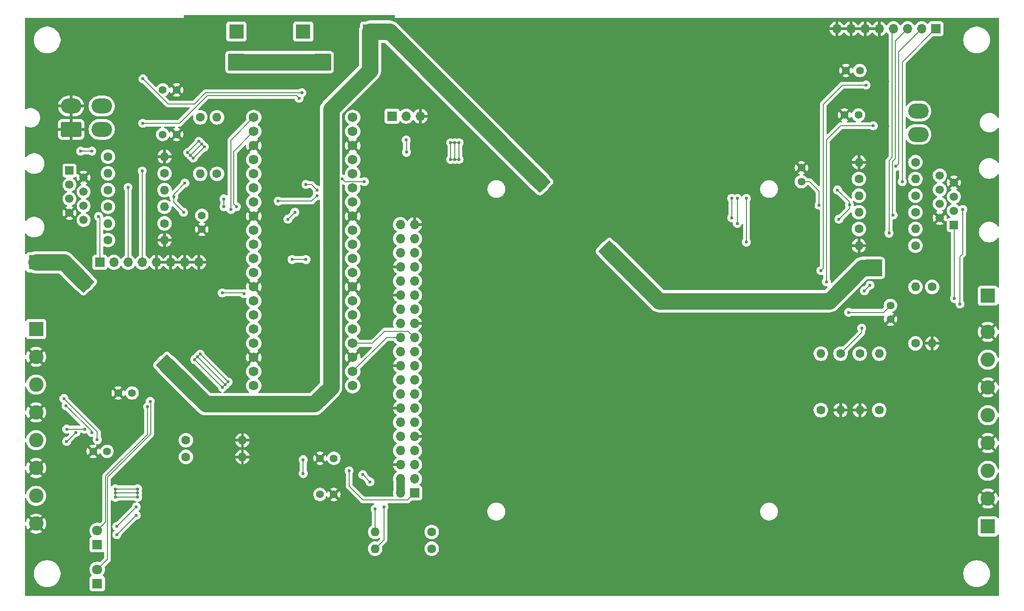
<source format=gbr>
%TF.GenerationSoftware,KiCad,Pcbnew,8.0.4*%
%TF.CreationDate,2025-03-04T01:00:21-06:00*%
%TF.ProjectId,control_pcb,636f6e74-726f-46c5-9f70-63622e6b6963,rev?*%
%TF.SameCoordinates,Original*%
%TF.FileFunction,Copper,L2,Bot*%
%TF.FilePolarity,Positive*%
%FSLAX46Y46*%
G04 Gerber Fmt 4.6, Leading zero omitted, Abs format (unit mm)*
G04 Created by KiCad (PCBNEW 8.0.4) date 2025-03-04 01:00:21*
%MOMM*%
%LPD*%
G01*
G04 APERTURE LIST*
G04 Aperture macros list*
%AMRoundRect*
0 Rectangle with rounded corners*
0 $1 Rounding radius*
0 $2 $3 $4 $5 $6 $7 $8 $9 X,Y pos of 4 corners*
0 Add a 4 corners polygon primitive as box body*
4,1,4,$2,$3,$4,$5,$6,$7,$8,$9,$2,$3,0*
0 Add four circle primitives for the rounded corners*
1,1,$1+$1,$2,$3*
1,1,$1+$1,$4,$5*
1,1,$1+$1,$6,$7*
1,1,$1+$1,$8,$9*
0 Add four rect primitives between the rounded corners*
20,1,$1+$1,$2,$3,$4,$5,0*
20,1,$1+$1,$4,$5,$6,$7,0*
20,1,$1+$1,$6,$7,$8,$9,0*
20,1,$1+$1,$8,$9,$2,$3,0*%
G04 Aperture macros list end*
%TA.AperFunction,ComponentPad*%
%ADD10C,1.400000*%
%TD*%
%TA.AperFunction,ComponentPad*%
%ADD11C,1.600000*%
%TD*%
%TA.AperFunction,ComponentPad*%
%ADD12O,1.600000X1.600000*%
%TD*%
%TA.AperFunction,ComponentPad*%
%ADD13R,1.700000X1.700000*%
%TD*%
%TA.AperFunction,ComponentPad*%
%ADD14O,1.700000X1.700000*%
%TD*%
%TA.AperFunction,ComponentPad*%
%ADD15R,2.600000X2.600000*%
%TD*%
%TA.AperFunction,ComponentPad*%
%ADD16C,2.600000*%
%TD*%
%TA.AperFunction,ComponentPad*%
%ADD17RoundRect,0.250001X1.599999X-1.099999X1.599999X1.099999X-1.599999X1.099999X-1.599999X-1.099999X0*%
%TD*%
%TA.AperFunction,ComponentPad*%
%ADD18O,3.700000X2.700000*%
%TD*%
%TA.AperFunction,ComponentPad*%
%ADD19R,1.500000X1.500000*%
%TD*%
%TA.AperFunction,ComponentPad*%
%ADD20C,1.500000*%
%TD*%
%TA.AperFunction,ComponentPad*%
%ADD21R,1.800000X1.800000*%
%TD*%
%TA.AperFunction,ComponentPad*%
%ADD22C,1.800000*%
%TD*%
%TA.AperFunction,ComponentPad*%
%ADD23C,1.750000*%
%TD*%
%TA.AperFunction,ComponentPad*%
%ADD24RoundRect,0.250001X-1.599999X1.099999X-1.599999X-1.099999X1.599999X-1.099999X1.599999X1.099999X0*%
%TD*%
%TA.AperFunction,ViaPad*%
%ADD25C,0.600000*%
%TD*%
%TA.AperFunction,Conductor*%
%ADD26C,0.200000*%
%TD*%
%TA.AperFunction,Conductor*%
%ADD27C,3.000000*%
%TD*%
%TA.AperFunction,Conductor*%
%ADD28C,0.150000*%
%TD*%
%TA.AperFunction,Conductor*%
%ADD29C,1.500000*%
%TD*%
G04 APERTURE END LIST*
D10*
%TO.P,C7,1*%
%TO.N,3V3_RPI*%
X120500000Y-108250000D03*
%TO.P,C7,2*%
%TO.N,GND*%
X118000000Y-108250000D03*
%TD*%
D11*
%TO.P,R18,1*%
%TO.N,Net-(U9-AIN6)*%
X211550000Y-89420000D03*
D12*
%TO.P,R18,2*%
%TO.N,GND*%
X211550000Y-99580000D03*
%TD*%
D11*
%TO.P,R17,1*%
%TO.N,+24V*%
X208000000Y-99580000D03*
D12*
%TO.P,R17,2*%
%TO.N,Net-(U9-AIN6)*%
X208000000Y-89420000D03*
%TD*%
D10*
%TO.P,C3,1*%
%TO.N,+5V*%
X118000000Y-114750000D03*
%TO.P,C3,2*%
%TO.N,GND*%
X120500000Y-114750000D03*
%TD*%
D11*
%TO.P,R25,1*%
%TO.N,3V3_RPI*%
X138080000Y-121500000D03*
D12*
%TO.P,R25,2*%
%TO.N,SCL_3.3*%
X127920000Y-121500000D03*
%TD*%
D11*
%TO.P,R24,1*%
%TO.N,3V3_RPI*%
X138080000Y-124500000D03*
D12*
%TO.P,R24,2*%
%TO.N,SDA_3.3*%
X127920000Y-124500000D03*
%TD*%
D10*
%TO.P,C2,1*%
%TO.N,+5V*%
X204500000Y-58500000D03*
%TO.P,C2,2*%
%TO.N,GND*%
X204500000Y-56000000D03*
%TD*%
%TO.P,C12,1*%
%TO.N,+5V*%
X214750000Y-46500000D03*
%TO.P,C12,2*%
%TO.N,GND*%
X212250000Y-46500000D03*
%TD*%
D11*
%TO.P,R15,1*%
%TO.N,Net-(D1-K)*%
X93920000Y-108000000D03*
D12*
%TO.P,R15,2*%
%TO.N,GND*%
X104080000Y-108000000D03*
%TD*%
D10*
%TO.P,C4,1*%
%TO.N,+5V*%
X79750000Y-107000000D03*
%TO.P,C4,2*%
%TO.N,GND*%
X77250000Y-107000000D03*
%TD*%
D11*
%TO.P,R7,1*%
%TO.N,+5V*%
X96500000Y-46920000D03*
D12*
%TO.P,R7,2*%
%TO.N,SDA*%
X96500000Y-57080000D03*
%TD*%
D11*
%TO.P,R13,1*%
%TO.N,DSCL1-*%
X79920000Y-54000000D03*
D12*
%TO.P,R13,2*%
%TO.N,GND*%
X90080000Y-54000000D03*
%TD*%
D11*
%TO.P,R6,1*%
%TO.N,DSDA2-*%
X225000000Y-55000000D03*
D12*
%TO.P,R6,2*%
%TO.N,GND*%
X214840000Y-55000000D03*
%TD*%
D13*
%TO.P,J1,1,3V3*%
%TO.N,3V3_RPI*%
X135000000Y-114480000D03*
D14*
%TO.P,J1,2,5V*%
%TO.N,+5V*%
X132460000Y-114480000D03*
%TO.P,J1,3,SDA/GPIO2*%
%TO.N,SDA_3.3*%
X135000000Y-111940000D03*
%TO.P,J1,4,5V*%
%TO.N,+5V*%
X132460000Y-111940000D03*
%TO.P,J1,5,SCL/GPIO3*%
%TO.N,SCL_3.3*%
X135000000Y-109400000D03*
%TO.P,J1,6,GND*%
%TO.N,GND*%
X132460000Y-109400000D03*
%TO.P,J1,7,GCLK0/GPIO4*%
%TO.N,unconnected-(J1-GCLK0{slash}GPIO4-Pad7)*%
X135000000Y-106860000D03*
%TO.P,J1,8,GPIO14/TXD*%
%TO.N,unconnected-(J1-GPIO14{slash}TXD-Pad8)*%
X132460000Y-106860000D03*
%TO.P,J1,9,GND*%
%TO.N,GND*%
X135000000Y-104320000D03*
%TO.P,J1,10,GPIO15/RXD*%
%TO.N,unconnected-(J1-GPIO15{slash}RXD-Pad10)*%
X132460000Y-104320000D03*
%TO.P,J1,11,GPIO17*%
%TO.N,unconnected-(J1-GPIO17-Pad11)*%
X135000000Y-101780000D03*
%TO.P,J1,12,GPIO18/PWM0*%
%TO.N,unconnected-(J1-GPIO18{slash}PWM0-Pad12)*%
X132460000Y-101780000D03*
%TO.P,J1,13,GPIO27*%
%TO.N,unconnected-(J1-GPIO27-Pad13)*%
X135000000Y-99240000D03*
%TO.P,J1,14,GND*%
%TO.N,GND*%
X132460000Y-99240000D03*
%TO.P,J1,15,GPIO22*%
%TO.N,unconnected-(J1-GPIO22-Pad15)*%
X135000000Y-96700000D03*
%TO.P,J1,16,GPIO23*%
%TO.N,unconnected-(J1-GPIO23-Pad16)*%
X132460000Y-96700000D03*
%TO.P,J1,17,3V3*%
%TO.N,3V3_RPI*%
X135000000Y-94160000D03*
%TO.P,J1,18,GPIO24*%
%TO.N,unconnected-(J1-GPIO24-Pad18)*%
X132460000Y-94160000D03*
%TO.P,J1,19,MOSI0/GPIO10*%
%TO.N,SPI_MOSI*%
X135000000Y-91620000D03*
%TO.P,J1,20,GND*%
%TO.N,GND*%
X132460000Y-91620000D03*
%TO.P,J1,21,MISO0/GPIO9*%
%TO.N,SPI_MISO*%
X135000000Y-89080000D03*
%TO.P,J1,22,GPIO25*%
%TO.N,unconnected-(J1-GPIO25-Pad22)*%
X132460000Y-89080000D03*
%TO.P,J1,23,SCLK0/GPIO11*%
%TO.N,SPI_SCLK*%
X135000000Y-86540000D03*
%TO.P,J1,24,~{CE0}/GPIO8*%
%TO.N,SPI_CS*%
X132460000Y-86540000D03*
%TO.P,J1,25,GND*%
%TO.N,GND*%
X135000000Y-84000000D03*
%TO.P,J1,26,~{CE1}/GPIO7*%
%TO.N,unconnected-(J1-~{CE1}{slash}GPIO7-Pad26)*%
X132460000Y-84000000D03*
%TO.P,J1,27,ID_SD/GPIO0*%
%TO.N,unconnected-(J1-ID_SD{slash}GPIO0-Pad27)*%
X135000000Y-81460000D03*
%TO.P,J1,28,ID_SC/GPIO1*%
%TO.N,unconnected-(J1-ID_SC{slash}GPIO1-Pad28)*%
X132460000Y-81460000D03*
%TO.P,J1,29,GCLK1/GPIO5*%
%TO.N,unconnected-(J1-GCLK1{slash}GPIO5-Pad29)*%
X135000000Y-78920000D03*
%TO.P,J1,30,GND*%
%TO.N,GND*%
X132460000Y-78920000D03*
%TO.P,J1,31,GCLK2/GPIO6*%
%TO.N,unconnected-(J1-GCLK2{slash}GPIO6-Pad31)*%
X135000000Y-76380000D03*
%TO.P,J1,32,PWM0/GPIO12*%
%TO.N,unconnected-(J1-PWM0{slash}GPIO12-Pad32)*%
X132460000Y-76380000D03*
%TO.P,J1,33,PWM1/GPIO13*%
%TO.N,unconnected-(J1-PWM1{slash}GPIO13-Pad33)*%
X135000000Y-73840000D03*
%TO.P,J1,34,GND*%
%TO.N,GND*%
X132460000Y-73840000D03*
%TO.P,J1,35,GPIO19/MISO1*%
%TO.N,unconnected-(J1-GPIO19{slash}MISO1-Pad35)*%
X135000000Y-71300000D03*
%TO.P,J1,36,GPIO16*%
%TO.N,unconnected-(J1-GPIO16-Pad36)*%
X132460000Y-71300000D03*
%TO.P,J1,37,GPIO26*%
%TO.N,unconnected-(J1-GPIO26-Pad37)*%
X135000000Y-68760000D03*
%TO.P,J1,38,GPIO20/MOSI1*%
%TO.N,unconnected-(J1-GPIO20{slash}MOSI1-Pad38)*%
X132460000Y-68760000D03*
%TO.P,J1,39,GND*%
%TO.N,GND*%
X135000000Y-66220000D03*
%TO.P,J1,40,GPIO21/SCLK1*%
%TO.N,unconnected-(J1-GPIO21{slash}SCLK1-Pad40)*%
X132460000Y-66220000D03*
%TD*%
D15*
%TO.P,J13,1,Pin_1*%
%TO.N,+5V*%
X115000000Y-31500000D03*
D16*
%TO.P,J13,2,Pin_2*%
%TO.N,GND*%
X110000000Y-31500000D03*
%TD*%
D17*
%TO.P,J14,1,Pin_1*%
%TO.N,GND*%
X73300000Y-49100000D03*
D18*
%TO.P,J14,2,Pin_2*%
X73300000Y-44900000D03*
%TO.P,J14,3,Pin_3*%
%TO.N,Net-(J14-Pin_3)*%
X78800000Y-49100000D03*
%TO.P,J14,4,Pin_4*%
%TO.N,Net-(J14-Pin_4)*%
X78800000Y-44900000D03*
%TD*%
D13*
%TO.P,J4,1,Pin_1*%
%TO.N,DSDA2+*%
X228660000Y-31000000D03*
D14*
%TO.P,J4,2,Pin_2*%
%TO.N,DSDA2-*%
X226120000Y-31000000D03*
%TO.P,J4,3,Pin_3*%
%TO.N,DSCL2+*%
X223580000Y-31000000D03*
%TO.P,J4,4,Pin_4*%
%TO.N,DSCL2-*%
X221040000Y-31000000D03*
%TO.P,J4,5,Pin_5*%
%TO.N,GND*%
X218500000Y-31000000D03*
%TO.P,J4,6,Pin_6*%
X215960000Y-31000000D03*
%TO.P,J4,7,Pin_7*%
X213420000Y-31000000D03*
%TO.P,J4,8,Pin_8*%
X210880000Y-31000000D03*
%TD*%
D11*
%TO.P,R4,1*%
%TO.N,DSDA2+*%
X214840000Y-58000000D03*
D12*
%TO.P,R4,2*%
%TO.N,DSDA2-*%
X225000000Y-58000000D03*
%TD*%
D15*
%TO.P,J11,1,Pin_1*%
%TO.N,+24V*%
X127000000Y-31500000D03*
D16*
%TO.P,J11,2,Pin_2*%
%TO.N,GND*%
X122000000Y-31500000D03*
%TD*%
D11*
%TO.P,R10,1*%
%TO.N,+5V*%
X225000000Y-64000000D03*
D12*
%TO.P,R10,2*%
%TO.N,DSCL2+*%
X214840000Y-64000000D03*
%TD*%
D11*
%TO.P,R11,1*%
%TO.N,DSCL1+*%
X90080000Y-57000000D03*
D12*
%TO.P,R11,2*%
%TO.N,DSCL1-*%
X79920000Y-57000000D03*
%TD*%
D11*
%TO.P,R14,1*%
%TO.N,DSCL2-*%
X225000000Y-70000000D03*
D12*
%TO.P,R14,2*%
%TO.N,GND*%
X214840000Y-70000000D03*
%TD*%
D15*
%TO.P,J12,1,Pin_1*%
%TO.N,+12V*%
X103000000Y-31500000D03*
D16*
%TO.P,J12,2,Pin_2*%
%TO.N,GND*%
X98000000Y-31500000D03*
%TD*%
D11*
%TO.P,R8,1*%
%TO.N,SCL*%
X99500000Y-57080000D03*
D12*
%TO.P,R8,2*%
%TO.N,+5V*%
X99500000Y-46920000D03*
%TD*%
D11*
%TO.P,R3,1*%
%TO.N,DSDA1+*%
X90080000Y-66000000D03*
D12*
%TO.P,R3,2*%
%TO.N,DSDA1-*%
X79920000Y-66000000D03*
%TD*%
D19*
%TO.P,J10,1*%
%TO.N,LIMIT_SW_RL*%
X231900000Y-66282500D03*
D20*
%TO.P,J10,2*%
%TO.N,GND*%
X229360000Y-65012500D03*
%TO.P,J10,3*%
%TO.N,DSCL2-*%
X231900000Y-63742500D03*
%TO.P,J10,4*%
%TO.N,DSCL2+*%
X229360000Y-62472500D03*
%TO.P,J10,5*%
%TO.N,DSDA2+*%
X231900000Y-61202500D03*
%TO.P,J10,6*%
%TO.N,DSDA2-*%
X229360000Y-59932500D03*
%TO.P,J10,7*%
%TO.N,GND*%
X231900000Y-58662500D03*
%TO.P,J10,8*%
%TO.N,LIMIT_SW_RR*%
X229360000Y-57392500D03*
%TD*%
D11*
%TO.P,R22,1*%
%TO.N,Net-(U9-DECAP)*%
X225000000Y-87580000D03*
D12*
%TO.P,R22,2*%
%TO.N,Net-(U9-ADDR)*%
X225000000Y-77420000D03*
%TD*%
D10*
%TO.P,C5,1*%
%TO.N,3V3_PICO*%
X84250000Y-96500000D03*
%TO.P,C5,2*%
%TO.N,GND*%
X81750000Y-96500000D03*
%TD*%
%TO.P,C11,1*%
%TO.N,+5V*%
X215000000Y-38500000D03*
%TO.P,C11,2*%
%TO.N,GND*%
X212500000Y-38500000D03*
%TD*%
D11*
%TO.P,R23,1*%
%TO.N,Net-(U9-ADDR)*%
X228000000Y-77420000D03*
D12*
%TO.P,R23,2*%
%TO.N,GND*%
X228000000Y-87580000D03*
%TD*%
D21*
%TO.P,D1,1,K*%
%TO.N,Net-(D1-K)*%
X78000000Y-130775000D03*
D22*
%TO.P,D1,2,A*%
%TO.N,LED1*%
X78000000Y-128235000D03*
%TD*%
D11*
%TO.P,R2,1*%
%TO.N,+5V*%
X225000000Y-61000000D03*
D12*
%TO.P,R2,2*%
%TO.N,DSDA2+*%
X214840000Y-61000000D03*
%TD*%
D11*
%TO.P,R9,1*%
%TO.N,+5V*%
X79920000Y-60000000D03*
D12*
%TO.P,R9,2*%
%TO.N,DSCL1+*%
X90080000Y-60000000D03*
%TD*%
D11*
%TO.P,R16,1*%
%TO.N,Net-(D2-K)*%
X93920000Y-105000000D03*
D12*
%TO.P,R16,2*%
%TO.N,GND*%
X104080000Y-105000000D03*
%TD*%
D10*
%TO.P,C9,1*%
%TO.N,+5V*%
X89750000Y-50000000D03*
%TO.P,C9,2*%
%TO.N,GND*%
X92250000Y-50000000D03*
%TD*%
D13*
%TO.P,J5,1,Pin_1*%
%TO.N,SDA*%
X130975000Y-46706844D03*
D14*
%TO.P,J5,2,Pin_2*%
%TO.N,SCL*%
X133515000Y-46706844D03*
%TO.P,J5,3,Pin_3*%
%TO.N,GND*%
X136055000Y-46706844D03*
%TD*%
D23*
%TO.P,U3,1,GPIO0*%
%TO.N,LED1*%
X106110000Y-46940000D03*
%TO.P,U3,2,GPIO1*%
%TO.N,LED2*%
X106110000Y-49480000D03*
%TO.P,U3,3,GND*%
%TO.N,GND*%
X106110000Y-52020000D03*
%TO.P,U3,4,GPIO2*%
%TO.N,LIMIT_SW_LL*%
X106110000Y-54560000D03*
%TO.P,U3,5,GPIO3*%
%TO.N,LIMIT_SW_LR*%
X106110000Y-57100000D03*
%TO.P,U3,6,GPIO4*%
%TO.N,LIMIT_SW_RL*%
X106110000Y-59640000D03*
%TO.P,U3,7,GPIO5*%
%TO.N,LIMIT_SW_RR*%
X106110000Y-62180000D03*
%TO.P,U3,8,GND*%
%TO.N,GND*%
X106110000Y-64720000D03*
%TO.P,U3,9,GPIO6*%
%TO.N,PUL2+*%
X106110000Y-67260000D03*
%TO.P,U3,10,GPIO7*%
%TO.N,DIR2+*%
X106110000Y-69800000D03*
%TO.P,U3,11,GPIO8*%
%TO.N,ENA2+*%
X106110000Y-72340000D03*
%TO.P,U3,12,GPIO9*%
%TO.N,ALARM2+*%
X106110000Y-74880000D03*
%TO.P,U3,13,GND*%
%TO.N,GND*%
X106110000Y-77420000D03*
%TO.P,U3,14,GPIO10*%
%TO.N,PUL1+*%
X106110000Y-79960000D03*
%TO.P,U3,15,GPIO11*%
%TO.N,DIR1+*%
X106110000Y-82500000D03*
%TO.P,U3,16,GPIO12*%
%TO.N,ENA1+*%
X106110000Y-85040000D03*
%TO.P,U3,17,GPIO13*%
%TO.N,ALARM1+*%
X106110000Y-87580000D03*
%TO.P,U3,18,GND*%
%TO.N,GND*%
X106110000Y-90120000D03*
%TO.P,U3,19,GPIO14*%
%TO.N,unconnected-(U3-GPIO14-Pad19)*%
X106110000Y-92660000D03*
%TO.P,U3,20,GPIO15*%
%TO.N,unconnected-(U3-GPIO15-Pad20)*%
X106110000Y-95200000D03*
%TO.P,U3,21,GPIO16*%
%TO.N,SPI_MOSI*%
X123890000Y-95200000D03*
%TO.P,U3,22,GPIO17*%
%TO.N,SPI_CS*%
X123890000Y-92660000D03*
%TO.P,U3,23,GND*%
%TO.N,GND*%
X123890000Y-90120000D03*
%TO.P,U3,24,GPIO18*%
%TO.N,SPI_SCLK*%
X123890000Y-87580000D03*
%TO.P,U3,25,GPIO19*%
%TO.N,SPI_MISO*%
X123890000Y-85040000D03*
%TO.P,U3,26,GPIO20*%
%TO.N,unconnected-(U3-GPIO20-Pad26)*%
X123890000Y-82500000D03*
%TO.P,U3,27,GPIO21*%
%TO.N,unconnected-(U3-GPIO21-Pad27)*%
X123890000Y-79960000D03*
%TO.P,U3,28,GND*%
%TO.N,GND*%
X123890000Y-77420000D03*
%TO.P,U3,29,GPIO22*%
%TO.N,unconnected-(U3-GPIO22-Pad29)*%
X123890000Y-74880000D03*
%TO.P,U3,30,RUN*%
%TO.N,unconnected-(U3-RUN-Pad30)*%
X123890000Y-72340000D03*
%TO.P,U3,31,GPIO26*%
%TO.N,unconnected-(U3-GPIO26-Pad31)*%
X123890000Y-69800000D03*
%TO.P,U3,32,GPIO27*%
%TO.N,unconnected-(U3-GPIO27-Pad32)*%
X123890000Y-67260000D03*
%TO.P,U3,33,GND*%
%TO.N,GND*%
X123890000Y-64720000D03*
%TO.P,U3,34,GPIO28*%
%TO.N,unconnected-(U3-GPIO28-Pad34)*%
X123890000Y-62180000D03*
%TO.P,U3,35,VREF*%
%TO.N,unconnected-(U3-VREF-Pad35)*%
X123890000Y-59640000D03*
%TO.P,U3,36,3V3_OUT*%
%TO.N,3V3_PICO*%
X123890000Y-57100000D03*
%TO.P,U3,37,3V3_EN*%
%TO.N,unconnected-(U3-3V3_EN-Pad37)*%
X123890000Y-54560000D03*
%TO.P,U3,38,GND*%
%TO.N,GND*%
X123890000Y-52020000D03*
%TO.P,U3,39,VSYS*%
%TO.N,+5V*%
X123890000Y-49480000D03*
%TO.P,U3,40,VBUS*%
%TO.N,unconnected-(U3-VBUS-Pad40)*%
X123890000Y-46940000D03*
%TD*%
D15*
%TO.P,J6,1,Pin_1*%
%TO.N,+24V*%
X67000000Y-73000000D03*
D16*
%TO.P,J6,2,Pin_2*%
%TO.N,GND*%
X67000000Y-78000000D03*
%TD*%
D13*
%TO.P,J3,1,Pin_1*%
%TO.N,DSDA1+*%
X78460000Y-73000000D03*
D14*
%TO.P,J3,2,Pin_2*%
%TO.N,DSDA1-*%
X81000000Y-73000000D03*
%TO.P,J3,3,Pin_3*%
%TO.N,DSCL1+*%
X83540000Y-73000000D03*
%TO.P,J3,4,Pin_4*%
%TO.N,DSCL1-*%
X86080000Y-73000000D03*
%TO.P,J3,5,Pin_5*%
%TO.N,GND*%
X88620000Y-73000000D03*
%TO.P,J3,6,Pin_6*%
X91160000Y-73000000D03*
%TO.P,J3,7,Pin_7*%
X93700000Y-73000000D03*
%TO.P,J3,8,Pin_8*%
X96240000Y-73000000D03*
%TD*%
D15*
%TO.P,J7,1,Pin_1*%
%TO.N,+24V*%
X238000000Y-79000000D03*
D16*
%TO.P,J7,2,Pin_2*%
%TO.N,GND*%
X238000000Y-74000000D03*
%TD*%
D15*
%TO.P,J9,1,Pin_1*%
%TO.N,Net-(J9-Pin_1)*%
X238000000Y-120500000D03*
D16*
%TO.P,J9,2,Pin_2*%
%TO.N,GND*%
X238000000Y-115500000D03*
%TO.P,J9,3,Pin_3*%
%TO.N,Net-(J9-Pin_3)*%
X238000000Y-110500000D03*
%TO.P,J9,4,Pin_4*%
%TO.N,GND*%
X238000000Y-105500000D03*
%TO.P,J9,5,Pin_5*%
%TO.N,Net-(J9-Pin_5)*%
X238000000Y-100500000D03*
%TO.P,J9,6,Pin_6*%
%TO.N,GND*%
X238000000Y-95500000D03*
%TO.P,J9,7,Pin_7*%
%TO.N,Net-(J9-Pin_7)*%
X238000000Y-90500000D03*
%TO.P,J9,8,Pin_8*%
%TO.N,GND*%
X238000000Y-85500000D03*
%TD*%
D11*
%TO.P,R1,1*%
%TO.N,+5V*%
X79920000Y-63000000D03*
D12*
%TO.P,R1,2*%
%TO.N,DSDA1+*%
X90080000Y-63000000D03*
%TD*%
%TO.P,R21,2*%
%TO.N,GND*%
X215000000Y-99580000D03*
D11*
%TO.P,R21,1*%
%TO.N,Net-(U9-AIN5)*%
X215000000Y-89420000D03*
%TD*%
D21*
%TO.P,D2,1,K*%
%TO.N,Net-(D2-K)*%
X78000000Y-123775000D03*
D22*
%TO.P,D2,2,A*%
%TO.N,LED2*%
X78000000Y-121235000D03*
%TD*%
D10*
%TO.P,C1,1*%
%TO.N,+5V*%
X96778579Y-64568291D03*
%TO.P,C1,2*%
%TO.N,GND*%
X96778579Y-67068291D03*
%TD*%
D11*
%TO.P,R12,1*%
%TO.N,DSCL2+*%
X214840000Y-67000000D03*
D12*
%TO.P,R12,2*%
%TO.N,DSCL2-*%
X225000000Y-67000000D03*
%TD*%
%TO.P,R19,2*%
%TO.N,Net-(U9-AIN5)*%
X218500000Y-89420000D03*
D11*
%TO.P,R19,1*%
%TO.N,+12V*%
X218500000Y-99580000D03*
%TD*%
D10*
%TO.P,C10,1*%
%TO.N,+5V*%
X89750000Y-42000000D03*
%TO.P,C10,2*%
%TO.N,GND*%
X92250000Y-42000000D03*
%TD*%
D24*
%TO.P,J15,1,Pin_1*%
%TO.N,GND*%
X231000000Y-45800000D03*
D18*
%TO.P,J15,2,Pin_2*%
X231000000Y-50000000D03*
%TO.P,J15,3,Pin_3*%
%TO.N,Net-(J15-Pin_3)*%
X225500000Y-45800000D03*
%TO.P,J15,4,Pin_4*%
%TO.N,Net-(J15-Pin_4)*%
X225500000Y-50000000D03*
%TD*%
D19*
%TO.P,J2,1*%
%TO.N,LIMIT_SW_LL*%
X73000000Y-56500000D03*
D20*
%TO.P,J2,2*%
%TO.N,GND*%
X75540000Y-57770000D03*
%TO.P,J2,3*%
%TO.N,DSCL1-*%
X73000000Y-59040000D03*
%TO.P,J2,4*%
%TO.N,DSCL1+*%
X75540000Y-60310000D03*
%TO.P,J2,5*%
%TO.N,DSDA1+*%
X73000000Y-61580000D03*
%TO.P,J2,6*%
%TO.N,DSDA1-*%
X75540000Y-62850000D03*
%TO.P,J2,7*%
%TO.N,GND*%
X73000000Y-64120000D03*
%TO.P,J2,8*%
%TO.N,LIMIT_SW_LR*%
X75540000Y-65390000D03*
%TD*%
D11*
%TO.P,R5,1*%
%TO.N,DSDA1-*%
X79920000Y-69000000D03*
D12*
%TO.P,R5,2*%
%TO.N,GND*%
X90080000Y-69000000D03*
%TD*%
D10*
%TO.P,C6,1*%
%TO.N,+5V*%
X220500000Y-80750000D03*
%TO.P,C6,2*%
%TO.N,GND*%
X220500000Y-83250000D03*
%TD*%
D15*
%TO.P,J8,1,Pin_1*%
%TO.N,Net-(J8-Pin_1)*%
X67000000Y-85000000D03*
D16*
%TO.P,J8,2,Pin_2*%
%TO.N,GND*%
X67000000Y-90000000D03*
%TO.P,J8,3,Pin_3*%
%TO.N,Net-(J8-Pin_3)*%
X67000000Y-95000000D03*
%TO.P,J8,4,Pin_4*%
%TO.N,GND*%
X67000000Y-100000000D03*
%TO.P,J8,5,Pin_5*%
%TO.N,Net-(J8-Pin_5)*%
X67000000Y-105000000D03*
%TO.P,J8,6,Pin_6*%
%TO.N,GND*%
X67000000Y-110000000D03*
%TO.P,J8,7,Pin_7*%
%TO.N,Net-(J8-Pin_7)*%
X67000000Y-115000000D03*
%TO.P,J8,8,Pin_8*%
%TO.N,GND*%
X67000000Y-120000000D03*
%TD*%
D25*
%TO.N,GND*%
X122250000Y-109250000D03*
X110000000Y-101500000D03*
X111000000Y-101500000D03*
X109000000Y-103500000D03*
X110000000Y-103500000D03*
X109000000Y-102500000D03*
X111000000Y-103500000D03*
X109000000Y-101500000D03*
X111000000Y-102500000D03*
X110000000Y-102500000D03*
X111000000Y-93500000D03*
X110000000Y-93500000D03*
X109000000Y-93500000D03*
X111000000Y-94500000D03*
X110000000Y-94500000D03*
X109000000Y-94500000D03*
X111000000Y-95500000D03*
X110000000Y-95500000D03*
X109000000Y-95500000D03*
%TO.N,+24V*%
X91250000Y-90750000D03*
X92000000Y-91500000D03*
X90500000Y-93000000D03*
X89750000Y-92250000D03*
X90500000Y-90000000D03*
X89000000Y-91500000D03*
X91250000Y-92250000D03*
X90500000Y-91500000D03*
X89750000Y-90750000D03*
X76250000Y-75750000D03*
X77000000Y-76500000D03*
X75500000Y-78000000D03*
X74750000Y-77250000D03*
X75500000Y-75000000D03*
X74000000Y-76500000D03*
X76250000Y-77250000D03*
X75500000Y-76500000D03*
X74750000Y-75750000D03*
%TO.N,+5V*%
X141500000Y-54500000D03*
X142250000Y-54500000D03*
X143000000Y-54500000D03*
X143000000Y-51500000D03*
X142250000Y-51500000D03*
X141500000Y-51500000D03*
X213000000Y-82000000D03*
%TO.N,+24V*%
X203414493Y-80753371D03*
%TO.N,Net-(U9-AIN6)*%
X215347857Y-84836984D03*
%TO.N,SDA_3.3*%
X129500000Y-117000000D03*
%TO.N,SCL_3.3*%
X127916277Y-117353485D03*
%TO.N,Net-(D1-K)*%
X85000000Y-118500000D03*
%TO.N,Net-(D2-K)*%
X85000000Y-117000000D03*
%TO.N,Net-(D1-K)*%
X81500000Y-122000000D03*
%TO.N,Net-(D2-K)*%
X81500000Y-120500000D03*
%TO.N,+12V*%
X194625000Y-61500000D03*
X194625000Y-69375000D03*
%TO.N,+5V*%
X100750000Y-63000000D03*
X100750000Y-61600000D03*
%TO.N,GND*%
X83500000Y-40000000D03*
%TO.N,+24V*%
X170750000Y-70250000D03*
X171500000Y-71000000D03*
X170000000Y-72500000D03*
X169250000Y-71750000D03*
X170000000Y-69500000D03*
X168500000Y-71000000D03*
X170750000Y-71750000D03*
X170000000Y-71000000D03*
X169250000Y-70250000D03*
X158250000Y-57750000D03*
X158250000Y-59250000D03*
X157500000Y-57000000D03*
X159000000Y-58500000D03*
X157500000Y-58500000D03*
X156750000Y-59250000D03*
X156000000Y-58500000D03*
X156750000Y-57750000D03*
X157500000Y-60000000D03*
%TO.N,LIMIT_SW_RL*%
X232000000Y-79500000D03*
%TO.N,LIMIT_SW_RR*%
X233000000Y-80500000D03*
X233500000Y-63500000D03*
%TO.N,+24V*%
X218500000Y-75000000D03*
X217500000Y-75000000D03*
X216500000Y-75000000D03*
X218500000Y-74000000D03*
X217500000Y-74000000D03*
X216500000Y-74000000D03*
X218500000Y-73000000D03*
X217500000Y-73000000D03*
X216500000Y-73000000D03*
%TO.N,GND*%
X100250000Y-59750000D03*
%TO.N,+5V*%
X211000000Y-60000000D03*
X211250000Y-65250000D03*
X213150024Y-62675109D03*
%TO.N,GND*%
X204375000Y-63875000D03*
%TO.N,DSCL2-*%
X220250000Y-67750000D03*
%TO.N,DSCL2+*%
X221000000Y-64500000D03*
%TO.N,DSDA2-*%
X221500000Y-55750000D03*
%TO.N,DSDA2+*%
X222623619Y-58500000D03*
%TO.N,DSCL1-*%
X86080000Y-56580000D03*
%TO.N,DSCL1+*%
X83540000Y-59540000D03*
%TO.N,DSDA1+*%
X78250000Y-64750000D03*
%TO.N,+5V*%
X95250000Y-54250000D03*
X94750000Y-53750000D03*
X94250000Y-53250000D03*
X97250000Y-52250000D03*
X96750000Y-51750000D03*
X96250000Y-51250000D03*
X93500000Y-64000000D03*
X93750000Y-58750000D03*
X91750000Y-61250000D03*
%TO.N,GND*%
X82500000Y-50000000D03*
%TO.N,+5V*%
X85250000Y-113750000D03*
X85250000Y-114500000D03*
X85250000Y-115250000D03*
X81250000Y-115250000D03*
X81250000Y-114500000D03*
X81250000Y-113750000D03*
%TO.N,Net-(J8-Pin_7)*%
X72492153Y-105214690D03*
%TO.N,Net-(J8-Pin_5)*%
X72500000Y-103000000D03*
%TO.N,Net-(J8-Pin_3)*%
X72374939Y-98803138D03*
%TO.N,Net-(J8-Pin_1)*%
X72000000Y-97500000D03*
%TO.N,LIMIT_SW_RR*%
X110500000Y-62000000D03*
%TO.N,LIMIT_SW_RL*%
X115500000Y-59000000D03*
%TO.N,LIMIT_SW_RR*%
X117500000Y-61000000D03*
X122000000Y-58000000D03*
X126000000Y-58500000D03*
%TO.N,LIMIT_SW_RL*%
X117500000Y-60000000D03*
%TO.N,LIMIT_SW_LR*%
X77000000Y-53000000D03*
X75000000Y-53000000D03*
%TO.N,3V3_PICO*%
X100450000Y-78500000D03*
X104349976Y-78650024D03*
X113000000Y-72500000D03*
X115500000Y-72500000D03*
%TO.N,LED1*%
X87500000Y-98000000D03*
%TO.N,LED2*%
X87049999Y-99001576D03*
X103000000Y-63000000D03*
%TO.N,LED1*%
X102000000Y-63500000D03*
%TO.N,Net-(J8-Pin_7)*%
X74150000Y-103600000D03*
%TO.N,+12V*%
X119500000Y-37000000D03*
X119500000Y-36000000D03*
X117500000Y-37000000D03*
X118500000Y-38000000D03*
X119500000Y-38000000D03*
X117500000Y-38000000D03*
X118500000Y-37000000D03*
X117500000Y-36000000D03*
X118500000Y-36000000D03*
X102000000Y-36000000D03*
X103000000Y-36000000D03*
X104000000Y-36000000D03*
X104000000Y-37000000D03*
X103000000Y-37000000D03*
X102000000Y-37000000D03*
X102000000Y-38000000D03*
X103000000Y-38000000D03*
X104000000Y-38000000D03*
%TO.N,GND*%
X220000000Y-48500000D03*
X220000000Y-40500000D03*
%TO.N,+5V*%
X207671478Y-62710186D03*
%TO.N,3V3_RPI*%
X123250000Y-110500000D03*
%TO.N,Net-(U7-VOUT)*%
X193000000Y-66000000D03*
%TO.N,Net-(U6-VOUT)*%
X192000000Y-65000000D03*
X192000000Y-61500000D03*
%TO.N,Net-(U7-VOUT)*%
X193000000Y-61500000D03*
%TO.N,Net-(U6-VOUT)*%
X114250000Y-43500000D03*
%TO.N,Net-(U7-VOUT)*%
X114750000Y-42500000D03*
%TO.N,Net-(U6-VOUT)*%
X86161099Y-48000000D03*
%TO.N,Net-(U7-VOUT)*%
X86211190Y-40000000D03*
%TO.N,Net-(U11-VOUT)*%
X209000000Y-76500000D03*
%TO.N,Net-(U10-VOUT)*%
X208000000Y-74500000D03*
%TO.N,Net-(U11-VOUT)*%
X217432500Y-48432500D03*
%TO.N,Net-(U10-VOUT)*%
X216117776Y-41117776D03*
%TO.N,SDA*%
X215830000Y-78122500D03*
X216830000Y-77122500D03*
%TO.N,SCL*%
X133500000Y-51000000D03*
X133546165Y-53195000D03*
%TO.N,SDA*%
X113500000Y-64000000D03*
X112250000Y-65250000D03*
%TO.N,SCL*%
X115000000Y-111000000D03*
X115000000Y-108500000D03*
%TO.N,SDA_3.3*%
X125701888Y-111201887D03*
X127000000Y-112500000D03*
%TO.N,Net-(J8-Pin_1)*%
X78000000Y-104925000D03*
%TO.N,Net-(J8-Pin_3)*%
X77000000Y-103625000D03*
%TO.N,Net-(J8-Pin_5)*%
X75750000Y-103000000D03*
%TO.N,+5V*%
X100500000Y-95500000D03*
X96000000Y-90000000D03*
X101000000Y-95000000D03*
X96500000Y-89500000D03*
X101500000Y-94500000D03*
X95500000Y-90500000D03*
%TD*%
D26*
%TO.N,3V3_RPI*%
X125750000Y-115750000D02*
X133730000Y-115750000D01*
X123250000Y-113250000D02*
X125750000Y-115750000D01*
X123250000Y-110500000D02*
X123250000Y-113250000D01*
X133730000Y-115750000D02*
X135000000Y-114480000D01*
D27*
%TO.N,+24V*%
X120000000Y-95500000D02*
X117000000Y-98500000D01*
X117000000Y-98500000D02*
X97500000Y-98500000D01*
X120000000Y-45500000D02*
X120000000Y-95500000D01*
X97500000Y-98500000D02*
X90500000Y-91500000D01*
X127000000Y-38500000D02*
X120000000Y-45500000D01*
X127000000Y-31500000D02*
X127000000Y-38500000D01*
D26*
%TO.N,LED1*%
X87599999Y-103900001D02*
X79850000Y-111650000D01*
X87599999Y-98099999D02*
X87599999Y-103900001D01*
X87500000Y-98000000D02*
X87599999Y-98099999D01*
X79850000Y-111650000D02*
X79850000Y-126385000D01*
X79850000Y-126385000D02*
X78000000Y-128235000D01*
%TO.N,LIMIT_SW_RR*%
X116500000Y-62000000D02*
X117500000Y-61000000D01*
X110500000Y-62000000D02*
X116500000Y-62000000D01*
%TO.N,LED2*%
X87000000Y-103934315D02*
X79500000Y-111434315D01*
X79500000Y-111434315D02*
X79500000Y-119735000D01*
X79500000Y-119735000D02*
X78000000Y-121235000D01*
X87049999Y-99001576D02*
X87000000Y-99051575D01*
X87000000Y-99051575D02*
X87000000Y-103934315D01*
D27*
%TO.N,+24V*%
X72000000Y-73000000D02*
X75500000Y-76500000D01*
D28*
%TO.N,+5V*%
X143000000Y-54500000D02*
X143000000Y-51500000D01*
X142250000Y-51500000D02*
X142250000Y-54500000D01*
X141500000Y-54500000D02*
X141500000Y-51500000D01*
X142250000Y-54500000D02*
X143000000Y-54500000D01*
X141500000Y-54500000D02*
X142250000Y-54500000D01*
X142250000Y-51500000D02*
X143000000Y-51500000D01*
X141500000Y-51500000D02*
X142250000Y-51500000D01*
D26*
X219250000Y-82000000D02*
X220500000Y-80750000D01*
X213000000Y-82000000D02*
X219250000Y-82000000D01*
D27*
%TO.N,+24V*%
X179000000Y-80000000D02*
X204167864Y-80000000D01*
X170000000Y-71000000D02*
X179000000Y-80000000D01*
X204167864Y-80000000D02*
X209500000Y-80000000D01*
D26*
%TO.N,Net-(U9-AIN6)*%
X215347857Y-84836984D02*
X215330166Y-84907751D01*
X215330166Y-85639834D02*
X215347857Y-84836984D01*
X211550000Y-89420000D02*
X215330166Y-85639834D01*
%TO.N,SDA_3.3*%
X129500000Y-117000000D02*
X129500000Y-122920000D01*
%TO.N,SCL_3.3*%
X127920000Y-117357208D02*
X127916277Y-117353485D01*
%TO.N,LIMIT_SW_RL*%
X232000000Y-66382500D02*
X231900000Y-66282500D01*
X232000000Y-79500000D02*
X232000000Y-66382500D01*
%TO.N,LIMIT_SW_RR*%
X233000000Y-72000000D02*
X233000000Y-80500000D01*
X233500000Y-71500000D02*
X233000000Y-72000000D01*
X233500000Y-63500000D02*
X233500000Y-71500000D01*
%TO.N,Net-(D1-K)*%
X85000000Y-118500000D02*
X81500000Y-122000000D01*
%TO.N,Net-(D2-K)*%
X81500000Y-120500000D02*
X85000000Y-117000000D01*
%TO.N,Net-(D1-K)*%
X93920000Y-108080000D02*
X93920000Y-107500000D01*
D27*
%TO.N,+24V*%
X72000000Y-73000000D02*
X67000000Y-73000000D01*
D26*
%TO.N,DSCL2-*%
X220829213Y-31210787D02*
X221040000Y-31000000D01*
X220829213Y-54137944D02*
X220829213Y-31210787D01*
X220250000Y-54717157D02*
X220829213Y-54137944D01*
X220250000Y-67750000D02*
X220250000Y-54717157D01*
%TO.N,DSCL2+*%
X221383341Y-54366659D02*
X221383341Y-33196659D01*
X221383341Y-33196659D02*
X223580000Y-31000000D01*
X220900000Y-54850000D02*
X221383341Y-54366659D01*
X220900000Y-64400000D02*
X220900000Y-54850000D01*
X221000000Y-64500000D02*
X220900000Y-64400000D01*
%TO.N,DSDA2-*%
X222000000Y-55250000D02*
X222000000Y-35120000D01*
X221500000Y-55750000D02*
X222000000Y-55250000D01*
X222000000Y-35120000D02*
X226120000Y-31000000D01*
%TO.N,DSDA2+*%
X222625000Y-58498619D02*
X222625000Y-36995000D01*
X222623619Y-58500000D02*
X222625000Y-58498619D01*
X222625000Y-36995000D02*
X228620000Y-31000000D01*
%TO.N,+12V*%
X194625000Y-61500000D02*
X194625000Y-69375000D01*
D29*
%TO.N,+5V*%
X132460000Y-111940000D02*
X132460000Y-114480000D01*
D26*
X100750000Y-61600000D02*
X100750000Y-63000000D01*
%TO.N,SCL*%
X115000000Y-111000000D02*
X115000000Y-108500000D01*
D27*
%TO.N,+24V*%
X130500000Y-31500000D02*
X157500000Y-58500000D01*
X215500000Y-74000000D02*
X217500000Y-74000000D01*
X209500000Y-80000000D02*
X215500000Y-74000000D01*
X127000000Y-31500000D02*
X130500000Y-31500000D01*
D26*
%TO.N,+5V*%
X213150024Y-62150024D02*
X213150024Y-62675109D01*
X211000000Y-60000000D02*
X213150024Y-62150024D01*
X213150024Y-63349976D02*
X213150024Y-62675109D01*
X211250000Y-65250000D02*
X213150024Y-63349976D01*
%TO.N,DSCL1-*%
X86080000Y-56580000D02*
X86080000Y-73000000D01*
%TO.N,DSCL1+*%
X83540000Y-59540000D02*
X83540000Y-73000000D01*
%TO.N,DSDA1+*%
X78460000Y-64960000D02*
X78250000Y-64750000D01*
X78460000Y-73000000D02*
X78460000Y-64960000D01*
%TO.N,+5V*%
X94750000Y-53750000D02*
X95250000Y-54250000D01*
X94250000Y-53250000D02*
X94750000Y-53750000D01*
X96750000Y-51750000D02*
X96250000Y-51250000D01*
X97250000Y-52250000D02*
X96750000Y-51750000D01*
X95250000Y-54250000D02*
X97250000Y-52250000D01*
X96750000Y-51750000D02*
X94750000Y-53750000D01*
X94250000Y-53250000D02*
X96250000Y-51250000D01*
X91750000Y-62250000D02*
X91750000Y-61250000D01*
X93500000Y-64000000D02*
X91750000Y-62250000D01*
X91750000Y-60750000D02*
X91750000Y-61250000D01*
X93750000Y-58750000D02*
X91750000Y-60750000D01*
X81250000Y-114500000D02*
X81250000Y-115250000D01*
X81250000Y-113750000D02*
X81250000Y-114500000D01*
X85250000Y-114500000D02*
X85250000Y-113750000D01*
X85250000Y-115250000D02*
X85250000Y-114500000D01*
X81250000Y-115250000D02*
X85250000Y-115250000D01*
X85250000Y-114500000D02*
X81250000Y-114500000D01*
X81250000Y-113750000D02*
X85250000Y-113750000D01*
X96500000Y-89500000D02*
X101500000Y-94500000D01*
X101000000Y-95000000D02*
X96000000Y-90000000D01*
X101000000Y-95000000D02*
X101500000Y-94500000D01*
X100500000Y-95500000D02*
X101000000Y-95000000D01*
X95500000Y-90500000D02*
X100500000Y-95500000D01*
X96000000Y-90000000D02*
X95500000Y-90500000D01*
X96000000Y-90000000D02*
X96500000Y-89500000D01*
%TO.N,Net-(J8-Pin_7)*%
X72535310Y-105214690D02*
X72492153Y-105214690D01*
%TO.N,Net-(J8-Pin_3)*%
X72401667Y-98803138D02*
X72374939Y-98803138D01*
%TO.N,LIMIT_SW_RL*%
X115500000Y-59000000D02*
X116500000Y-59000000D01*
X116500000Y-59000000D02*
X117500000Y-60000000D01*
%TO.N,LIMIT_SW_RR*%
X122465000Y-58465000D02*
X122000000Y-58000000D01*
X125965000Y-58465000D02*
X122465000Y-58465000D01*
X126000000Y-58500000D02*
X125965000Y-58465000D01*
%TO.N,LIMIT_SW_LR*%
X75000000Y-53000000D02*
X77000000Y-53000000D01*
%TO.N,3V3_PICO*%
X104199952Y-78500000D02*
X104349976Y-78650024D01*
X100450000Y-78500000D02*
X104199952Y-78500000D01*
X115500000Y-72500000D02*
X113000000Y-72500000D01*
%TO.N,LED1*%
X102000000Y-51050000D02*
X106110000Y-46940000D01*
X102000000Y-63500000D02*
X102000000Y-51050000D01*
%TO.N,LED2*%
X102500000Y-53090000D02*
X106110000Y-49480000D01*
X102500000Y-62500000D02*
X102500000Y-53090000D01*
X103000000Y-63000000D02*
X102500000Y-62500000D01*
%TO.N,Net-(J8-Pin_7)*%
X74150000Y-103600000D02*
X72535310Y-105214690D01*
%TO.N,Net-(J8-Pin_5)*%
X75750000Y-103000000D02*
X72500000Y-103000000D01*
%TO.N,Net-(J8-Pin_3)*%
X77000000Y-103401471D02*
X72401667Y-98803138D01*
X77000000Y-103625000D02*
X77000000Y-103401471D01*
%TO.N,Net-(J8-Pin_1)*%
X78000000Y-103500000D02*
X72000000Y-97500000D01*
X78000000Y-104925000D02*
X78000000Y-103500000D01*
D27*
%TO.N,+12V*%
X103000000Y-37000000D02*
X118500000Y-37000000D01*
D26*
%TO.N,Net-(U10-VOUT)*%
X208400000Y-74100000D02*
X208000000Y-74500000D01*
X208400000Y-44600000D02*
X208400000Y-74100000D01*
X211882224Y-41117776D02*
X208400000Y-44600000D01*
X216117776Y-41117776D02*
X211882224Y-41117776D01*
%TO.N,Net-(U11-VOUT)*%
X209000000Y-51000000D02*
X209000000Y-76500000D01*
X211567500Y-48432500D02*
X209000000Y-51000000D01*
X217432500Y-48432500D02*
X211567500Y-48432500D01*
%TO.N,+5V*%
X207671478Y-60171478D02*
X206000000Y-58500000D01*
X206000000Y-58500000D02*
X204500000Y-58500000D01*
X207671478Y-62710186D02*
X207671478Y-60171478D01*
%TO.N,SCL_3.3*%
X127920000Y-121500000D02*
X127920000Y-117357208D01*
%TO.N,Net-(U6-VOUT)*%
X92750000Y-48000000D02*
X86161099Y-48000000D01*
X97750000Y-43000000D02*
X92750000Y-48000000D01*
X111500000Y-43000000D02*
X97750000Y-43000000D01*
%TO.N,Net-(U7-VOUT)*%
X97467157Y-42500000D02*
X111434314Y-42500000D01*
X95467157Y-44500000D02*
X97467157Y-42500000D01*
X90711190Y-44500000D02*
X95467157Y-44500000D01*
X86211190Y-40000000D02*
X90711190Y-44500000D01*
X99684314Y-42500000D02*
X114750000Y-42500000D01*
%TO.N,Net-(U6-VOUT)*%
X113750000Y-43000000D02*
X99750000Y-43000000D01*
X114250000Y-43500000D02*
X113750000Y-43000000D01*
X192000000Y-61500000D02*
X192000000Y-65000000D01*
%TO.N,Net-(U7-VOUT)*%
X193000000Y-61500000D02*
X193000000Y-66000000D01*
%TO.N,SDA*%
X216830000Y-77122500D02*
X215830000Y-78122500D01*
%TO.N,SCL*%
X133546165Y-53195000D02*
X133546165Y-51046165D01*
X133546165Y-51046165D02*
X133500000Y-51000000D01*
%TO.N,SDA*%
X112250000Y-65250000D02*
X113500000Y-64000000D01*
%TO.N,SDA_3.3*%
X129500000Y-122920000D02*
X127920000Y-124500000D01*
X125701888Y-111201888D02*
X125701888Y-111201887D01*
X127000000Y-112500000D02*
X125701888Y-111201888D01*
%TO.N,SPI_CS*%
X130010000Y-86540000D02*
X123890000Y-92660000D01*
X132460000Y-86540000D02*
X130010000Y-86540000D01*
%TO.N,SPI_SCLK*%
X133850000Y-85390000D02*
X129610000Y-85390000D01*
X129610000Y-85390000D02*
X127420000Y-87580000D01*
X135000000Y-86540000D02*
X133850000Y-85390000D01*
X127420000Y-87580000D02*
X123890000Y-87580000D01*
%TD*%
%TA.AperFunction,Conductor*%
%TO.N,GND*%
G36*
X127287941Y-88200185D02*
G01*
X127333696Y-88252989D01*
X127343640Y-88322147D01*
X127314615Y-88385703D01*
X127308583Y-88392181D01*
X125480800Y-90219962D01*
X125419477Y-90253447D01*
X125349785Y-90248463D01*
X125293852Y-90206591D01*
X125269435Y-90141127D01*
X125269543Y-90122035D01*
X125269712Y-90119996D01*
X125269712Y-90119993D01*
X125250896Y-89892914D01*
X125250894Y-89892906D01*
X125194954Y-89672006D01*
X125103421Y-89463333D01*
X125023123Y-89340427D01*
X124372962Y-89990589D01*
X124355925Y-89927007D01*
X124290099Y-89812993D01*
X124197007Y-89719901D01*
X124082993Y-89654075D01*
X124019409Y-89637037D01*
X124670983Y-88985462D01*
X124644626Y-88964948D01*
X124634260Y-88959338D01*
X124584670Y-88910117D01*
X124569563Y-88841901D01*
X124593735Y-88776345D01*
X124634264Y-88741228D01*
X124644906Y-88735469D01*
X124824794Y-88595456D01*
X124979183Y-88427745D01*
X125103862Y-88236909D01*
X125103861Y-88236909D01*
X125104013Y-88236678D01*
X125157160Y-88191322D01*
X125207822Y-88180500D01*
X127220902Y-88180500D01*
X127287941Y-88200185D01*
G37*
%TD.AperFunction*%
%TA.AperFunction,Conductor*%
G36*
X90694075Y-72807007D02*
G01*
X90660000Y-72934174D01*
X90660000Y-73065826D01*
X90694075Y-73192993D01*
X90726988Y-73250000D01*
X89053012Y-73250000D01*
X89085925Y-73192993D01*
X89120000Y-73065826D01*
X89120000Y-72934174D01*
X89085925Y-72807007D01*
X89053012Y-72750000D01*
X90726988Y-72750000D01*
X90694075Y-72807007D01*
G37*
%TD.AperFunction*%
%TA.AperFunction,Conductor*%
G36*
X93234075Y-72807007D02*
G01*
X93200000Y-72934174D01*
X93200000Y-73065826D01*
X93234075Y-73192993D01*
X93266988Y-73250000D01*
X91593012Y-73250000D01*
X91625925Y-73192993D01*
X91660000Y-73065826D01*
X91660000Y-72934174D01*
X91625925Y-72807007D01*
X91593012Y-72750000D01*
X93266988Y-72750000D01*
X93234075Y-72807007D01*
G37*
%TD.AperFunction*%
%TA.AperFunction,Conductor*%
G36*
X95774075Y-72807007D02*
G01*
X95740000Y-72934174D01*
X95740000Y-73065826D01*
X95774075Y-73192993D01*
X95806988Y-73250000D01*
X94133012Y-73250000D01*
X94165925Y-73192993D01*
X94200000Y-73065826D01*
X94200000Y-72934174D01*
X94165925Y-72807007D01*
X94133012Y-72750000D01*
X95806988Y-72750000D01*
X95774075Y-72807007D01*
G37*
%TD.AperFunction*%
%TA.AperFunction,Conductor*%
G36*
X212954075Y-30807007D02*
G01*
X212920000Y-30934174D01*
X212920000Y-31065826D01*
X212954075Y-31192993D01*
X212986988Y-31250000D01*
X211313012Y-31250000D01*
X211345925Y-31192993D01*
X211380000Y-31065826D01*
X211380000Y-30934174D01*
X211345925Y-30807007D01*
X211313012Y-30750000D01*
X212986988Y-30750000D01*
X212954075Y-30807007D01*
G37*
%TD.AperFunction*%
%TA.AperFunction,Conductor*%
G36*
X215494075Y-30807007D02*
G01*
X215460000Y-30934174D01*
X215460000Y-31065826D01*
X215494075Y-31192993D01*
X215526988Y-31250000D01*
X213853012Y-31250000D01*
X213885925Y-31192993D01*
X213920000Y-31065826D01*
X213920000Y-30934174D01*
X213885925Y-30807007D01*
X213853012Y-30750000D01*
X215526988Y-30750000D01*
X215494075Y-30807007D01*
G37*
%TD.AperFunction*%
%TA.AperFunction,Conductor*%
G36*
X218034075Y-30807007D02*
G01*
X218000000Y-30934174D01*
X218000000Y-31065826D01*
X218034075Y-31192993D01*
X218066988Y-31250000D01*
X216393012Y-31250000D01*
X216425925Y-31192993D01*
X216460000Y-31065826D01*
X216460000Y-30934174D01*
X216425925Y-30807007D01*
X216393012Y-30750000D01*
X218066988Y-30750000D01*
X218034075Y-30807007D01*
G37*
%TD.AperFunction*%
%TA.AperFunction,Conductor*%
G36*
X131443039Y-28520185D02*
G01*
X131488794Y-28572989D01*
X131500000Y-28624500D01*
X131500000Y-29000000D01*
X239876000Y-29000000D01*
X239943039Y-29019685D01*
X239988794Y-29072489D01*
X240000000Y-29124000D01*
X240000000Y-46880712D01*
X239980315Y-46947751D01*
X239927511Y-46993506D01*
X239858353Y-47003450D01*
X239794797Y-46974425D01*
X239768614Y-46942714D01*
X239768347Y-46942252D01*
X239758611Y-46925388D01*
X239758608Y-46925385D01*
X239758607Y-46925382D01*
X239624030Y-46750000D01*
X239618919Y-46743339D01*
X239618918Y-46743338D01*
X239618911Y-46743330D01*
X239456670Y-46581089D01*
X239456661Y-46581081D01*
X239274617Y-46441392D01*
X239265473Y-46436113D01*
X239168276Y-46379996D01*
X239075890Y-46326657D01*
X239075876Y-46326650D01*
X238863887Y-46238842D01*
X238808902Y-46224109D01*
X238642238Y-46179452D01*
X238599703Y-46173852D01*
X238414741Y-46149500D01*
X238414734Y-46149500D01*
X238185266Y-46149500D01*
X238185258Y-46149500D01*
X237977161Y-46176898D01*
X237957762Y-46179452D01*
X237864076Y-46204554D01*
X237736112Y-46238842D01*
X237524123Y-46326650D01*
X237524109Y-46326657D01*
X237325382Y-46441392D01*
X237143338Y-46581081D01*
X236981081Y-46743338D01*
X236841392Y-46925382D01*
X236726657Y-47124109D01*
X236726650Y-47124123D01*
X236638842Y-47336112D01*
X236611870Y-47436776D01*
X236595536Y-47497737D01*
X236579453Y-47557759D01*
X236579451Y-47557770D01*
X236549500Y-47785258D01*
X236549500Y-48014741D01*
X236571159Y-48179249D01*
X236579452Y-48242238D01*
X236613341Y-48368716D01*
X236638842Y-48463887D01*
X236726650Y-48675876D01*
X236726657Y-48675890D01*
X236769733Y-48750500D01*
X236831386Y-48857287D01*
X236841392Y-48874617D01*
X236981081Y-49056661D01*
X236981089Y-49056670D01*
X237143330Y-49218911D01*
X237143338Y-49218918D01*
X237143339Y-49218919D01*
X237187519Y-49252820D01*
X237325382Y-49358607D01*
X237325385Y-49358608D01*
X237325388Y-49358611D01*
X237524112Y-49473344D01*
X237524117Y-49473346D01*
X237524123Y-49473349D01*
X237540195Y-49480006D01*
X237736113Y-49561158D01*
X237957762Y-49620548D01*
X238185266Y-49650500D01*
X238185273Y-49650500D01*
X238414727Y-49650500D01*
X238414734Y-49650500D01*
X238642238Y-49620548D01*
X238863887Y-49561158D01*
X239075888Y-49473344D01*
X239274612Y-49358611D01*
X239456661Y-49218919D01*
X239456665Y-49218914D01*
X239456670Y-49218911D01*
X239618911Y-49056670D01*
X239618914Y-49056665D01*
X239618919Y-49056661D01*
X239758611Y-48874612D01*
X239768614Y-48857285D01*
X239819180Y-48809071D01*
X239887787Y-48795848D01*
X239952652Y-48821816D01*
X239993180Y-48878731D01*
X240000000Y-48919287D01*
X240000000Y-54998072D01*
X239980315Y-55065111D01*
X239927511Y-55110866D01*
X239858353Y-55120810D01*
X239794797Y-55091785D01*
X239777624Y-55073558D01*
X239644266Y-54899763D01*
X239644260Y-54899756D01*
X239472743Y-54728239D01*
X239472736Y-54728233D01*
X239280293Y-54580567D01*
X239280292Y-54580566D01*
X239280289Y-54580564D01*
X239070212Y-54459276D01*
X239039361Y-54446497D01*
X238846104Y-54366447D01*
X238611785Y-54303661D01*
X238371289Y-54272000D01*
X238371288Y-54272000D01*
X238128712Y-54272000D01*
X238128711Y-54272000D01*
X237888214Y-54303661D01*
X237653895Y-54366447D01*
X237429794Y-54459273D01*
X237429785Y-54459277D01*
X237219706Y-54580567D01*
X237027263Y-54728233D01*
X237027256Y-54728239D01*
X236855739Y-54899756D01*
X236855733Y-54899763D01*
X236708067Y-55092206D01*
X236586777Y-55302285D01*
X236586773Y-55302294D01*
X236493947Y-55526395D01*
X236431161Y-55760714D01*
X236399500Y-56001211D01*
X236399500Y-56243788D01*
X236424133Y-56430903D01*
X236431162Y-56484289D01*
X236449171Y-56551499D01*
X236493947Y-56718604D01*
X236581313Y-56929523D01*
X236586776Y-56942712D01*
X236708064Y-57152789D01*
X236708066Y-57152792D01*
X236708067Y-57152793D01*
X236855733Y-57345236D01*
X236855739Y-57345243D01*
X237027256Y-57516760D01*
X237027263Y-57516766D01*
X237039945Y-57526497D01*
X237219711Y-57664436D01*
X237429788Y-57785724D01*
X237653900Y-57878554D01*
X237888211Y-57941338D01*
X238065134Y-57964630D01*
X238128711Y-57973000D01*
X238128712Y-57973000D01*
X238371289Y-57973000D01*
X238434858Y-57964631D01*
X238611789Y-57941338D01*
X238846100Y-57878554D01*
X239070212Y-57785724D01*
X239280289Y-57664436D01*
X239472738Y-57516765D01*
X239644265Y-57345238D01*
X239777624Y-57171441D01*
X239834052Y-57130238D01*
X239903798Y-57126083D01*
X239964718Y-57160295D01*
X239997471Y-57222012D01*
X240000000Y-57246927D01*
X240000000Y-66428072D01*
X239980315Y-66495111D01*
X239927511Y-66540866D01*
X239858353Y-66550810D01*
X239794797Y-66521785D01*
X239777624Y-66503558D01*
X239644266Y-66329763D01*
X239644260Y-66329756D01*
X239472743Y-66158239D01*
X239472736Y-66158233D01*
X239280293Y-66010567D01*
X239280292Y-66010566D01*
X239280289Y-66010564D01*
X239070212Y-65889276D01*
X239049411Y-65880660D01*
X238846104Y-65796447D01*
X238696439Y-65756344D01*
X238611789Y-65733662D01*
X238611788Y-65733661D01*
X238611785Y-65733661D01*
X238371289Y-65702000D01*
X238371288Y-65702000D01*
X238128712Y-65702000D01*
X238128711Y-65702000D01*
X237888214Y-65733661D01*
X237653895Y-65796447D01*
X237429794Y-65889273D01*
X237429785Y-65889277D01*
X237219706Y-66010567D01*
X237027263Y-66158233D01*
X237027256Y-66158239D01*
X236855739Y-66329756D01*
X236855733Y-66329763D01*
X236708067Y-66522206D01*
X236586777Y-66732285D01*
X236586773Y-66732294D01*
X236493947Y-66956395D01*
X236431161Y-67190714D01*
X236399500Y-67431211D01*
X236399500Y-67673788D01*
X236431161Y-67914285D01*
X236493947Y-68148604D01*
X236576236Y-68347266D01*
X236586776Y-68372712D01*
X236708064Y-68582789D01*
X236708066Y-68582792D01*
X236708067Y-68582793D01*
X236855733Y-68775236D01*
X236855739Y-68775243D01*
X237027256Y-68946760D01*
X237027263Y-68946766D01*
X237034419Y-68952257D01*
X237219711Y-69094436D01*
X237429788Y-69215724D01*
X237653900Y-69308554D01*
X237888211Y-69371338D01*
X238068120Y-69395023D01*
X238128711Y-69403000D01*
X238128712Y-69403000D01*
X238371289Y-69403000D01*
X238431880Y-69395023D01*
X238611789Y-69371338D01*
X238846100Y-69308554D01*
X239070212Y-69215724D01*
X239280289Y-69094436D01*
X239472738Y-68946765D01*
X239644265Y-68775238D01*
X239777624Y-68601441D01*
X239834052Y-68560238D01*
X239903798Y-68556083D01*
X239964718Y-68590295D01*
X239997471Y-68652012D01*
X240000000Y-68676927D01*
X240000000Y-77457292D01*
X239980315Y-77524331D01*
X239927511Y-77570086D01*
X239858353Y-77580030D01*
X239794797Y-77551005D01*
X239759818Y-77500625D01*
X239743797Y-77457671D01*
X239743793Y-77457664D01*
X239657547Y-77342455D01*
X239657544Y-77342452D01*
X239542335Y-77256206D01*
X239542328Y-77256202D01*
X239407482Y-77205908D01*
X239407483Y-77205908D01*
X239347883Y-77199501D01*
X239347881Y-77199500D01*
X239347873Y-77199500D01*
X239347864Y-77199500D01*
X236652129Y-77199500D01*
X236652123Y-77199501D01*
X236592516Y-77205908D01*
X236457671Y-77256202D01*
X236457664Y-77256206D01*
X236342455Y-77342452D01*
X236342452Y-77342455D01*
X236256206Y-77457664D01*
X236256202Y-77457671D01*
X236205908Y-77592517D01*
X236199501Y-77652116D01*
X236199500Y-77652135D01*
X236199500Y-80347870D01*
X236199501Y-80347876D01*
X236205908Y-80407483D01*
X236256202Y-80542328D01*
X236256206Y-80542335D01*
X236342452Y-80657544D01*
X236342455Y-80657547D01*
X236457664Y-80743793D01*
X236457671Y-80743797D01*
X236592517Y-80794091D01*
X236592516Y-80794091D01*
X236599444Y-80794835D01*
X236652127Y-80800500D01*
X239347872Y-80800499D01*
X239407483Y-80794091D01*
X239542331Y-80743796D01*
X239657546Y-80657546D01*
X239743796Y-80542331D01*
X239748969Y-80528462D01*
X239759818Y-80499375D01*
X239801689Y-80443441D01*
X239867153Y-80419023D01*
X239935426Y-80433874D01*
X239984832Y-80483279D01*
X240000000Y-80542707D01*
X240000000Y-85072914D01*
X239980315Y-85139953D01*
X239927511Y-85185708D01*
X239858353Y-85195652D01*
X239794797Y-85166627D01*
X239757023Y-85107849D01*
X239755109Y-85100507D01*
X239724856Y-84967964D01*
X239724851Y-84967947D01*
X239626290Y-84716818D01*
X239626291Y-84716818D01*
X239491397Y-84483177D01*
X239437704Y-84415847D01*
X238601041Y-85252510D01*
X238576022Y-85192110D01*
X238504888Y-85085649D01*
X238414351Y-84995112D01*
X238307890Y-84923978D01*
X238247488Y-84898958D01*
X239085150Y-84061296D01*
X238902517Y-83936779D01*
X238902516Y-83936778D01*
X238659460Y-83819730D01*
X238659462Y-83819730D01*
X238401662Y-83740209D01*
X238401656Y-83740207D01*
X238134898Y-83700000D01*
X237865101Y-83700000D01*
X237598343Y-83740207D01*
X237598337Y-83740209D01*
X237340538Y-83819730D01*
X237097485Y-83936778D01*
X237097476Y-83936783D01*
X236914848Y-84061296D01*
X237752511Y-84898958D01*
X237692110Y-84923978D01*
X237585649Y-84995112D01*
X237495112Y-85085649D01*
X237423978Y-85192110D01*
X237398958Y-85252511D01*
X236562295Y-84415848D01*
X236508600Y-84483180D01*
X236373709Y-84716818D01*
X236275148Y-84967947D01*
X236275142Y-84967966D01*
X236215113Y-85230971D01*
X236215113Y-85230973D01*
X236194953Y-85499995D01*
X236194953Y-85500004D01*
X236215113Y-85769026D01*
X236215113Y-85769028D01*
X236275142Y-86032033D01*
X236275148Y-86032052D01*
X236373709Y-86283181D01*
X236373708Y-86283181D01*
X236508602Y-86516822D01*
X236562294Y-86584151D01*
X236562295Y-86584151D01*
X237398958Y-85747488D01*
X237423978Y-85807890D01*
X237495112Y-85914351D01*
X237585649Y-86004888D01*
X237692110Y-86076022D01*
X237752510Y-86101041D01*
X236914848Y-86938702D01*
X237097483Y-87063220D01*
X237097485Y-87063221D01*
X237340539Y-87180269D01*
X237340537Y-87180269D01*
X237598337Y-87259790D01*
X237598343Y-87259792D01*
X237865101Y-87299999D01*
X237865110Y-87300000D01*
X238134890Y-87300000D01*
X238134898Y-87299999D01*
X238401656Y-87259792D01*
X238401662Y-87259790D01*
X238659461Y-87180269D01*
X238902521Y-87063218D01*
X239085150Y-86938702D01*
X238247488Y-86101041D01*
X238307890Y-86076022D01*
X238414351Y-86004888D01*
X238504888Y-85914351D01*
X238576022Y-85807890D01*
X238601041Y-85747488D01*
X239437703Y-86584151D01*
X239437704Y-86584150D01*
X239491393Y-86516828D01*
X239491400Y-86516817D01*
X239626290Y-86283181D01*
X239724851Y-86032052D01*
X239724857Y-86032033D01*
X239755109Y-85899493D01*
X239789218Y-85838514D01*
X239850879Y-85805656D01*
X239920516Y-85811351D01*
X239976020Y-85853791D01*
X239999768Y-85919501D01*
X240000000Y-85927085D01*
X240000000Y-90070663D01*
X239980315Y-90137702D01*
X239927511Y-90183457D01*
X239858353Y-90193401D01*
X239794797Y-90164376D01*
X239757023Y-90105598D01*
X239755109Y-90098256D01*
X239731020Y-89992717D01*
X239725334Y-89967805D01*
X239626743Y-89716602D01*
X239491815Y-89482898D01*
X239323561Y-89271915D01*
X239323560Y-89271914D01*
X239323557Y-89271910D01*
X239125741Y-89088365D01*
X239076758Y-89054969D01*
X238902775Y-88936349D01*
X238902769Y-88936346D01*
X238902768Y-88936345D01*
X238902767Y-88936344D01*
X238659643Y-88819263D01*
X238659645Y-88819263D01*
X238401773Y-88739720D01*
X238401767Y-88739718D01*
X238134936Y-88699500D01*
X238134929Y-88699500D01*
X237865071Y-88699500D01*
X237865063Y-88699500D01*
X237598232Y-88739718D01*
X237598226Y-88739720D01*
X237340358Y-88819262D01*
X237097230Y-88936346D01*
X236874258Y-89088365D01*
X236676442Y-89271910D01*
X236508185Y-89482898D01*
X236373258Y-89716599D01*
X236373256Y-89716603D01*
X236274666Y-89967804D01*
X236274664Y-89967811D01*
X236214616Y-90230898D01*
X236194451Y-90499995D01*
X236194451Y-90500004D01*
X236214616Y-90769101D01*
X236274664Y-91032188D01*
X236274666Y-91032195D01*
X236373256Y-91283396D01*
X236373258Y-91283400D01*
X236391950Y-91315775D01*
X236508185Y-91517102D01*
X236544964Y-91563221D01*
X236676442Y-91728089D01*
X236813666Y-91855413D01*
X236874259Y-91911635D01*
X237097226Y-92063651D01*
X237340359Y-92180738D01*
X237598228Y-92260280D01*
X237598229Y-92260280D01*
X237598232Y-92260281D01*
X237865063Y-92300499D01*
X237865068Y-92300499D01*
X237865071Y-92300500D01*
X237865072Y-92300500D01*
X238134928Y-92300500D01*
X238134929Y-92300500D01*
X238152617Y-92297834D01*
X238401767Y-92260281D01*
X238401768Y-92260280D01*
X238401772Y-92260280D01*
X238659641Y-92180738D01*
X238851765Y-92088216D01*
X238902767Y-92063655D01*
X238902767Y-92063654D01*
X238902775Y-92063651D01*
X239125741Y-91911635D01*
X239323561Y-91728085D01*
X239491815Y-91517102D01*
X239626743Y-91283398D01*
X239725334Y-91032195D01*
X239745825Y-90942420D01*
X239755109Y-90901744D01*
X239789218Y-90840765D01*
X239850879Y-90807907D01*
X239920516Y-90813602D01*
X239976020Y-90856042D01*
X239999768Y-90921752D01*
X240000000Y-90929336D01*
X240000000Y-95072914D01*
X239980315Y-95139953D01*
X239927511Y-95185708D01*
X239858353Y-95195652D01*
X239794797Y-95166627D01*
X239757023Y-95107849D01*
X239755109Y-95100507D01*
X239724856Y-94967964D01*
X239724851Y-94967947D01*
X239626290Y-94716818D01*
X239626291Y-94716818D01*
X239491397Y-94483177D01*
X239437704Y-94415847D01*
X238601041Y-95252510D01*
X238576022Y-95192110D01*
X238504888Y-95085649D01*
X238414351Y-94995112D01*
X238307890Y-94923978D01*
X238247488Y-94898958D01*
X239085150Y-94061296D01*
X238902517Y-93936779D01*
X238902516Y-93936778D01*
X238659460Y-93819730D01*
X238659462Y-93819730D01*
X238401662Y-93740209D01*
X238401656Y-93740207D01*
X238134898Y-93700000D01*
X237865101Y-93700000D01*
X237598343Y-93740207D01*
X237598337Y-93740209D01*
X237340538Y-93819730D01*
X237097485Y-93936778D01*
X237097476Y-93936783D01*
X236914848Y-94061296D01*
X237752511Y-94898958D01*
X237692110Y-94923978D01*
X237585649Y-94995112D01*
X237495112Y-95085649D01*
X237423978Y-95192110D01*
X237398958Y-95252511D01*
X236562295Y-94415848D01*
X236508600Y-94483180D01*
X236373709Y-94716818D01*
X236275148Y-94967947D01*
X236275142Y-94967966D01*
X236215113Y-95230971D01*
X236215113Y-95230973D01*
X236194953Y-95499995D01*
X236194953Y-95500004D01*
X236215113Y-95769026D01*
X236215113Y-95769028D01*
X236275142Y-96032033D01*
X236275148Y-96032052D01*
X236373709Y-96283181D01*
X236373708Y-96283181D01*
X236508602Y-96516822D01*
X236562294Y-96584151D01*
X236562295Y-96584151D01*
X237398958Y-95747488D01*
X237423978Y-95807890D01*
X237495112Y-95914351D01*
X237585649Y-96004888D01*
X237692110Y-96076022D01*
X237752510Y-96101041D01*
X236914848Y-96938702D01*
X237097483Y-97063220D01*
X237097485Y-97063221D01*
X237340539Y-97180269D01*
X237340537Y-97180269D01*
X237598337Y-97259790D01*
X237598343Y-97259792D01*
X237865101Y-97299999D01*
X237865110Y-97300000D01*
X238134890Y-97300000D01*
X238134898Y-97299999D01*
X238401656Y-97259792D01*
X238401662Y-97259790D01*
X238659461Y-97180269D01*
X238902521Y-97063218D01*
X239085150Y-96938702D01*
X238247488Y-96101041D01*
X238307890Y-96076022D01*
X238414351Y-96004888D01*
X238504888Y-95914351D01*
X238576022Y-95807890D01*
X238601041Y-95747488D01*
X239437703Y-96584151D01*
X239437704Y-96584150D01*
X239491393Y-96516828D01*
X239491400Y-96516817D01*
X239626290Y-96283181D01*
X239724851Y-96032052D01*
X239724857Y-96032033D01*
X239755109Y-95899493D01*
X239789218Y-95838514D01*
X239850879Y-95805656D01*
X239920516Y-95811351D01*
X239976020Y-95853791D01*
X239999768Y-95919501D01*
X240000000Y-95927085D01*
X240000000Y-100070663D01*
X239980315Y-100137702D01*
X239927511Y-100183457D01*
X239858353Y-100193401D01*
X239794797Y-100164376D01*
X239757023Y-100105598D01*
X239755109Y-100098256D01*
X239734345Y-100007284D01*
X239725334Y-99967805D01*
X239626743Y-99716602D01*
X239491815Y-99482898D01*
X239323561Y-99271915D01*
X239323560Y-99271914D01*
X239323557Y-99271910D01*
X239125741Y-99088365D01*
X239065080Y-99047007D01*
X238902775Y-98936349D01*
X238902769Y-98936346D01*
X238902768Y-98936345D01*
X238902767Y-98936344D01*
X238659643Y-98819263D01*
X238659645Y-98819263D01*
X238401773Y-98739720D01*
X238401767Y-98739718D01*
X238134936Y-98699500D01*
X238134929Y-98699500D01*
X237865071Y-98699500D01*
X237865063Y-98699500D01*
X237598232Y-98739718D01*
X237598226Y-98739720D01*
X237340358Y-98819262D01*
X237097230Y-98936346D01*
X236874258Y-99088365D01*
X236676442Y-99271910D01*
X236508185Y-99482898D01*
X236373258Y-99716599D01*
X236373256Y-99716603D01*
X236274666Y-99967804D01*
X236274664Y-99967811D01*
X236214616Y-100230898D01*
X236194451Y-100499995D01*
X236194451Y-100500004D01*
X236214616Y-100769101D01*
X236274664Y-101032188D01*
X236274666Y-101032195D01*
X236373257Y-101283398D01*
X236508185Y-101517102D01*
X236544964Y-101563221D01*
X236676442Y-101728089D01*
X236863183Y-101901358D01*
X236874259Y-101911635D01*
X237097226Y-102063651D01*
X237340359Y-102180738D01*
X237598228Y-102260280D01*
X237598229Y-102260280D01*
X237598232Y-102260281D01*
X237865063Y-102300499D01*
X237865068Y-102300499D01*
X237865071Y-102300500D01*
X237865072Y-102300500D01*
X238134928Y-102300500D01*
X238134929Y-102300500D01*
X238134936Y-102300499D01*
X238401767Y-102260281D01*
X238401768Y-102260280D01*
X238401772Y-102260280D01*
X238659641Y-102180738D01*
X238902775Y-102063651D01*
X239125741Y-101911635D01*
X239323561Y-101728085D01*
X239491815Y-101517102D01*
X239626743Y-101283398D01*
X239725334Y-101032195D01*
X239753544Y-100908599D01*
X239755109Y-100901744D01*
X239789218Y-100840765D01*
X239850879Y-100807907D01*
X239920516Y-100813602D01*
X239976020Y-100856042D01*
X239999768Y-100921752D01*
X240000000Y-100929336D01*
X240000000Y-105072914D01*
X239980315Y-105139953D01*
X239927511Y-105185708D01*
X239858353Y-105195652D01*
X239794797Y-105166627D01*
X239757023Y-105107849D01*
X239755109Y-105100507D01*
X239724856Y-104967964D01*
X239724851Y-104967947D01*
X239626290Y-104716818D01*
X239626291Y-104716818D01*
X239491397Y-104483177D01*
X239437704Y-104415847D01*
X238601041Y-105252510D01*
X238576022Y-105192110D01*
X238504888Y-105085649D01*
X238414351Y-104995112D01*
X238307890Y-104923978D01*
X238247488Y-104898958D01*
X239085150Y-104061296D01*
X238902517Y-103936779D01*
X238902516Y-103936778D01*
X238659460Y-103819730D01*
X238659462Y-103819730D01*
X238401662Y-103740209D01*
X238401656Y-103740207D01*
X238134898Y-103700000D01*
X237865101Y-103700000D01*
X237598343Y-103740207D01*
X237598337Y-103740209D01*
X237340538Y-103819730D01*
X237097485Y-103936778D01*
X237097476Y-103936783D01*
X236914848Y-104061296D01*
X237752511Y-104898958D01*
X237692110Y-104923978D01*
X237585649Y-104995112D01*
X237495112Y-105085649D01*
X237423978Y-105192110D01*
X237398958Y-105252511D01*
X236562295Y-104415848D01*
X236508600Y-104483180D01*
X236373709Y-104716818D01*
X236275148Y-104967947D01*
X236275142Y-104967966D01*
X236215113Y-105230971D01*
X236215113Y-105230973D01*
X236194953Y-105499995D01*
X236194953Y-105500004D01*
X236215113Y-105769026D01*
X236215113Y-105769028D01*
X236275142Y-106032033D01*
X236275148Y-106032052D01*
X236373709Y-106283181D01*
X236373708Y-106283181D01*
X236508602Y-106516822D01*
X236562294Y-106584151D01*
X236562295Y-106584151D01*
X237398958Y-105747488D01*
X237423978Y-105807890D01*
X237495112Y-105914351D01*
X237585649Y-106004888D01*
X237692110Y-106076022D01*
X237752510Y-106101041D01*
X236914848Y-106938702D01*
X237097483Y-107063220D01*
X237097485Y-107063221D01*
X237340539Y-107180269D01*
X237340537Y-107180269D01*
X237598337Y-107259790D01*
X237598343Y-107259792D01*
X237865101Y-107299999D01*
X237865110Y-107300000D01*
X238134890Y-107300000D01*
X238134898Y-107299999D01*
X238401656Y-107259792D01*
X238401662Y-107259790D01*
X238659461Y-107180269D01*
X238902521Y-107063218D01*
X239085150Y-106938702D01*
X238247488Y-106101041D01*
X238307890Y-106076022D01*
X238414351Y-106004888D01*
X238504888Y-105914351D01*
X238576022Y-105807890D01*
X238601041Y-105747488D01*
X239437703Y-106584151D01*
X239437704Y-106584150D01*
X239491393Y-106516828D01*
X239491400Y-106516817D01*
X239626290Y-106283181D01*
X239724851Y-106032052D01*
X239724857Y-106032033D01*
X239755109Y-105899493D01*
X239789218Y-105838514D01*
X239850879Y-105805656D01*
X239920516Y-105811351D01*
X239976020Y-105853791D01*
X239999768Y-105919501D01*
X240000000Y-105927085D01*
X240000000Y-110070663D01*
X239980315Y-110137702D01*
X239927511Y-110183457D01*
X239858353Y-110193401D01*
X239794797Y-110164376D01*
X239757023Y-110105598D01*
X239755109Y-110098256D01*
X239725335Y-109967811D01*
X239725334Y-109967805D01*
X239626743Y-109716602D01*
X239491815Y-109482898D01*
X239323561Y-109271915D01*
X239323560Y-109271914D01*
X239323557Y-109271910D01*
X239125741Y-109088365D01*
X239042450Y-109031578D01*
X238902775Y-108936349D01*
X238902769Y-108936346D01*
X238902768Y-108936345D01*
X238902767Y-108936344D01*
X238659643Y-108819263D01*
X238659645Y-108819263D01*
X238401773Y-108739720D01*
X238401767Y-108739718D01*
X238134936Y-108699500D01*
X238134929Y-108699500D01*
X237865071Y-108699500D01*
X237865063Y-108699500D01*
X237598232Y-108739718D01*
X237598226Y-108739720D01*
X237340358Y-108819262D01*
X237097230Y-108936346D01*
X236874258Y-109088365D01*
X236676442Y-109271910D01*
X236508185Y-109482898D01*
X236373258Y-109716599D01*
X236373256Y-109716603D01*
X236274666Y-109967804D01*
X236274664Y-109967811D01*
X236214616Y-110230898D01*
X236194451Y-110499995D01*
X236194451Y-110500004D01*
X236214616Y-110769101D01*
X236274664Y-111032188D01*
X236274666Y-111032195D01*
X236373256Y-111283396D01*
X236373258Y-111283400D01*
X236401770Y-111332784D01*
X236508185Y-111517102D01*
X236544964Y-111563221D01*
X236676442Y-111728089D01*
X236821213Y-111862416D01*
X236874259Y-111911635D01*
X237097226Y-112063651D01*
X237340359Y-112180738D01*
X237598228Y-112260280D01*
X237598229Y-112260280D01*
X237598232Y-112260281D01*
X237865063Y-112300499D01*
X237865068Y-112300499D01*
X237865071Y-112300500D01*
X237865072Y-112300500D01*
X238134928Y-112300500D01*
X238134929Y-112300500D01*
X238134936Y-112300499D01*
X238401767Y-112260281D01*
X238401768Y-112260280D01*
X238401772Y-112260280D01*
X238659641Y-112180738D01*
X238902775Y-112063651D01*
X239125741Y-111911635D01*
X239323561Y-111728085D01*
X239491815Y-111517102D01*
X239626743Y-111283398D01*
X239725334Y-111032195D01*
X239755109Y-110901744D01*
X239789218Y-110840765D01*
X239850879Y-110807907D01*
X239920516Y-110813602D01*
X239976020Y-110856042D01*
X239999768Y-110921752D01*
X240000000Y-110929336D01*
X240000000Y-115072914D01*
X239980315Y-115139953D01*
X239927511Y-115185708D01*
X239858353Y-115195652D01*
X239794797Y-115166627D01*
X239757023Y-115107849D01*
X239755109Y-115100507D01*
X239724856Y-114967964D01*
X239724851Y-114967947D01*
X239626290Y-114716818D01*
X239626291Y-114716818D01*
X239491397Y-114483177D01*
X239437704Y-114415847D01*
X238601041Y-115252510D01*
X238576022Y-115192110D01*
X238504888Y-115085649D01*
X238414351Y-114995112D01*
X238307890Y-114923978D01*
X238247488Y-114898958D01*
X239085150Y-114061296D01*
X238902517Y-113936779D01*
X238902516Y-113936778D01*
X238659460Y-113819730D01*
X238659462Y-113819730D01*
X238401662Y-113740209D01*
X238401656Y-113740207D01*
X238134898Y-113700000D01*
X237865101Y-113700000D01*
X237598343Y-113740207D01*
X237598337Y-113740209D01*
X237340538Y-113819730D01*
X237097485Y-113936778D01*
X237097476Y-113936783D01*
X236914848Y-114061296D01*
X237752511Y-114898958D01*
X237692110Y-114923978D01*
X237585649Y-114995112D01*
X237495112Y-115085649D01*
X237423978Y-115192110D01*
X237398958Y-115252511D01*
X236562295Y-114415848D01*
X236508600Y-114483180D01*
X236373709Y-114716818D01*
X236275148Y-114967947D01*
X236275142Y-114967966D01*
X236215113Y-115230971D01*
X236215113Y-115230973D01*
X236194953Y-115499995D01*
X236194953Y-115500004D01*
X236215113Y-115769026D01*
X236215113Y-115769028D01*
X236275142Y-116032033D01*
X236275148Y-116032052D01*
X236373709Y-116283181D01*
X236373708Y-116283181D01*
X236508602Y-116516822D01*
X236562294Y-116584151D01*
X236562295Y-116584151D01*
X237398958Y-115747488D01*
X237423978Y-115807890D01*
X237495112Y-115914351D01*
X237585649Y-116004888D01*
X237692110Y-116076022D01*
X237752510Y-116101041D01*
X236914848Y-116938702D01*
X237097483Y-117063220D01*
X237097485Y-117063221D01*
X237340539Y-117180269D01*
X237340537Y-117180269D01*
X237598337Y-117259790D01*
X237598343Y-117259792D01*
X237865101Y-117299999D01*
X237865110Y-117300000D01*
X238134890Y-117300000D01*
X238134898Y-117299999D01*
X238401656Y-117259792D01*
X238401662Y-117259790D01*
X238659461Y-117180269D01*
X238902521Y-117063218D01*
X239085150Y-116938702D01*
X238247488Y-116101041D01*
X238307890Y-116076022D01*
X238414351Y-116004888D01*
X238504888Y-115914351D01*
X238576022Y-115807890D01*
X238601041Y-115747488D01*
X239437703Y-116584151D01*
X239437704Y-116584150D01*
X239491393Y-116516828D01*
X239491400Y-116516817D01*
X239626290Y-116283181D01*
X239724851Y-116032052D01*
X239724857Y-116032033D01*
X239755109Y-115899493D01*
X239789218Y-115838514D01*
X239850879Y-115805656D01*
X239920516Y-115811351D01*
X239976020Y-115853791D01*
X239999768Y-115919501D01*
X240000000Y-115927085D01*
X240000000Y-118957292D01*
X239980315Y-119024331D01*
X239927511Y-119070086D01*
X239858353Y-119080030D01*
X239794797Y-119051005D01*
X239759818Y-119000625D01*
X239743797Y-118957671D01*
X239743793Y-118957664D01*
X239657547Y-118842455D01*
X239657544Y-118842452D01*
X239542335Y-118756206D01*
X239542328Y-118756202D01*
X239407482Y-118705908D01*
X239407483Y-118705908D01*
X239347883Y-118699501D01*
X239347881Y-118699500D01*
X239347873Y-118699500D01*
X239347864Y-118699500D01*
X236652129Y-118699500D01*
X236652123Y-118699501D01*
X236592516Y-118705908D01*
X236457671Y-118756202D01*
X236457664Y-118756206D01*
X236342455Y-118842452D01*
X236342452Y-118842455D01*
X236256206Y-118957664D01*
X236256202Y-118957671D01*
X236205908Y-119092517D01*
X236199501Y-119152116D01*
X236199500Y-119152135D01*
X236199500Y-121847870D01*
X236199501Y-121847876D01*
X236205908Y-121907483D01*
X236256202Y-122042328D01*
X236256206Y-122042335D01*
X236342452Y-122157544D01*
X236342455Y-122157547D01*
X236457664Y-122243793D01*
X236457671Y-122243797D01*
X236592517Y-122294091D01*
X236592516Y-122294091D01*
X236599444Y-122294835D01*
X236652127Y-122300500D01*
X239347872Y-122300499D01*
X239407483Y-122294091D01*
X239542331Y-122243796D01*
X239657546Y-122157546D01*
X239743796Y-122042331D01*
X239759547Y-122000101D01*
X239759818Y-121999375D01*
X239801689Y-121943441D01*
X239867153Y-121919023D01*
X239935426Y-121933874D01*
X239984832Y-121983279D01*
X240000000Y-122042707D01*
X240000000Y-132876000D01*
X239980315Y-132943039D01*
X239927511Y-132988794D01*
X239876000Y-133000000D01*
X65124000Y-133000000D01*
X65056961Y-132980315D01*
X65011206Y-132927511D01*
X65000000Y-132876000D01*
X65000000Y-128865186D01*
X66599500Y-128865186D01*
X66599500Y-129134813D01*
X66629686Y-129402719D01*
X66629688Y-129402731D01*
X66689684Y-129665594D01*
X66689687Y-129665602D01*
X66778734Y-129920082D01*
X66895714Y-130162994D01*
X66895716Y-130162997D01*
X67039162Y-130391289D01*
X67207266Y-130602085D01*
X67397915Y-130792734D01*
X67608711Y-130960838D01*
X67837003Y-131104284D01*
X68079921Y-131221267D01*
X68271049Y-131288145D01*
X68334397Y-131310312D01*
X68334405Y-131310315D01*
X68334408Y-131310315D01*
X68334409Y-131310316D01*
X68597268Y-131370312D01*
X68865187Y-131400499D01*
X68865188Y-131400500D01*
X68865191Y-131400500D01*
X69134812Y-131400500D01*
X69134812Y-131400499D01*
X69402732Y-131370312D01*
X69665591Y-131310316D01*
X69920079Y-131221267D01*
X70162997Y-131104284D01*
X70391289Y-130960838D01*
X70602085Y-130792734D01*
X70792734Y-130602085D01*
X70960838Y-130391289D01*
X71104284Y-130162997D01*
X71221267Y-129920079D01*
X71310316Y-129665591D01*
X71370312Y-129402732D01*
X71400500Y-129134809D01*
X71400500Y-128865191D01*
X71370312Y-128597268D01*
X71310316Y-128334409D01*
X71221267Y-128079921D01*
X71104284Y-127837003D01*
X70960838Y-127608711D01*
X70792734Y-127397915D01*
X70602085Y-127207266D01*
X70391289Y-127039162D01*
X70162997Y-126895716D01*
X70162994Y-126895714D01*
X69920082Y-126778734D01*
X69665602Y-126689687D01*
X69665594Y-126689684D01*
X69468446Y-126644687D01*
X69402732Y-126629688D01*
X69402728Y-126629687D01*
X69402719Y-126629686D01*
X69134813Y-126599500D01*
X69134809Y-126599500D01*
X68865191Y-126599500D01*
X68865186Y-126599500D01*
X68597280Y-126629686D01*
X68597268Y-126629688D01*
X68334405Y-126689684D01*
X68334397Y-126689687D01*
X68079917Y-126778734D01*
X67837005Y-126895714D01*
X67608712Y-127039161D01*
X67397915Y-127207265D01*
X67207265Y-127397915D01*
X67039161Y-127608712D01*
X66895714Y-127837005D01*
X66778734Y-128079917D01*
X66689687Y-128334397D01*
X66689684Y-128334405D01*
X66629688Y-128597268D01*
X66629686Y-128597280D01*
X66599500Y-128865186D01*
X65000000Y-128865186D01*
X65000000Y-120427085D01*
X65019685Y-120360046D01*
X65072489Y-120314291D01*
X65141647Y-120304347D01*
X65205203Y-120333372D01*
X65242977Y-120392150D01*
X65244891Y-120399493D01*
X65275142Y-120532033D01*
X65275148Y-120532052D01*
X65373709Y-120783181D01*
X65373708Y-120783181D01*
X65508602Y-121016822D01*
X65562294Y-121084151D01*
X65562295Y-121084151D01*
X66398958Y-120247488D01*
X66423978Y-120307890D01*
X66495112Y-120414351D01*
X66585649Y-120504888D01*
X66692110Y-120576022D01*
X66752510Y-120601041D01*
X65914848Y-121438702D01*
X66097483Y-121563220D01*
X66097485Y-121563221D01*
X66340539Y-121680269D01*
X66340537Y-121680269D01*
X66598337Y-121759790D01*
X66598343Y-121759792D01*
X66865101Y-121799999D01*
X66865110Y-121800000D01*
X67134890Y-121800000D01*
X67134898Y-121799999D01*
X67401656Y-121759792D01*
X67401662Y-121759790D01*
X67659461Y-121680269D01*
X67902521Y-121563218D01*
X68085150Y-121438702D01*
X67881441Y-121234993D01*
X76594700Y-121234993D01*
X76594700Y-121235006D01*
X76613864Y-121466297D01*
X76613866Y-121466308D01*
X76670842Y-121691300D01*
X76764075Y-121903848D01*
X76891016Y-122098147D01*
X76891019Y-122098151D01*
X76891021Y-122098153D01*
X76985803Y-122201114D01*
X77016724Y-122263767D01*
X77008864Y-122333193D01*
X76964716Y-122387348D01*
X76937906Y-122401277D01*
X76857669Y-122431203D01*
X76857664Y-122431206D01*
X76742455Y-122517452D01*
X76742452Y-122517455D01*
X76656206Y-122632664D01*
X76656202Y-122632671D01*
X76605908Y-122767517D01*
X76599501Y-122827116D01*
X76599500Y-122827135D01*
X76599500Y-124722870D01*
X76599501Y-124722876D01*
X76605908Y-124782483D01*
X76656202Y-124917328D01*
X76656206Y-124917335D01*
X76742452Y-125032544D01*
X76742455Y-125032547D01*
X76857664Y-125118793D01*
X76857671Y-125118797D01*
X76992517Y-125169091D01*
X76992516Y-125169091D01*
X76998525Y-125169737D01*
X77052127Y-125175500D01*
X78947872Y-125175499D01*
X79007483Y-125169091D01*
X79082167Y-125141236D01*
X79151859Y-125136252D01*
X79213182Y-125169737D01*
X79246666Y-125231061D01*
X79249500Y-125257418D01*
X79249500Y-126084902D01*
X79229815Y-126151941D01*
X79213181Y-126172583D01*
X78524840Y-126860923D01*
X78463517Y-126894408D01*
X78396898Y-126890524D01*
X78344981Y-126872702D01*
X78116049Y-126834500D01*
X77883951Y-126834500D01*
X77838164Y-126842140D01*
X77655015Y-126872702D01*
X77435504Y-126948061D01*
X77435495Y-126948064D01*
X77231371Y-127058531D01*
X77231365Y-127058535D01*
X77048222Y-127201081D01*
X77048219Y-127201084D01*
X76891016Y-127371852D01*
X76764075Y-127566151D01*
X76670842Y-127778699D01*
X76613866Y-128003691D01*
X76613864Y-128003702D01*
X76594700Y-128234993D01*
X76594700Y-128235006D01*
X76613864Y-128466297D01*
X76613866Y-128466308D01*
X76670842Y-128691300D01*
X76764075Y-128903848D01*
X76891016Y-129098147D01*
X76891019Y-129098151D01*
X76891021Y-129098153D01*
X76985803Y-129201114D01*
X77016724Y-129263767D01*
X77008864Y-129333193D01*
X76964716Y-129387348D01*
X76937906Y-129401277D01*
X76857669Y-129431203D01*
X76857664Y-129431206D01*
X76742455Y-129517452D01*
X76742452Y-129517455D01*
X76656206Y-129632664D01*
X76656202Y-129632671D01*
X76605908Y-129767517D01*
X76599501Y-129827116D01*
X76599501Y-129827123D01*
X76599500Y-129827135D01*
X76599500Y-131722870D01*
X76599501Y-131722876D01*
X76605908Y-131782483D01*
X76656202Y-131917328D01*
X76656206Y-131917335D01*
X76742452Y-132032544D01*
X76742455Y-132032547D01*
X76857664Y-132118793D01*
X76857671Y-132118797D01*
X76992517Y-132169091D01*
X76992516Y-132169091D01*
X76999444Y-132169835D01*
X77052127Y-132175500D01*
X78947872Y-132175499D01*
X79007483Y-132169091D01*
X79142331Y-132118796D01*
X79257546Y-132032546D01*
X79343796Y-131917331D01*
X79394091Y-131782483D01*
X79400500Y-131722873D01*
X79400499Y-129827128D01*
X79394091Y-129767517D01*
X79356076Y-129665594D01*
X79343797Y-129632671D01*
X79343793Y-129632664D01*
X79257547Y-129517455D01*
X79257544Y-129517452D01*
X79142335Y-129431206D01*
X79142328Y-129431202D01*
X79062094Y-129401277D01*
X79006160Y-129359406D01*
X78981743Y-129293941D01*
X78996595Y-129225668D01*
X79014190Y-129201121D01*
X79108979Y-129098153D01*
X79235924Y-128903849D01*
X79252883Y-128865186D01*
X233599500Y-128865186D01*
X233599500Y-129134813D01*
X233629686Y-129402719D01*
X233629688Y-129402731D01*
X233689684Y-129665594D01*
X233689687Y-129665602D01*
X233778734Y-129920082D01*
X233895714Y-130162994D01*
X233895716Y-130162997D01*
X234039162Y-130391289D01*
X234207266Y-130602085D01*
X234397915Y-130792734D01*
X234608711Y-130960838D01*
X234837003Y-131104284D01*
X235079921Y-131221267D01*
X235271049Y-131288145D01*
X235334397Y-131310312D01*
X235334405Y-131310315D01*
X235334408Y-131310315D01*
X235334409Y-131310316D01*
X235597268Y-131370312D01*
X235865187Y-131400499D01*
X235865188Y-131400500D01*
X235865191Y-131400500D01*
X236134812Y-131400500D01*
X236134812Y-131400499D01*
X236402732Y-131370312D01*
X236665591Y-131310316D01*
X236920079Y-131221267D01*
X237162997Y-131104284D01*
X237391289Y-130960838D01*
X237602085Y-130792734D01*
X237792734Y-130602085D01*
X237960838Y-130391289D01*
X238104284Y-130162997D01*
X238221267Y-129920079D01*
X238310316Y-129665591D01*
X238370312Y-129402732D01*
X238400500Y-129134809D01*
X238400500Y-128865191D01*
X238370312Y-128597268D01*
X238310316Y-128334409D01*
X238221267Y-128079921D01*
X238104284Y-127837003D01*
X237960838Y-127608711D01*
X237792734Y-127397915D01*
X237602085Y-127207266D01*
X237391289Y-127039162D01*
X237162997Y-126895716D01*
X237162994Y-126895714D01*
X236920082Y-126778734D01*
X236665602Y-126689687D01*
X236665594Y-126689684D01*
X236468446Y-126644687D01*
X236402732Y-126629688D01*
X236402728Y-126629687D01*
X236402719Y-126629686D01*
X236134813Y-126599500D01*
X236134809Y-126599500D01*
X235865191Y-126599500D01*
X235865186Y-126599500D01*
X235597280Y-126629686D01*
X235597268Y-126629688D01*
X235334405Y-126689684D01*
X235334397Y-126689687D01*
X235079917Y-126778734D01*
X234837005Y-126895714D01*
X234608712Y-127039161D01*
X234397915Y-127207265D01*
X234207265Y-127397915D01*
X234039161Y-127608712D01*
X233895714Y-127837005D01*
X233778734Y-128079917D01*
X233689687Y-128334397D01*
X233689684Y-128334405D01*
X233629688Y-128597268D01*
X233629686Y-128597280D01*
X233599500Y-128865186D01*
X79252883Y-128865186D01*
X79329157Y-128691300D01*
X79386134Y-128466305D01*
X79397063Y-128334409D01*
X79405300Y-128235006D01*
X79405300Y-128234993D01*
X79386135Y-128003702D01*
X79386131Y-128003682D01*
X79341680Y-127828151D01*
X79344304Y-127758331D01*
X79374202Y-127710031D01*
X80208506Y-126875728D01*
X80208511Y-126875724D01*
X80218714Y-126865520D01*
X80218716Y-126865520D01*
X80330520Y-126753716D01*
X80402127Y-126629688D01*
X80402129Y-126629686D01*
X80409576Y-126616786D01*
X80409577Y-126616785D01*
X80450500Y-126464057D01*
X80450500Y-126305943D01*
X80450500Y-122043042D01*
X80463108Y-122000101D01*
X80452360Y-121978351D01*
X80450500Y-121956957D01*
X80450500Y-120543042D01*
X80463108Y-120500101D01*
X80452360Y-120478351D01*
X80450500Y-120456957D01*
X80450500Y-115881940D01*
X80470185Y-115814901D01*
X80522989Y-115769146D01*
X80592147Y-115759202D01*
X80655703Y-115788227D01*
X80662181Y-115794259D01*
X80747738Y-115879816D01*
X80900478Y-115975789D01*
X81018541Y-116017101D01*
X81070745Y-116035368D01*
X81070750Y-116035369D01*
X81249996Y-116055565D01*
X81250000Y-116055565D01*
X81250004Y-116055565D01*
X81429249Y-116035369D01*
X81429252Y-116035368D01*
X81429255Y-116035368D01*
X81599522Y-115975789D01*
X81752262Y-115879816D01*
X81752267Y-115879810D01*
X81755097Y-115877555D01*
X81757275Y-115876665D01*
X81758158Y-115876111D01*
X81758255Y-115876265D01*
X81819783Y-115851145D01*
X81832412Y-115850500D01*
X84667588Y-115850500D01*
X84734627Y-115870185D01*
X84744903Y-115877555D01*
X84747736Y-115879814D01*
X84747738Y-115879816D01*
X84859435Y-115950000D01*
X84906374Y-115979494D01*
X84905558Y-115980791D01*
X84951354Y-116022138D01*
X84969667Y-116089565D01*
X84948619Y-116156189D01*
X84894893Y-116200858D01*
X84859577Y-116210256D01*
X84820749Y-116214630D01*
X84820745Y-116214631D01*
X84650476Y-116274211D01*
X84497737Y-116370184D01*
X84370184Y-116497737D01*
X84274210Y-116650478D01*
X84214630Y-116820750D01*
X84204837Y-116907668D01*
X84177770Y-116972082D01*
X84169298Y-116981465D01*
X81481465Y-119669298D01*
X81420142Y-119702783D01*
X81407668Y-119704837D01*
X81320750Y-119714630D01*
X81150478Y-119774210D01*
X80997737Y-119870184D01*
X80870184Y-119997737D01*
X80774211Y-120150476D01*
X80714631Y-120320745D01*
X80714630Y-120320750D01*
X80697720Y-120470840D01*
X80686574Y-120497365D01*
X80693477Y-120508107D01*
X80697720Y-120529159D01*
X80714630Y-120679249D01*
X80714631Y-120679254D01*
X80774211Y-120849523D01*
X80870184Y-121002262D01*
X80997738Y-121129816D01*
X81021913Y-121145006D01*
X81068204Y-121197341D01*
X81078852Y-121266395D01*
X81050477Y-121330243D01*
X81021913Y-121354994D01*
X80997737Y-121370184D01*
X80870184Y-121497737D01*
X80774211Y-121650476D01*
X80714631Y-121820745D01*
X80714630Y-121820750D01*
X80697720Y-121970840D01*
X80686574Y-121997365D01*
X80693477Y-122008107D01*
X80697720Y-122029159D01*
X80714630Y-122179249D01*
X80714631Y-122179254D01*
X80774211Y-122349523D01*
X80868791Y-122500045D01*
X80870184Y-122502262D01*
X80997738Y-122629816D01*
X81002271Y-122632664D01*
X81108782Y-122699590D01*
X81150478Y-122725789D01*
X81260385Y-122764247D01*
X81320745Y-122785368D01*
X81320750Y-122785369D01*
X81499996Y-122805565D01*
X81500000Y-122805565D01*
X81500004Y-122805565D01*
X81679249Y-122785369D01*
X81679252Y-122785368D01*
X81679255Y-122785368D01*
X81849522Y-122725789D01*
X82002262Y-122629816D01*
X82129816Y-122502262D01*
X82225789Y-122349522D01*
X82285368Y-122179255D01*
X82295161Y-122092329D01*
X82322226Y-122027918D01*
X82330690Y-122018543D01*
X85018535Y-119330698D01*
X85079856Y-119297215D01*
X85092311Y-119295163D01*
X85179255Y-119285368D01*
X85349522Y-119225789D01*
X85502262Y-119129816D01*
X85629816Y-119002262D01*
X85725789Y-118849522D01*
X85785368Y-118679255D01*
X85785369Y-118679249D01*
X85805565Y-118500003D01*
X85805565Y-118499996D01*
X85785369Y-118320750D01*
X85785368Y-118320745D01*
X85757187Y-118240209D01*
X85725789Y-118150478D01*
X85629816Y-117997738D01*
X85502262Y-117870184D01*
X85478084Y-117854992D01*
X85431796Y-117802661D01*
X85421146Y-117733607D01*
X85449521Y-117669758D01*
X85478082Y-117645009D01*
X85502262Y-117629816D01*
X85629816Y-117502262D01*
X85725789Y-117349522D01*
X85785368Y-117179255D01*
X85785934Y-117174235D01*
X85805565Y-117000003D01*
X85805565Y-116999996D01*
X85785369Y-116820750D01*
X85785368Y-116820745D01*
X85764210Y-116760279D01*
X85725789Y-116650478D01*
X85693569Y-116599201D01*
X85629815Y-116497737D01*
X85502262Y-116370184D01*
X85343626Y-116270506D01*
X85344440Y-116269210D01*
X85298640Y-116227852D01*
X85280332Y-116160424D01*
X85301385Y-116093802D01*
X85355115Y-116049138D01*
X85390418Y-116039743D01*
X85429255Y-116035368D01*
X85599522Y-115975789D01*
X85752262Y-115879816D01*
X85879816Y-115752262D01*
X85975789Y-115599522D01*
X86035368Y-115429255D01*
X86040389Y-115384691D01*
X86055565Y-115250003D01*
X86055565Y-115249996D01*
X86035369Y-115070750D01*
X86035366Y-115070737D01*
X85981205Y-114915955D01*
X85977643Y-114846176D01*
X85981205Y-114834045D01*
X86010614Y-114749999D01*
X116794357Y-114749999D01*
X116794357Y-114750000D01*
X116814884Y-114971535D01*
X116814885Y-114971537D01*
X116875769Y-115185523D01*
X116875775Y-115185538D01*
X116974938Y-115384683D01*
X116974943Y-115384691D01*
X117109020Y-115562238D01*
X117273437Y-115712123D01*
X117273439Y-115712125D01*
X117462595Y-115829245D01*
X117462596Y-115829245D01*
X117462599Y-115829247D01*
X117670060Y-115909618D01*
X117888757Y-115950500D01*
X117888759Y-115950500D01*
X118111241Y-115950500D01*
X118111243Y-115950500D01*
X118329940Y-115909618D01*
X118537401Y-115829247D01*
X118654280Y-115756879D01*
X119846672Y-115756879D01*
X119846672Y-115756880D01*
X119962821Y-115828797D01*
X119962822Y-115828798D01*
X120170195Y-115909134D01*
X120388807Y-115950000D01*
X120611193Y-115950000D01*
X120829809Y-115909133D01*
X121037168Y-115828801D01*
X121037181Y-115828795D01*
X121153326Y-115756879D01*
X120500001Y-115103553D01*
X120500000Y-115103553D01*
X119846672Y-115756879D01*
X118654280Y-115756879D01*
X118726562Y-115712124D01*
X118890981Y-115562236D01*
X119025058Y-115384689D01*
X119124229Y-115185528D01*
X119130994Y-115161750D01*
X119168271Y-115102661D01*
X119231580Y-115073102D01*
X119300820Y-115082463D01*
X119354007Y-115127772D01*
X119369525Y-115161753D01*
X119376236Y-115185342D01*
X119376239Y-115185348D01*
X119475369Y-115384428D01*
X119491137Y-115405308D01*
X119491138Y-115405308D01*
X120146447Y-114750000D01*
X120100369Y-114703922D01*
X120150000Y-114703922D01*
X120150000Y-114796078D01*
X120173852Y-114885095D01*
X120219930Y-114964905D01*
X120285095Y-115030070D01*
X120364905Y-115076148D01*
X120453922Y-115100000D01*
X120546078Y-115100000D01*
X120635095Y-115076148D01*
X120714905Y-115030070D01*
X120780070Y-114964905D01*
X120826148Y-114885095D01*
X120850000Y-114796078D01*
X120850000Y-114749999D01*
X120853553Y-114749999D01*
X120853553Y-114750000D01*
X121508861Y-115405308D01*
X121524631Y-115384425D01*
X121524633Y-115384422D01*
X121623759Y-115185350D01*
X121684621Y-114971439D01*
X121705141Y-114750000D01*
X121705141Y-114749999D01*
X121684621Y-114528560D01*
X121623759Y-114314649D01*
X121524635Y-114115580D01*
X121524630Y-114115572D01*
X121508860Y-114094690D01*
X120853553Y-114749999D01*
X120850000Y-114749999D01*
X120850000Y-114703922D01*
X120826148Y-114614905D01*
X120780070Y-114535095D01*
X120714905Y-114469930D01*
X120635095Y-114423852D01*
X120546078Y-114400000D01*
X120453922Y-114400000D01*
X120364905Y-114423852D01*
X120285095Y-114469930D01*
X120219930Y-114535095D01*
X120173852Y-114614905D01*
X120150000Y-114703922D01*
X120100369Y-114703922D01*
X119491138Y-114094691D01*
X119491137Y-114094691D01*
X119475368Y-114115574D01*
X119376239Y-114314651D01*
X119376238Y-114314652D01*
X119369525Y-114338248D01*
X119332245Y-114397340D01*
X119268935Y-114426898D01*
X119199696Y-114417535D01*
X119146510Y-114372224D01*
X119130995Y-114338253D01*
X119124229Y-114314472D01*
X119075496Y-114216603D01*
X119025061Y-114115316D01*
X119025056Y-114115308D01*
X118890979Y-113937761D01*
X118726562Y-113787876D01*
X118726560Y-113787874D01*
X118654278Y-113743119D01*
X119846671Y-113743119D01*
X120500000Y-114396447D01*
X120500001Y-114396447D01*
X121153327Y-113743119D01*
X121037178Y-113671202D01*
X121037177Y-113671201D01*
X120829804Y-113590865D01*
X120611193Y-113550000D01*
X120388807Y-113550000D01*
X120170195Y-113590865D01*
X119962824Y-113671200D01*
X119962823Y-113671201D01*
X119846671Y-113743119D01*
X118654278Y-113743119D01*
X118537404Y-113670754D01*
X118537398Y-113670752D01*
X118329940Y-113590382D01*
X118111243Y-113549500D01*
X117888757Y-113549500D01*
X117670060Y-113590382D01*
X117538864Y-113641207D01*
X117462601Y-113670752D01*
X117462595Y-113670754D01*
X117273439Y-113787874D01*
X117273437Y-113787876D01*
X117109020Y-113937761D01*
X116974943Y-114115308D01*
X116974938Y-114115316D01*
X116875775Y-114314461D01*
X116875769Y-114314476D01*
X116814885Y-114528462D01*
X116814884Y-114528464D01*
X116794357Y-114749999D01*
X86010614Y-114749999D01*
X86035366Y-114679262D01*
X86035369Y-114679249D01*
X86055565Y-114500003D01*
X86055565Y-114499996D01*
X86035369Y-114320750D01*
X86035366Y-114320737D01*
X85981205Y-114165955D01*
X85977643Y-114096176D01*
X85981205Y-114084045D01*
X86035366Y-113929262D01*
X86035369Y-113929249D01*
X86055565Y-113750003D01*
X86055565Y-113749996D01*
X86035369Y-113570750D01*
X86035368Y-113570745D01*
X86016892Y-113517945D01*
X85975789Y-113400478D01*
X85967737Y-113387664D01*
X85924758Y-113319263D01*
X85879816Y-113247738D01*
X85752262Y-113120184D01*
X85712688Y-113095318D01*
X85599523Y-113024211D01*
X85429254Y-112964631D01*
X85429249Y-112964630D01*
X85250004Y-112944435D01*
X85249996Y-112944435D01*
X85070750Y-112964630D01*
X85070745Y-112964631D01*
X84900476Y-113024211D01*
X84747736Y-113120185D01*
X84744903Y-113122445D01*
X84742724Y-113123334D01*
X84741842Y-113123889D01*
X84741744Y-113123734D01*
X84680217Y-113148855D01*
X84667588Y-113149500D01*
X81832412Y-113149500D01*
X81765373Y-113129815D01*
X81755097Y-113122445D01*
X81752263Y-113120185D01*
X81752262Y-113120184D01*
X81695496Y-113084515D01*
X81599523Y-113024211D01*
X81429254Y-112964631D01*
X81429249Y-112964630D01*
X81250004Y-112944435D01*
X81249996Y-112944435D01*
X81070750Y-112964630D01*
X81070745Y-112964631D01*
X80900476Y-113024211D01*
X80747737Y-113120184D01*
X80662181Y-113205741D01*
X80600858Y-113239226D01*
X80531166Y-113234242D01*
X80475233Y-113192370D01*
X80450816Y-113126906D01*
X80450500Y-113118060D01*
X80450500Y-111950097D01*
X80470185Y-111883058D01*
X80486819Y-111862416D01*
X84241735Y-108107500D01*
X84349237Y-107999998D01*
X92614532Y-107999998D01*
X92614532Y-108000001D01*
X92634364Y-108226686D01*
X92634366Y-108226697D01*
X92693258Y-108446488D01*
X92693261Y-108446497D01*
X92789431Y-108652732D01*
X92789432Y-108652734D01*
X92919954Y-108839141D01*
X93080858Y-109000045D01*
X93080861Y-109000047D01*
X93267266Y-109130568D01*
X93473504Y-109226739D01*
X93693308Y-109285635D01*
X93855230Y-109299801D01*
X93919998Y-109305468D01*
X93920000Y-109305468D01*
X93920002Y-109305468D01*
X93976673Y-109300509D01*
X94146692Y-109285635D01*
X94366496Y-109226739D01*
X94572734Y-109130568D01*
X94759139Y-109000047D01*
X94920047Y-108839139D01*
X95050568Y-108652734D01*
X95146739Y-108446496D01*
X95205635Y-108226692D01*
X95225468Y-108000000D01*
X95205635Y-107773308D01*
X95199389Y-107749999D01*
X102801127Y-107749999D01*
X102801128Y-107750000D01*
X103764314Y-107750000D01*
X103759920Y-107754394D01*
X103707259Y-107845606D01*
X103680000Y-107947339D01*
X103680000Y-108052661D01*
X103707259Y-108154394D01*
X103759920Y-108245606D01*
X103764314Y-108250000D01*
X102801128Y-108250000D01*
X102853730Y-108446317D01*
X102853734Y-108446326D01*
X102949865Y-108652482D01*
X103080342Y-108838820D01*
X103241179Y-108999657D01*
X103427517Y-109130134D01*
X103633673Y-109226265D01*
X103633682Y-109226269D01*
X103829999Y-109278872D01*
X103830000Y-109278871D01*
X103830000Y-108315686D01*
X103834394Y-108320080D01*
X103925606Y-108372741D01*
X104027339Y-108400000D01*
X104132661Y-108400000D01*
X104234394Y-108372741D01*
X104325606Y-108320080D01*
X104330000Y-108315686D01*
X104330000Y-109278872D01*
X104526317Y-109226269D01*
X104526326Y-109226265D01*
X104732482Y-109130134D01*
X104918820Y-108999657D01*
X105079657Y-108838820D01*
X105210134Y-108652482D01*
X105281239Y-108499996D01*
X114194435Y-108499996D01*
X114194435Y-108500003D01*
X114214630Y-108679249D01*
X114214631Y-108679254D01*
X114274211Y-108849523D01*
X114328765Y-108936344D01*
X114368792Y-109000047D01*
X114370185Y-109002263D01*
X114372445Y-109005097D01*
X114373334Y-109007275D01*
X114373889Y-109008158D01*
X114373734Y-109008255D01*
X114398855Y-109069783D01*
X114399500Y-109082412D01*
X114399500Y-110417587D01*
X114379815Y-110484626D01*
X114372450Y-110494896D01*
X114370186Y-110497734D01*
X114274211Y-110650476D01*
X114214631Y-110820745D01*
X114214630Y-110820750D01*
X114194435Y-110999996D01*
X114194435Y-111000003D01*
X114214630Y-111179249D01*
X114214631Y-111179254D01*
X114274211Y-111349523D01*
X114348635Y-111467967D01*
X114370184Y-111502262D01*
X114497738Y-111629816D01*
X114560573Y-111669298D01*
X114632721Y-111714632D01*
X114650478Y-111725789D01*
X114747653Y-111759792D01*
X114820745Y-111785368D01*
X114820750Y-111785369D01*
X114999996Y-111805565D01*
X115000000Y-111805565D01*
X115000004Y-111805565D01*
X115179249Y-111785369D01*
X115179252Y-111785368D01*
X115179255Y-111785368D01*
X115349522Y-111725789D01*
X115502262Y-111629816D01*
X115629816Y-111502262D01*
X115725789Y-111349522D01*
X115785368Y-111179255D01*
X115791441Y-111125354D01*
X115805565Y-111000003D01*
X115805565Y-110999996D01*
X115785369Y-110820750D01*
X115785368Y-110820745D01*
X115740386Y-110692195D01*
X115725789Y-110650478D01*
X115708332Y-110622696D01*
X115692645Y-110597730D01*
X115629816Y-110497738D01*
X115629814Y-110497736D01*
X115629813Y-110497734D01*
X115627550Y-110494896D01*
X115626659Y-110492715D01*
X115626111Y-110491842D01*
X115626264Y-110491745D01*
X115601144Y-110430209D01*
X115600500Y-110417587D01*
X115600500Y-109256879D01*
X117346672Y-109256879D01*
X117346672Y-109256880D01*
X117462821Y-109328797D01*
X117462822Y-109328798D01*
X117670195Y-109409134D01*
X117888807Y-109450000D01*
X118111193Y-109450000D01*
X118329809Y-109409133D01*
X118537168Y-109328801D01*
X118537181Y-109328795D01*
X118653326Y-109256879D01*
X118000001Y-108603553D01*
X118000000Y-108603553D01*
X117346672Y-109256879D01*
X115600500Y-109256879D01*
X115600500Y-109082412D01*
X115620185Y-109015373D01*
X115627555Y-109005097D01*
X115629810Y-109002267D01*
X115629816Y-109002262D01*
X115725789Y-108849522D01*
X115785368Y-108679255D01*
X115787340Y-108661756D01*
X115805565Y-108500003D01*
X115805565Y-108499996D01*
X115785369Y-108320750D01*
X115785368Y-108320745D01*
X115760613Y-108249999D01*
X116794859Y-108249999D01*
X116794859Y-108250000D01*
X116815378Y-108471439D01*
X116876240Y-108685350D01*
X116975369Y-108884428D01*
X116991137Y-108905308D01*
X116991138Y-108905308D01*
X117646447Y-108250000D01*
X117600369Y-108203922D01*
X117650000Y-108203922D01*
X117650000Y-108296078D01*
X117673852Y-108385095D01*
X117719930Y-108464905D01*
X117785095Y-108530070D01*
X117864905Y-108576148D01*
X117953922Y-108600000D01*
X118046078Y-108600000D01*
X118135095Y-108576148D01*
X118214905Y-108530070D01*
X118280070Y-108464905D01*
X118326148Y-108385095D01*
X118350000Y-108296078D01*
X118350000Y-108249999D01*
X118353553Y-108249999D01*
X118353553Y-108250000D01*
X119008861Y-108905308D01*
X119024631Y-108884425D01*
X119024633Y-108884422D01*
X119123760Y-108685348D01*
X119123761Y-108685345D01*
X119130473Y-108661756D01*
X119167750Y-108602662D01*
X119231059Y-108573102D01*
X119300299Y-108582462D01*
X119353487Y-108627771D01*
X119369005Y-108661750D01*
X119375720Y-108685350D01*
X119375771Y-108685527D01*
X119375775Y-108685538D01*
X119474938Y-108884683D01*
X119474943Y-108884691D01*
X119609020Y-109062238D01*
X119773437Y-109212123D01*
X119773439Y-109212125D01*
X119962595Y-109329245D01*
X119962596Y-109329245D01*
X119962599Y-109329247D01*
X120170060Y-109409618D01*
X120388757Y-109450500D01*
X120388759Y-109450500D01*
X120611241Y-109450500D01*
X120611243Y-109450500D01*
X120829940Y-109409618D01*
X121037401Y-109329247D01*
X121226562Y-109212124D01*
X121390981Y-109062236D01*
X121525058Y-108884689D01*
X121624229Y-108685528D01*
X121685115Y-108471536D01*
X121705643Y-108250000D01*
X121698878Y-108176998D01*
X121685115Y-108028464D01*
X121685114Y-108028462D01*
X121685103Y-108028425D01*
X121624229Y-107814472D01*
X121623116Y-107812236D01*
X121525061Y-107615316D01*
X121525056Y-107615308D01*
X121390979Y-107437761D01*
X121226562Y-107287876D01*
X121226560Y-107287874D01*
X121037404Y-107170754D01*
X121037398Y-107170752D01*
X120829940Y-107090382D01*
X120611243Y-107049500D01*
X120388757Y-107049500D01*
X120170060Y-107090382D01*
X120157074Y-107095413D01*
X119962601Y-107170752D01*
X119962595Y-107170754D01*
X119773439Y-107287874D01*
X119773437Y-107287876D01*
X119609020Y-107437761D01*
X119474943Y-107615308D01*
X119474938Y-107615316D01*
X119375775Y-107814461D01*
X119375768Y-107814479D01*
X119369005Y-107838249D01*
X119331725Y-107897342D01*
X119268414Y-107926898D01*
X119199175Y-107917534D01*
X119145990Y-107872223D01*
X119130473Y-107838244D01*
X119123761Y-107814652D01*
X119123760Y-107814651D01*
X119024635Y-107615580D01*
X119024630Y-107615572D01*
X119008860Y-107594690D01*
X118353553Y-108249999D01*
X118350000Y-108249999D01*
X118350000Y-108203922D01*
X118326148Y-108114905D01*
X118280070Y-108035095D01*
X118214905Y-107969930D01*
X118135095Y-107923852D01*
X118046078Y-107900000D01*
X117953922Y-107900000D01*
X117864905Y-107923852D01*
X117785095Y-107969930D01*
X117719930Y-108035095D01*
X117673852Y-108114905D01*
X117650000Y-108203922D01*
X117600369Y-108203922D01*
X116991138Y-107594691D01*
X116991137Y-107594691D01*
X116975368Y-107615574D01*
X116876240Y-107814649D01*
X116815378Y-108028560D01*
X116794859Y-108249999D01*
X115760613Y-108249999D01*
X115757187Y-108240209D01*
X115725789Y-108150478D01*
X115629816Y-107997738D01*
X115502262Y-107870184D01*
X115349523Y-107774211D01*
X115179254Y-107714631D01*
X115179249Y-107714630D01*
X115000004Y-107694435D01*
X114999996Y-107694435D01*
X114820750Y-107714630D01*
X114820745Y-107714631D01*
X114650476Y-107774211D01*
X114497737Y-107870184D01*
X114370184Y-107997737D01*
X114274211Y-108150476D01*
X114214631Y-108320745D01*
X114214630Y-108320750D01*
X114194435Y-108499996D01*
X105281239Y-108499996D01*
X105306265Y-108446326D01*
X105306269Y-108446317D01*
X105358872Y-108250000D01*
X104395686Y-108250000D01*
X104400080Y-108245606D01*
X104452741Y-108154394D01*
X104480000Y-108052661D01*
X104480000Y-107947339D01*
X104452741Y-107845606D01*
X104400080Y-107754394D01*
X104395686Y-107750000D01*
X105358872Y-107750000D01*
X105358872Y-107749999D01*
X105306269Y-107553682D01*
X105306265Y-107553673D01*
X105210134Y-107347517D01*
X105137033Y-107243119D01*
X117346671Y-107243119D01*
X118000000Y-107896447D01*
X118000001Y-107896447D01*
X118653327Y-107243119D01*
X118537178Y-107171202D01*
X118537177Y-107171201D01*
X118329804Y-107090865D01*
X118111193Y-107050000D01*
X117888807Y-107050000D01*
X117670195Y-107090865D01*
X117462824Y-107171200D01*
X117462823Y-107171201D01*
X117346671Y-107243119D01*
X105137033Y-107243119D01*
X105079657Y-107161179D01*
X104918820Y-107000342D01*
X104732482Y-106869865D01*
X104526328Y-106773734D01*
X104330000Y-106721127D01*
X104330000Y-107684314D01*
X104325606Y-107679920D01*
X104234394Y-107627259D01*
X104132661Y-107600000D01*
X104027339Y-107600000D01*
X103925606Y-107627259D01*
X103834394Y-107679920D01*
X103830000Y-107684314D01*
X103830000Y-106721127D01*
X103633671Y-106773734D01*
X103427517Y-106869865D01*
X103241179Y-107000342D01*
X103080342Y-107161179D01*
X102949865Y-107347517D01*
X102853734Y-107553673D01*
X102853730Y-107553682D01*
X102801127Y-107749999D01*
X95199389Y-107749999D01*
X95146739Y-107553504D01*
X95050568Y-107347266D01*
X94920047Y-107160861D01*
X94920045Y-107160858D01*
X94759141Y-106999954D01*
X94572734Y-106869432D01*
X94572732Y-106869431D01*
X94366497Y-106773261D01*
X94366488Y-106773258D01*
X94146697Y-106714366D01*
X94146693Y-106714365D01*
X94146692Y-106714365D01*
X94146691Y-106714364D01*
X94146686Y-106714364D01*
X93920002Y-106694532D01*
X93919998Y-106694532D01*
X93693313Y-106714364D01*
X93693302Y-106714366D01*
X93473511Y-106773258D01*
X93473502Y-106773261D01*
X93267267Y-106869431D01*
X93267265Y-106869432D01*
X93080858Y-106999954D01*
X92919954Y-107160858D01*
X92789432Y-107347265D01*
X92789431Y-107347267D01*
X92693261Y-107553502D01*
X92693258Y-107553511D01*
X92634366Y-107773302D01*
X92634364Y-107773313D01*
X92614532Y-107999998D01*
X84349237Y-107999998D01*
X87349238Y-104999998D01*
X92614532Y-104999998D01*
X92614532Y-105000001D01*
X92634364Y-105226686D01*
X92634366Y-105226697D01*
X92693258Y-105446488D01*
X92693261Y-105446497D01*
X92789431Y-105652732D01*
X92789432Y-105652734D01*
X92919954Y-105839141D01*
X93080858Y-106000045D01*
X93080861Y-106000047D01*
X93267266Y-106130568D01*
X93473504Y-106226739D01*
X93693308Y-106285635D01*
X93855230Y-106299801D01*
X93919998Y-106305468D01*
X93920000Y-106305468D01*
X93920002Y-106305468D01*
X93976673Y-106300509D01*
X94146692Y-106285635D01*
X94366496Y-106226739D01*
X94572734Y-106130568D01*
X94759139Y-106000047D01*
X94920047Y-105839139D01*
X95050568Y-105652734D01*
X95146739Y-105446496D01*
X95205635Y-105226692D01*
X95225468Y-105000000D01*
X95225278Y-104997834D01*
X95213672Y-104865168D01*
X95205635Y-104773308D01*
X95199389Y-104749999D01*
X102801127Y-104749999D01*
X102801128Y-104750000D01*
X103764314Y-104750000D01*
X103759920Y-104754394D01*
X103707259Y-104845606D01*
X103680000Y-104947339D01*
X103680000Y-105052661D01*
X103707259Y-105154394D01*
X103759920Y-105245606D01*
X103764314Y-105250000D01*
X102801128Y-105250000D01*
X102853730Y-105446317D01*
X102853734Y-105446326D01*
X102949865Y-105652482D01*
X103080342Y-105838820D01*
X103241179Y-105999657D01*
X103427517Y-106130134D01*
X103633673Y-106226265D01*
X103633682Y-106226269D01*
X103829999Y-106278872D01*
X103830000Y-106278871D01*
X103830000Y-105315686D01*
X103834394Y-105320080D01*
X103925606Y-105372741D01*
X104027339Y-105400000D01*
X104132661Y-105400000D01*
X104234394Y-105372741D01*
X104325606Y-105320080D01*
X104330000Y-105315686D01*
X104330000Y-106278872D01*
X104526317Y-106226269D01*
X104526326Y-106226265D01*
X104732482Y-106130134D01*
X104918820Y-105999657D01*
X105079657Y-105838820D01*
X105210134Y-105652482D01*
X105306265Y-105446326D01*
X105306269Y-105446317D01*
X105358872Y-105250000D01*
X104395686Y-105250000D01*
X104400080Y-105245606D01*
X104452741Y-105154394D01*
X104480000Y-105052661D01*
X104480000Y-104947339D01*
X104452741Y-104845606D01*
X104400080Y-104754394D01*
X104395686Y-104750000D01*
X105358872Y-104750000D01*
X105358872Y-104749999D01*
X105306269Y-104553682D01*
X105306265Y-104553673D01*
X105210134Y-104347517D01*
X105079657Y-104161179D01*
X104918820Y-104000342D01*
X104918332Y-104000000D01*
X108500000Y-104000000D01*
X111500000Y-104000000D01*
X111500000Y-101000000D01*
X108500000Y-101000000D01*
X108500000Y-104000000D01*
X104918332Y-104000000D01*
X104732482Y-103869865D01*
X104526328Y-103773734D01*
X104330000Y-103721127D01*
X104330000Y-104684314D01*
X104325606Y-104679920D01*
X104234394Y-104627259D01*
X104132661Y-104600000D01*
X104027339Y-104600000D01*
X103925606Y-104627259D01*
X103834394Y-104679920D01*
X103830000Y-104684314D01*
X103830000Y-103721127D01*
X103633671Y-103773734D01*
X103427517Y-103869865D01*
X103241179Y-104000342D01*
X103080342Y-104161179D01*
X102949865Y-104347517D01*
X102853734Y-104553673D01*
X102853730Y-104553682D01*
X102801127Y-104749999D01*
X95199389Y-104749999D01*
X95146739Y-104553504D01*
X95050568Y-104347266D01*
X94920047Y-104160861D01*
X94920045Y-104160858D01*
X94759141Y-103999954D01*
X94572734Y-103869432D01*
X94572732Y-103869431D01*
X94366497Y-103773261D01*
X94366488Y-103773258D01*
X94146697Y-103714366D01*
X94146693Y-103714365D01*
X94146692Y-103714365D01*
X94146691Y-103714364D01*
X94146686Y-103714364D01*
X93920002Y-103694532D01*
X93919998Y-103694532D01*
X93693313Y-103714364D01*
X93693302Y-103714366D01*
X93473511Y-103773258D01*
X93473502Y-103773261D01*
X93267267Y-103869431D01*
X93267265Y-103869432D01*
X93080858Y-103999954D01*
X92919954Y-104160858D01*
X92789432Y-104347265D01*
X92789431Y-104347267D01*
X92693261Y-104553502D01*
X92693258Y-104553511D01*
X92634366Y-104773302D01*
X92634364Y-104773313D01*
X92614532Y-104999998D01*
X87349238Y-104999998D01*
X88080519Y-104268717D01*
X88159576Y-104131785D01*
X88200500Y-103979058D01*
X88200500Y-103820943D01*
X88200500Y-103813348D01*
X88200499Y-103813330D01*
X88200499Y-98425493D01*
X88219507Y-98359519D01*
X88223142Y-98353734D01*
X88225789Y-98349522D01*
X88269814Y-98223707D01*
X88285366Y-98179262D01*
X88285369Y-98179249D01*
X88305565Y-98000003D01*
X88305565Y-97999996D01*
X88285369Y-97820750D01*
X88285368Y-97820745D01*
X88225789Y-97650478D01*
X88129816Y-97497738D01*
X88002262Y-97370184D01*
X87946304Y-97335023D01*
X87849523Y-97274211D01*
X87679254Y-97214631D01*
X87679249Y-97214630D01*
X87500004Y-97194435D01*
X87499996Y-97194435D01*
X87320750Y-97214630D01*
X87320745Y-97214631D01*
X87150476Y-97274211D01*
X86997737Y-97370184D01*
X86870184Y-97497737D01*
X86774211Y-97650476D01*
X86714631Y-97820745D01*
X86714630Y-97820750D01*
X86694435Y-97999996D01*
X86694435Y-98000003D01*
X86715129Y-98183674D01*
X86703074Y-98252496D01*
X86657882Y-98302550D01*
X86547738Y-98371758D01*
X86420183Y-98499313D01*
X86324210Y-98652052D01*
X86264630Y-98822321D01*
X86264629Y-98822326D01*
X86244434Y-99001572D01*
X86244434Y-99001579D01*
X86264629Y-99180825D01*
X86264630Y-99180830D01*
X86316827Y-99329999D01*
X86324210Y-99351098D01*
X86339215Y-99374979D01*
X86380494Y-99440673D01*
X86399500Y-99506645D01*
X86399500Y-103634217D01*
X86379815Y-103701256D01*
X86363181Y-103721898D01*
X79019481Y-111065597D01*
X79019479Y-111065599D01*
X79008769Y-111084151D01*
X78984981Y-111125354D01*
X78969209Y-111152672D01*
X78940793Y-111201890D01*
X78940423Y-111202530D01*
X78899499Y-111355258D01*
X78899499Y-111355260D01*
X78899499Y-111523361D01*
X78899500Y-111523374D01*
X78899500Y-119434902D01*
X78879815Y-119501941D01*
X78863181Y-119522583D01*
X78524840Y-119860923D01*
X78463517Y-119894408D01*
X78396898Y-119890524D01*
X78344981Y-119872702D01*
X78274393Y-119860923D01*
X78116049Y-119834500D01*
X77883951Y-119834500D01*
X77838164Y-119842140D01*
X77655015Y-119872702D01*
X77435504Y-119948061D01*
X77435495Y-119948064D01*
X77231371Y-120058531D01*
X77231365Y-120058535D01*
X77048222Y-120201081D01*
X77048219Y-120201084D01*
X76891016Y-120371852D01*
X76764075Y-120566151D01*
X76670842Y-120778699D01*
X76613866Y-121003691D01*
X76613864Y-121003702D01*
X76594700Y-121234993D01*
X67881441Y-121234993D01*
X67247488Y-120601041D01*
X67307890Y-120576022D01*
X67414351Y-120504888D01*
X67504888Y-120414351D01*
X67576022Y-120307890D01*
X67601041Y-120247488D01*
X68437703Y-121084151D01*
X68437704Y-121084150D01*
X68491393Y-121016828D01*
X68491400Y-121016817D01*
X68626290Y-120783181D01*
X68724851Y-120532052D01*
X68724857Y-120532033D01*
X68784886Y-120269028D01*
X68784886Y-120269026D01*
X68805047Y-120000004D01*
X68805047Y-119999995D01*
X68784886Y-119730973D01*
X68784886Y-119730971D01*
X68724857Y-119467966D01*
X68724851Y-119467947D01*
X68626290Y-119216818D01*
X68626291Y-119216818D01*
X68491397Y-118983177D01*
X68437704Y-118915847D01*
X67601041Y-119752510D01*
X67576022Y-119692110D01*
X67504888Y-119585649D01*
X67414351Y-119495112D01*
X67307890Y-119423978D01*
X67247488Y-119398958D01*
X68085150Y-118561296D01*
X67902517Y-118436779D01*
X67902516Y-118436778D01*
X67659460Y-118319730D01*
X67659462Y-118319730D01*
X67401662Y-118240209D01*
X67401656Y-118240207D01*
X67134898Y-118200000D01*
X66865101Y-118200000D01*
X66598343Y-118240207D01*
X66598337Y-118240209D01*
X66340538Y-118319730D01*
X66097485Y-118436778D01*
X66097476Y-118436783D01*
X65914848Y-118561296D01*
X66752511Y-119398958D01*
X66692110Y-119423978D01*
X66585649Y-119495112D01*
X66495112Y-119585649D01*
X66423978Y-119692110D01*
X66398958Y-119752511D01*
X65562295Y-118915848D01*
X65508600Y-118983180D01*
X65373709Y-119216818D01*
X65275148Y-119467947D01*
X65275143Y-119467964D01*
X65244891Y-119600507D01*
X65210782Y-119661485D01*
X65149121Y-119694343D01*
X65079484Y-119688648D01*
X65023980Y-119646208D01*
X65000232Y-119580498D01*
X65000000Y-119572914D01*
X65000000Y-115429336D01*
X65019685Y-115362297D01*
X65072489Y-115316542D01*
X65141647Y-115306598D01*
X65205203Y-115335623D01*
X65242977Y-115394401D01*
X65244891Y-115401744D01*
X65274663Y-115532185D01*
X65274666Y-115532195D01*
X65373256Y-115783396D01*
X65373258Y-115783400D01*
X65391445Y-115814901D01*
X65508185Y-116017102D01*
X65589220Y-116118716D01*
X65676442Y-116228089D01*
X65808371Y-116350500D01*
X65874259Y-116411635D01*
X66097226Y-116563651D01*
X66340359Y-116680738D01*
X66598228Y-116760280D01*
X66598229Y-116760280D01*
X66598232Y-116760281D01*
X66865063Y-116800499D01*
X66865068Y-116800499D01*
X66865071Y-116800500D01*
X66865072Y-116800500D01*
X67134928Y-116800500D01*
X67134929Y-116800500D01*
X67134936Y-116800499D01*
X67401767Y-116760281D01*
X67401768Y-116760280D01*
X67401772Y-116760280D01*
X67659641Y-116680738D01*
X67902775Y-116563651D01*
X68125741Y-116411635D01*
X68323561Y-116228085D01*
X68491815Y-116017102D01*
X68626743Y-115783398D01*
X68725334Y-115532195D01*
X68785383Y-115269103D01*
X68795974Y-115127772D01*
X68805549Y-115000004D01*
X68805549Y-114999995D01*
X68788744Y-114775747D01*
X68785383Y-114730897D01*
X68725334Y-114467805D01*
X68626743Y-114216602D01*
X68491815Y-113982898D01*
X68323561Y-113771915D01*
X68323560Y-113771914D01*
X68323557Y-113771910D01*
X68125741Y-113588365D01*
X68116586Y-113582123D01*
X67902775Y-113436349D01*
X67902769Y-113436346D01*
X67902768Y-113436345D01*
X67902767Y-113436344D01*
X67659643Y-113319263D01*
X67659645Y-113319263D01*
X67401773Y-113239720D01*
X67401767Y-113239718D01*
X67134936Y-113199500D01*
X67134929Y-113199500D01*
X66865071Y-113199500D01*
X66865063Y-113199500D01*
X66598232Y-113239718D01*
X66598226Y-113239720D01*
X66340358Y-113319262D01*
X66097230Y-113436346D01*
X65874258Y-113588365D01*
X65676442Y-113771910D01*
X65508185Y-113982898D01*
X65373258Y-114216599D01*
X65373256Y-114216603D01*
X65274666Y-114467804D01*
X65274664Y-114467811D01*
X65244891Y-114598256D01*
X65210782Y-114659234D01*
X65149121Y-114692092D01*
X65079484Y-114686397D01*
X65023980Y-114643957D01*
X65000232Y-114578247D01*
X65000000Y-114570663D01*
X65000000Y-110427085D01*
X65019685Y-110360046D01*
X65072489Y-110314291D01*
X65141647Y-110304347D01*
X65205203Y-110333372D01*
X65242977Y-110392150D01*
X65244891Y-110399493D01*
X65275142Y-110532033D01*
X65275148Y-110532052D01*
X65373709Y-110783181D01*
X65373708Y-110783181D01*
X65508602Y-111016822D01*
X65562294Y-111084151D01*
X65562295Y-111084151D01*
X66398958Y-110247488D01*
X66423978Y-110307890D01*
X66495112Y-110414351D01*
X66585649Y-110504888D01*
X66692110Y-110576022D01*
X66752510Y-110601041D01*
X65914848Y-111438702D01*
X66097483Y-111563220D01*
X66097485Y-111563221D01*
X66340539Y-111680269D01*
X66340537Y-111680269D01*
X66598337Y-111759790D01*
X66598343Y-111759792D01*
X66865101Y-111799999D01*
X66865110Y-111800000D01*
X67134890Y-111800000D01*
X67134898Y-111799999D01*
X67401656Y-111759792D01*
X67401662Y-111759790D01*
X67659461Y-111680269D01*
X67902521Y-111563218D01*
X68085150Y-111438702D01*
X67247488Y-110601041D01*
X67307890Y-110576022D01*
X67414351Y-110504888D01*
X67504888Y-110414351D01*
X67576022Y-110307890D01*
X67601041Y-110247488D01*
X68437703Y-111084151D01*
X68437704Y-111084150D01*
X68491393Y-111016828D01*
X68491400Y-111016817D01*
X68626290Y-110783181D01*
X68724851Y-110532052D01*
X68724857Y-110532033D01*
X68784886Y-110269028D01*
X68784886Y-110269026D01*
X68805047Y-110000004D01*
X68805047Y-109999995D01*
X68784886Y-109730973D01*
X68784886Y-109730971D01*
X68724857Y-109467966D01*
X68724851Y-109467947D01*
X68626290Y-109216818D01*
X68626291Y-109216818D01*
X68491397Y-108983177D01*
X68437704Y-108915847D01*
X67601041Y-109752510D01*
X67576022Y-109692110D01*
X67504888Y-109585649D01*
X67414351Y-109495112D01*
X67307890Y-109423978D01*
X67247488Y-109398958D01*
X68085150Y-108561296D01*
X67902517Y-108436779D01*
X67902516Y-108436778D01*
X67659460Y-108319730D01*
X67659462Y-108319730D01*
X67401662Y-108240209D01*
X67401656Y-108240207D01*
X67134898Y-108200000D01*
X66865101Y-108200000D01*
X66598343Y-108240207D01*
X66598337Y-108240209D01*
X66340538Y-108319730D01*
X66097485Y-108436778D01*
X66097476Y-108436783D01*
X65914848Y-108561296D01*
X66752511Y-109398958D01*
X66692110Y-109423978D01*
X66585649Y-109495112D01*
X66495112Y-109585649D01*
X66423978Y-109692110D01*
X66398958Y-109752511D01*
X65562295Y-108915848D01*
X65508600Y-108983180D01*
X65373709Y-109216818D01*
X65275148Y-109467947D01*
X65275143Y-109467964D01*
X65244891Y-109600507D01*
X65210782Y-109661485D01*
X65149121Y-109694343D01*
X65079484Y-109688648D01*
X65023980Y-109646208D01*
X65000232Y-109580498D01*
X65000000Y-109572914D01*
X65000000Y-108006879D01*
X76596672Y-108006879D01*
X76596672Y-108006880D01*
X76712821Y-108078797D01*
X76712822Y-108078798D01*
X76920195Y-108159134D01*
X77138807Y-108200000D01*
X77361193Y-108200000D01*
X77579809Y-108159133D01*
X77787168Y-108078801D01*
X77787181Y-108078795D01*
X77903326Y-108006879D01*
X77250001Y-107353553D01*
X77250000Y-107353553D01*
X76596672Y-108006879D01*
X65000000Y-108006879D01*
X65000000Y-106999999D01*
X76044859Y-106999999D01*
X76044859Y-107000000D01*
X76065378Y-107221439D01*
X76126240Y-107435350D01*
X76225369Y-107634428D01*
X76241137Y-107655308D01*
X76241138Y-107655308D01*
X76896447Y-107000000D01*
X76850369Y-106953922D01*
X76900000Y-106953922D01*
X76900000Y-107046078D01*
X76923852Y-107135095D01*
X76969930Y-107214905D01*
X77035095Y-107280070D01*
X77114905Y-107326148D01*
X77203922Y-107350000D01*
X77296078Y-107350000D01*
X77385095Y-107326148D01*
X77464905Y-107280070D01*
X77530070Y-107214905D01*
X77576148Y-107135095D01*
X77600000Y-107046078D01*
X77600000Y-106999999D01*
X77603553Y-106999999D01*
X77603553Y-107000000D01*
X78258861Y-107655308D01*
X78274631Y-107634425D01*
X78274633Y-107634422D01*
X78373760Y-107435348D01*
X78373761Y-107435345D01*
X78380473Y-107411756D01*
X78417750Y-107352662D01*
X78481059Y-107323102D01*
X78550299Y-107332462D01*
X78603487Y-107377771D01*
X78619005Y-107411750D01*
X78625720Y-107435350D01*
X78625771Y-107435527D01*
X78625775Y-107435538D01*
X78724938Y-107634683D01*
X78724943Y-107634691D01*
X78859020Y-107812238D01*
X79023437Y-107962123D01*
X79023439Y-107962125D01*
X79212595Y-108079245D01*
X79212596Y-108079245D01*
X79212599Y-108079247D01*
X79420060Y-108159618D01*
X79638757Y-108200500D01*
X79638759Y-108200500D01*
X79861241Y-108200500D01*
X79861243Y-108200500D01*
X80079940Y-108159618D01*
X80287401Y-108079247D01*
X80476562Y-107962124D01*
X80640981Y-107812236D01*
X80775058Y-107634689D01*
X80874229Y-107435528D01*
X80935115Y-107221536D01*
X80955643Y-107000000D01*
X80935115Y-106778464D01*
X80874229Y-106564472D01*
X80874224Y-106564461D01*
X80775061Y-106365316D01*
X80775056Y-106365308D01*
X80640979Y-106187761D01*
X80476562Y-106037876D01*
X80476560Y-106037874D01*
X80287404Y-105920754D01*
X80287398Y-105920752D01*
X80284169Y-105919501D01*
X80079940Y-105840382D01*
X79861243Y-105799500D01*
X79638757Y-105799500D01*
X79420060Y-105840382D01*
X79288864Y-105891207D01*
X79212601Y-105920752D01*
X79212595Y-105920754D01*
X79023439Y-106037874D01*
X79023437Y-106037876D01*
X78859020Y-106187761D01*
X78724943Y-106365308D01*
X78724938Y-106365316D01*
X78625775Y-106564461D01*
X78625768Y-106564479D01*
X78619005Y-106588249D01*
X78581725Y-106647342D01*
X78518414Y-106676898D01*
X78449175Y-106667534D01*
X78395990Y-106622223D01*
X78380473Y-106588244D01*
X78373761Y-106564652D01*
X78373760Y-106564651D01*
X78274635Y-106365580D01*
X78274630Y-106365572D01*
X78258860Y-106344690D01*
X77603553Y-106999999D01*
X77600000Y-106999999D01*
X77600000Y-106953922D01*
X77576148Y-106864905D01*
X77530070Y-106785095D01*
X77464905Y-106719930D01*
X77385095Y-106673852D01*
X77296078Y-106650000D01*
X77203922Y-106650000D01*
X77114905Y-106673852D01*
X77035095Y-106719930D01*
X76969930Y-106785095D01*
X76923852Y-106864905D01*
X76900000Y-106953922D01*
X76850369Y-106953922D01*
X76241138Y-106344691D01*
X76241137Y-106344691D01*
X76225368Y-106365574D01*
X76126240Y-106564649D01*
X76065378Y-106778560D01*
X76044859Y-106999999D01*
X65000000Y-106999999D01*
X65000000Y-105429336D01*
X65019685Y-105362297D01*
X65072489Y-105316542D01*
X65141647Y-105306598D01*
X65205203Y-105335623D01*
X65242977Y-105394401D01*
X65244891Y-105401744D01*
X65274663Y-105532185D01*
X65274666Y-105532195D01*
X65373256Y-105783396D01*
X65373258Y-105783400D01*
X65392768Y-105817192D01*
X65508185Y-106017102D01*
X65639822Y-106182169D01*
X65676442Y-106228089D01*
X65857772Y-106396337D01*
X65874259Y-106411635D01*
X66097226Y-106563651D01*
X66097229Y-106563652D01*
X66097230Y-106563653D01*
X66127490Y-106578225D01*
X66340359Y-106680738D01*
X66598228Y-106760280D01*
X66598229Y-106760280D01*
X66598232Y-106760281D01*
X66865063Y-106800499D01*
X66865068Y-106800499D01*
X66865071Y-106800500D01*
X66865072Y-106800500D01*
X67134928Y-106800500D01*
X67134929Y-106800500D01*
X67134936Y-106800499D01*
X67401767Y-106760281D01*
X67401768Y-106760280D01*
X67401772Y-106760280D01*
X67659641Y-106680738D01*
X67860208Y-106584150D01*
X67902767Y-106563655D01*
X67902767Y-106563654D01*
X67902775Y-106563651D01*
X68125741Y-106411635D01*
X68323561Y-106228085D01*
X68491815Y-106017102D01*
X68626743Y-105783398D01*
X68725334Y-105532195D01*
X68785383Y-105269103D01*
X68797736Y-105104255D01*
X68805549Y-105000004D01*
X68805549Y-104999995D01*
X68787144Y-104754394D01*
X68785383Y-104730897D01*
X68725334Y-104467805D01*
X68626743Y-104216602D01*
X68491815Y-103982898D01*
X68323561Y-103771915D01*
X68323560Y-103771914D01*
X68323557Y-103771910D01*
X68125741Y-103588365D01*
X67999451Y-103502262D01*
X67902775Y-103436349D01*
X67902769Y-103436346D01*
X67902768Y-103436345D01*
X67902767Y-103436344D01*
X67659643Y-103319263D01*
X67659645Y-103319263D01*
X67401773Y-103239720D01*
X67401767Y-103239718D01*
X67134936Y-103199500D01*
X67134929Y-103199500D01*
X66865071Y-103199500D01*
X66865063Y-103199500D01*
X66598232Y-103239718D01*
X66598226Y-103239720D01*
X66340358Y-103319262D01*
X66097230Y-103436346D01*
X65874258Y-103588365D01*
X65676442Y-103771910D01*
X65508185Y-103982898D01*
X65373258Y-104216599D01*
X65373256Y-104216603D01*
X65274666Y-104467804D01*
X65274664Y-104467811D01*
X65244891Y-104598256D01*
X65210782Y-104659234D01*
X65149121Y-104692092D01*
X65079484Y-104686397D01*
X65023980Y-104643957D01*
X65000232Y-104578247D01*
X65000000Y-104570663D01*
X65000000Y-100427085D01*
X65019685Y-100360046D01*
X65072489Y-100314291D01*
X65141647Y-100304347D01*
X65205203Y-100333372D01*
X65242977Y-100392150D01*
X65244891Y-100399493D01*
X65275142Y-100532033D01*
X65275148Y-100532052D01*
X65373709Y-100783181D01*
X65373708Y-100783181D01*
X65508602Y-101016822D01*
X65562294Y-101084151D01*
X65562295Y-101084151D01*
X66398958Y-100247488D01*
X66423978Y-100307890D01*
X66495112Y-100414351D01*
X66585649Y-100504888D01*
X66692110Y-100576022D01*
X66752510Y-100601041D01*
X65914848Y-101438702D01*
X66097483Y-101563220D01*
X66097485Y-101563221D01*
X66340539Y-101680269D01*
X66340537Y-101680269D01*
X66598337Y-101759790D01*
X66598343Y-101759792D01*
X66865101Y-101799999D01*
X66865110Y-101800000D01*
X67134890Y-101800000D01*
X67134898Y-101799999D01*
X67401656Y-101759792D01*
X67401662Y-101759790D01*
X67659461Y-101680269D01*
X67902521Y-101563218D01*
X68085150Y-101438702D01*
X67247488Y-100601041D01*
X67307890Y-100576022D01*
X67414351Y-100504888D01*
X67504888Y-100414351D01*
X67576022Y-100307890D01*
X67601041Y-100247488D01*
X68437703Y-101084151D01*
X68437704Y-101084150D01*
X68491393Y-101016828D01*
X68491400Y-101016817D01*
X68626290Y-100783181D01*
X68724851Y-100532052D01*
X68724857Y-100532033D01*
X68784886Y-100269028D01*
X68784886Y-100269026D01*
X68805047Y-100000004D01*
X68805047Y-99999995D01*
X68784886Y-99730973D01*
X68784886Y-99730971D01*
X68724857Y-99467966D01*
X68724851Y-99467947D01*
X68626290Y-99216818D01*
X68626291Y-99216818D01*
X68491397Y-98983177D01*
X68437704Y-98915847D01*
X67601041Y-99752510D01*
X67576022Y-99692110D01*
X67504888Y-99585649D01*
X67414351Y-99495112D01*
X67307890Y-99423978D01*
X67247488Y-99398958D01*
X68085150Y-98561296D01*
X67902517Y-98436779D01*
X67902516Y-98436778D01*
X67659460Y-98319730D01*
X67659462Y-98319730D01*
X67401662Y-98240209D01*
X67401656Y-98240207D01*
X67134898Y-98200000D01*
X66865101Y-98200000D01*
X66598343Y-98240207D01*
X66598337Y-98240209D01*
X66340538Y-98319730D01*
X66097485Y-98436778D01*
X66097476Y-98436783D01*
X65914848Y-98561296D01*
X66752511Y-99398958D01*
X66692110Y-99423978D01*
X66585649Y-99495112D01*
X66495112Y-99585649D01*
X66423978Y-99692110D01*
X66398958Y-99752511D01*
X65562295Y-98915848D01*
X65508600Y-98983180D01*
X65373709Y-99216818D01*
X65275148Y-99467947D01*
X65275143Y-99467964D01*
X65244891Y-99600507D01*
X65210782Y-99661485D01*
X65149121Y-99694343D01*
X65079484Y-99688648D01*
X65023980Y-99646208D01*
X65000232Y-99580498D01*
X65000000Y-99572914D01*
X65000000Y-97499996D01*
X71194435Y-97499996D01*
X71194435Y-97500003D01*
X71214630Y-97679249D01*
X71214631Y-97679254D01*
X71274211Y-97849523D01*
X71335966Y-97947804D01*
X71370184Y-98002262D01*
X71497738Y-98129816D01*
X71576410Y-98179249D01*
X71647164Y-98223707D01*
X71693455Y-98276042D01*
X71704103Y-98345096D01*
X71686186Y-98394673D01*
X71649150Y-98453614D01*
X71589570Y-98623883D01*
X71589569Y-98623888D01*
X71569374Y-98803134D01*
X71569374Y-98803141D01*
X71589569Y-98982387D01*
X71589570Y-98982392D01*
X71649150Y-99152661D01*
X71689463Y-99216818D01*
X71745123Y-99305400D01*
X71872677Y-99432954D01*
X71884962Y-99440673D01*
X72022889Y-99527339D01*
X72025417Y-99528927D01*
X72187519Y-99585649D01*
X72195684Y-99588506D01*
X72195689Y-99588507D01*
X72312727Y-99601693D01*
X72377141Y-99628759D01*
X72386526Y-99637232D01*
X74937113Y-102187819D01*
X74970598Y-102249142D01*
X74965614Y-102318834D01*
X74923742Y-102374767D01*
X74858278Y-102399184D01*
X74849432Y-102399500D01*
X73082412Y-102399500D01*
X73015373Y-102379815D01*
X73005097Y-102372445D01*
X73002263Y-102370185D01*
X73002262Y-102370184D01*
X72891361Y-102300500D01*
X72849523Y-102274211D01*
X72679254Y-102214631D01*
X72679249Y-102214630D01*
X72500004Y-102194435D01*
X72499996Y-102194435D01*
X72320750Y-102214630D01*
X72320745Y-102214631D01*
X72150476Y-102274211D01*
X71997737Y-102370184D01*
X71870184Y-102497737D01*
X71774211Y-102650476D01*
X71714631Y-102820745D01*
X71714630Y-102820750D01*
X71694435Y-102999996D01*
X71694435Y-103000003D01*
X71714630Y-103179249D01*
X71714631Y-103179254D01*
X71774211Y-103349523D01*
X71828766Y-103436346D01*
X71870184Y-103502262D01*
X71997738Y-103629816D01*
X72074771Y-103678219D01*
X72144285Y-103721898D01*
X72150478Y-103725789D01*
X72278498Y-103770585D01*
X72320745Y-103785368D01*
X72320750Y-103785369D01*
X72499996Y-103805565D01*
X72500000Y-103805565D01*
X72500004Y-103805565D01*
X72679249Y-103785369D01*
X72679251Y-103785368D01*
X72679255Y-103785368D01*
X72679258Y-103785366D01*
X72679262Y-103785366D01*
X72837361Y-103730045D01*
X72907140Y-103726483D01*
X72967767Y-103761211D01*
X72999995Y-103823205D01*
X72993590Y-103892780D01*
X72965997Y-103934767D01*
X72522255Y-104378508D01*
X72460932Y-104411993D01*
X72448458Y-104414047D01*
X72312903Y-104429320D01*
X72142631Y-104488900D01*
X71989890Y-104584874D01*
X71862337Y-104712427D01*
X71766364Y-104865166D01*
X71706784Y-105035435D01*
X71706783Y-105035440D01*
X71686588Y-105214686D01*
X71686588Y-105214693D01*
X71706783Y-105393939D01*
X71706784Y-105393944D01*
X71766364Y-105564213D01*
X71858200Y-105710368D01*
X71862337Y-105716952D01*
X71989891Y-105844506D01*
X72004668Y-105853791D01*
X72121314Y-105927085D01*
X72142631Y-105940479D01*
X72311752Y-105999657D01*
X72312898Y-106000058D01*
X72312903Y-106000059D01*
X72492149Y-106020255D01*
X72492153Y-106020255D01*
X72492157Y-106020255D01*
X72671402Y-106000059D01*
X72671405Y-106000058D01*
X72671408Y-106000058D01*
X72841675Y-105940479D01*
X72994415Y-105844506D01*
X73121969Y-105716952D01*
X73217942Y-105564212D01*
X73277521Y-105393945D01*
X73281834Y-105355657D01*
X73308898Y-105291247D01*
X73317363Y-105281870D01*
X74168535Y-104430698D01*
X74229856Y-104397215D01*
X74242311Y-104395163D01*
X74329255Y-104385368D01*
X74499522Y-104325789D01*
X74652262Y-104229816D01*
X74779816Y-104102262D01*
X74875789Y-103949522D01*
X74935368Y-103779255D01*
X74936044Y-103773261D01*
X74943102Y-103710617D01*
X74970168Y-103646203D01*
X75027763Y-103606648D01*
X75066322Y-103600500D01*
X75167588Y-103600500D01*
X75234627Y-103620185D01*
X75244903Y-103627555D01*
X75247736Y-103629814D01*
X75247738Y-103629816D01*
X75336484Y-103685579D01*
X75394285Y-103721898D01*
X75400478Y-103725789D01*
X75528498Y-103770585D01*
X75570745Y-103785368D01*
X75570750Y-103785369D01*
X75749996Y-103805565D01*
X75750000Y-103805565D01*
X75750004Y-103805565D01*
X75929249Y-103785369D01*
X75929251Y-103785368D01*
X75929255Y-103785368D01*
X75929258Y-103785366D01*
X75929262Y-103785366D01*
X76060571Y-103739419D01*
X76130350Y-103735857D01*
X76190977Y-103770585D01*
X76218567Y-103815505D01*
X76274209Y-103974519D01*
X76274211Y-103974522D01*
X76370184Y-104127262D01*
X76497738Y-104254816D01*
X76519863Y-104268718D01*
X76645270Y-104347517D01*
X76650478Y-104350789D01*
X76749299Y-104385368D01*
X76820745Y-104410368D01*
X76820750Y-104410369D01*
X76999996Y-104430565D01*
X77000000Y-104430565D01*
X77000003Y-104430565D01*
X77142149Y-104414549D01*
X77210971Y-104426603D01*
X77262351Y-104473952D01*
X77279975Y-104541563D01*
X77273075Y-104578724D01*
X77214631Y-104745745D01*
X77214630Y-104745750D01*
X77194435Y-104924996D01*
X77194435Y-104925003D01*
X77214630Y-105104249D01*
X77214631Y-105104254D01*
X77274211Y-105274523D01*
X77370184Y-105427262D01*
X77497739Y-105554817D01*
X77559436Y-105593584D01*
X77605726Y-105645918D01*
X77616374Y-105714972D01*
X77587999Y-105778820D01*
X77529609Y-105817192D01*
X77470678Y-105820466D01*
X77361193Y-105800000D01*
X77138807Y-105800000D01*
X76920195Y-105840865D01*
X76712824Y-105921200D01*
X76712823Y-105921201D01*
X76596671Y-105993119D01*
X77250000Y-106646447D01*
X77250001Y-106646447D01*
X77903327Y-105993119D01*
X77832489Y-105949258D01*
X77785854Y-105897230D01*
X77774750Y-105828248D01*
X77802703Y-105764214D01*
X77860839Y-105725457D01*
X77911650Y-105720611D01*
X77999996Y-105730565D01*
X78000000Y-105730565D01*
X78000004Y-105730565D01*
X78179249Y-105710369D01*
X78179252Y-105710368D01*
X78179255Y-105710368D01*
X78349522Y-105650789D01*
X78502262Y-105554816D01*
X78629816Y-105427262D01*
X78725789Y-105274522D01*
X78785368Y-105104255D01*
X78785369Y-105104249D01*
X78805565Y-104925003D01*
X78805565Y-104924996D01*
X78785369Y-104745750D01*
X78785368Y-104745745D01*
X78773710Y-104712428D01*
X78725789Y-104575478D01*
X78629816Y-104422738D01*
X78629814Y-104422736D01*
X78629813Y-104422734D01*
X78627550Y-104419896D01*
X78626659Y-104417715D01*
X78626111Y-104416842D01*
X78626264Y-104416745D01*
X78601144Y-104355209D01*
X78600500Y-104342587D01*
X78600500Y-103420942D01*
X78600108Y-103419480D01*
X78600103Y-103419462D01*
X78596612Y-103406435D01*
X78573318Y-103319500D01*
X78559577Y-103268216D01*
X78559576Y-103268214D01*
X78559576Y-103268213D01*
X78480524Y-103131290D01*
X78480521Y-103131286D01*
X78480520Y-103131284D01*
X78368716Y-103019480D01*
X78368715Y-103019479D01*
X78364385Y-103015149D01*
X78364374Y-103015139D01*
X72856114Y-97506879D01*
X81096672Y-97506879D01*
X81096672Y-97506880D01*
X81212821Y-97578797D01*
X81212822Y-97578798D01*
X81420195Y-97659134D01*
X81638807Y-97700000D01*
X81861193Y-97700000D01*
X82079809Y-97659133D01*
X82287168Y-97578801D01*
X82287181Y-97578795D01*
X82403326Y-97506879D01*
X81750001Y-96853553D01*
X81750000Y-96853553D01*
X81096672Y-97506879D01*
X72856114Y-97506879D01*
X72830700Y-97481465D01*
X72797215Y-97420142D01*
X72795163Y-97407686D01*
X72785368Y-97320745D01*
X72725789Y-97150478D01*
X72629816Y-96997738D01*
X72502262Y-96870184D01*
X72474376Y-96852662D01*
X72349523Y-96774211D01*
X72179254Y-96714631D01*
X72179249Y-96714630D01*
X72000004Y-96694435D01*
X71999996Y-96694435D01*
X71820750Y-96714630D01*
X71820745Y-96714631D01*
X71650476Y-96774211D01*
X71497737Y-96870184D01*
X71370184Y-96997737D01*
X71274211Y-97150476D01*
X71214631Y-97320745D01*
X71214630Y-97320750D01*
X71194435Y-97499996D01*
X65000000Y-97499996D01*
X65000000Y-95429336D01*
X65019685Y-95362297D01*
X65072489Y-95316542D01*
X65141647Y-95306598D01*
X65205203Y-95335623D01*
X65242977Y-95394401D01*
X65244891Y-95401744D01*
X65274663Y-95532185D01*
X65274666Y-95532195D01*
X65373256Y-95783396D01*
X65373258Y-95783400D01*
X65391056Y-95814227D01*
X65508185Y-96017102D01*
X65635619Y-96176898D01*
X65676442Y-96228089D01*
X65823064Y-96364133D01*
X65874259Y-96411635D01*
X66097226Y-96563651D01*
X66340359Y-96680738D01*
X66598228Y-96760280D01*
X66598229Y-96760280D01*
X66598232Y-96760281D01*
X66865063Y-96800499D01*
X66865068Y-96800499D01*
X66865071Y-96800500D01*
X66865072Y-96800500D01*
X67134928Y-96800500D01*
X67134929Y-96800500D01*
X67134936Y-96800499D01*
X67401767Y-96760281D01*
X67401768Y-96760280D01*
X67401772Y-96760280D01*
X67659641Y-96680738D01*
X67902775Y-96563651D01*
X67996135Y-96499999D01*
X80544859Y-96499999D01*
X80544859Y-96500000D01*
X80565378Y-96721439D01*
X80626240Y-96935350D01*
X80725369Y-97134428D01*
X80741137Y-97155308D01*
X80741138Y-97155308D01*
X81396447Y-96500000D01*
X81350369Y-96453922D01*
X81400000Y-96453922D01*
X81400000Y-96546078D01*
X81423852Y-96635095D01*
X81469930Y-96714905D01*
X81535095Y-96780070D01*
X81614905Y-96826148D01*
X81703922Y-96850000D01*
X81796078Y-96850000D01*
X81885095Y-96826148D01*
X81964905Y-96780070D01*
X82030070Y-96714905D01*
X82076148Y-96635095D01*
X82100000Y-96546078D01*
X82100000Y-96499999D01*
X82103553Y-96499999D01*
X82103553Y-96500000D01*
X82758861Y-97155308D01*
X82774631Y-97134425D01*
X82774633Y-97134422D01*
X82873760Y-96935348D01*
X82873761Y-96935345D01*
X82880473Y-96911756D01*
X82917750Y-96852662D01*
X82981059Y-96823102D01*
X83050299Y-96832462D01*
X83103487Y-96877771D01*
X83119005Y-96911750D01*
X83125738Y-96935413D01*
X83125771Y-96935527D01*
X83125775Y-96935538D01*
X83224938Y-97134683D01*
X83224943Y-97134691D01*
X83359020Y-97312238D01*
X83523437Y-97462123D01*
X83523439Y-97462125D01*
X83712595Y-97579245D01*
X83712596Y-97579245D01*
X83712599Y-97579247D01*
X83920060Y-97659618D01*
X84138757Y-97700500D01*
X84138759Y-97700500D01*
X84361241Y-97700500D01*
X84361243Y-97700500D01*
X84579940Y-97659618D01*
X84787401Y-97579247D01*
X84976562Y-97462124D01*
X85140981Y-97312236D01*
X85275058Y-97134689D01*
X85374229Y-96935528D01*
X85435115Y-96721536D01*
X85455643Y-96500000D01*
X85452382Y-96464813D01*
X85435115Y-96278464D01*
X85435114Y-96278462D01*
X85434882Y-96277647D01*
X85374229Y-96064472D01*
X85374224Y-96064461D01*
X85275061Y-95865316D01*
X85275056Y-95865308D01*
X85140979Y-95687761D01*
X84976562Y-95537876D01*
X84976560Y-95537874D01*
X84787404Y-95420754D01*
X84787398Y-95420752D01*
X84579940Y-95340382D01*
X84361243Y-95299500D01*
X84138757Y-95299500D01*
X83920060Y-95340382D01*
X83788864Y-95391207D01*
X83712601Y-95420752D01*
X83712595Y-95420754D01*
X83523439Y-95537874D01*
X83523437Y-95537876D01*
X83359020Y-95687761D01*
X83224943Y-95865308D01*
X83224938Y-95865316D01*
X83125775Y-96064461D01*
X83125768Y-96064479D01*
X83119005Y-96088249D01*
X83081725Y-96147342D01*
X83018414Y-96176898D01*
X82949175Y-96167534D01*
X82895990Y-96122223D01*
X82880473Y-96088244D01*
X82873761Y-96064652D01*
X82873760Y-96064651D01*
X82774635Y-95865580D01*
X82774630Y-95865572D01*
X82758860Y-95844690D01*
X82103553Y-96499999D01*
X82100000Y-96499999D01*
X82100000Y-96453922D01*
X82076148Y-96364905D01*
X82030070Y-96285095D01*
X81964905Y-96219930D01*
X81885095Y-96173852D01*
X81796078Y-96150000D01*
X81703922Y-96150000D01*
X81614905Y-96173852D01*
X81535095Y-96219930D01*
X81469930Y-96285095D01*
X81423852Y-96364905D01*
X81400000Y-96453922D01*
X81350369Y-96453922D01*
X80741138Y-95844691D01*
X80741137Y-95844691D01*
X80725368Y-95865574D01*
X80626240Y-96064649D01*
X80565378Y-96278560D01*
X80544859Y-96499999D01*
X67996135Y-96499999D01*
X68125741Y-96411635D01*
X68314660Y-96236344D01*
X68323557Y-96228089D01*
X68323557Y-96228087D01*
X68323561Y-96228085D01*
X68491815Y-96017102D01*
X68626743Y-95783398D01*
X68725334Y-95532195D01*
X68734253Y-95493119D01*
X81096671Y-95493119D01*
X81750000Y-96146447D01*
X81750001Y-96146447D01*
X82403327Y-95493119D01*
X82287178Y-95421202D01*
X82287177Y-95421201D01*
X82079804Y-95340865D01*
X81861193Y-95300000D01*
X81638807Y-95300000D01*
X81420195Y-95340865D01*
X81212824Y-95421200D01*
X81212823Y-95421201D01*
X81096671Y-95493119D01*
X68734253Y-95493119D01*
X68785383Y-95269103D01*
X68803196Y-95031396D01*
X68805549Y-95000004D01*
X68805549Y-94999995D01*
X68785383Y-94730898D01*
X68785383Y-94730897D01*
X68725334Y-94467805D01*
X68626743Y-94216602D01*
X68491815Y-93982898D01*
X68323561Y-93771915D01*
X68323560Y-93771914D01*
X68323557Y-93771910D01*
X68125741Y-93588365D01*
X68007493Y-93507745D01*
X67902775Y-93436349D01*
X67902769Y-93436346D01*
X67902768Y-93436345D01*
X67902767Y-93436344D01*
X67659643Y-93319263D01*
X67659645Y-93319263D01*
X67401773Y-93239720D01*
X67401767Y-93239718D01*
X67134936Y-93199500D01*
X67134929Y-93199500D01*
X66865071Y-93199500D01*
X66865063Y-93199500D01*
X66598232Y-93239718D01*
X66598226Y-93239720D01*
X66340358Y-93319262D01*
X66097230Y-93436346D01*
X65874258Y-93588365D01*
X65676442Y-93771910D01*
X65508185Y-93982898D01*
X65373258Y-94216599D01*
X65373256Y-94216603D01*
X65274666Y-94467804D01*
X65274664Y-94467811D01*
X65244891Y-94598256D01*
X65210782Y-94659234D01*
X65149121Y-94692092D01*
X65079484Y-94686397D01*
X65023980Y-94643957D01*
X65000232Y-94578247D01*
X65000000Y-94570663D01*
X65000000Y-90427085D01*
X65019685Y-90360046D01*
X65072489Y-90314291D01*
X65141647Y-90304347D01*
X65205203Y-90333372D01*
X65242977Y-90392150D01*
X65244891Y-90399493D01*
X65275142Y-90532033D01*
X65275148Y-90532052D01*
X65373709Y-90783181D01*
X65373708Y-90783181D01*
X65508600Y-91016819D01*
X65508602Y-91016822D01*
X65562294Y-91084151D01*
X65562295Y-91084151D01*
X66398958Y-90247488D01*
X66423978Y-90307890D01*
X66495112Y-90414351D01*
X66585649Y-90504888D01*
X66692110Y-90576022D01*
X66752510Y-90601041D01*
X65914848Y-91438702D01*
X66097483Y-91563220D01*
X66097485Y-91563221D01*
X66340539Y-91680269D01*
X66340537Y-91680269D01*
X66598337Y-91759790D01*
X66598343Y-91759792D01*
X66865101Y-91799999D01*
X66865110Y-91800000D01*
X67134890Y-91800000D01*
X67134898Y-91799999D01*
X67401656Y-91759792D01*
X67401662Y-91759790D01*
X67659461Y-91680269D01*
X67902521Y-91563218D01*
X68009472Y-91490299D01*
X88049984Y-91490299D01*
X88060248Y-91633810D01*
X88110530Y-91768619D01*
X88144015Y-91829942D01*
X88230239Y-91945123D01*
X88230243Y-91945127D01*
X88230248Y-91945133D01*
X88731590Y-92446474D01*
X88751296Y-92472155D01*
X88833076Y-92613802D01*
X88833078Y-92613805D01*
X88833079Y-92613806D01*
X88992715Y-92821849D01*
X88992721Y-92821856D01*
X96178143Y-100007278D01*
X96178150Y-100007284D01*
X96295868Y-100097611D01*
X96295869Y-100097612D01*
X96386191Y-100166920D01*
X96386194Y-100166921D01*
X96386197Y-100166924D01*
X96425470Y-100189598D01*
X96500184Y-100232734D01*
X96613299Y-100298041D01*
X96613300Y-100298041D01*
X96613303Y-100298043D01*
X96855581Y-100398398D01*
X97108884Y-100466271D01*
X97230853Y-100482328D01*
X97365112Y-100500004D01*
X97368880Y-100500500D01*
X97368887Y-100500500D01*
X117131113Y-100500500D01*
X117131120Y-100500500D01*
X117261118Y-100483385D01*
X117391116Y-100466271D01*
X117644419Y-100398398D01*
X117886697Y-100298043D01*
X117999816Y-100232734D01*
X118113803Y-100166924D01*
X118204131Y-100097611D01*
X118321851Y-100007283D01*
X121507283Y-96821851D01*
X121605052Y-96694435D01*
X121666924Y-96613803D01*
X121798043Y-96386697D01*
X121898398Y-96144419D01*
X121931154Y-96022171D01*
X121966271Y-95891115D01*
X121993042Y-95687764D01*
X122000500Y-95631120D01*
X122000500Y-59104992D01*
X122020185Y-59037953D01*
X122072989Y-58992198D01*
X122142147Y-58982254D01*
X122186501Y-58997605D01*
X122233215Y-59024577D01*
X122385942Y-59065500D01*
X122385943Y-59065500D01*
X122457249Y-59065500D01*
X122524288Y-59085185D01*
X122570043Y-59137989D01*
X122579987Y-59207147D01*
X122577455Y-59219940D01*
X122528610Y-59412820D01*
X122528608Y-59412831D01*
X122509786Y-59639993D01*
X122509786Y-59640006D01*
X122528608Y-59867168D01*
X122528610Y-59867179D01*
X122584569Y-60088155D01*
X122676137Y-60296908D01*
X122800814Y-60487742D01*
X122867460Y-60560139D01*
X122952698Y-60652732D01*
X122955208Y-60655458D01*
X122955212Y-60655461D01*
X123134697Y-60795160D01*
X123135094Y-60795469D01*
X123135096Y-60795470D01*
X123135099Y-60795472D01*
X123145214Y-60800946D01*
X123194804Y-60850166D01*
X123209911Y-60918382D01*
X123185740Y-60983938D01*
X123145214Y-61019054D01*
X123135099Y-61024527D01*
X123135090Y-61024533D01*
X122955212Y-61164538D01*
X122955208Y-61164541D01*
X122800814Y-61332257D01*
X122676137Y-61523091D01*
X122584569Y-61731844D01*
X122528610Y-61952820D01*
X122528608Y-61952831D01*
X122509786Y-62179993D01*
X122509786Y-62180006D01*
X122528608Y-62407168D01*
X122528610Y-62407179D01*
X122584569Y-62628155D01*
X122676137Y-62836908D01*
X122800814Y-63027742D01*
X122867460Y-63100139D01*
X122940286Y-63179249D01*
X122955208Y-63195458D01*
X122955212Y-63195461D01*
X123106442Y-63313168D01*
X123135094Y-63335469D01*
X123145736Y-63341228D01*
X123195328Y-63390446D01*
X123210438Y-63458662D01*
X123186268Y-63524218D01*
X123145744Y-63559336D01*
X123135366Y-63564952D01*
X123109015Y-63585461D01*
X123109015Y-63585463D01*
X123760590Y-64237037D01*
X123697007Y-64254075D01*
X123582993Y-64319901D01*
X123489901Y-64412993D01*
X123424075Y-64527007D01*
X123407037Y-64590590D01*
X122756874Y-63940427D01*
X122676579Y-64063330D01*
X122585045Y-64272006D01*
X122529105Y-64492906D01*
X122529103Y-64492914D01*
X122510288Y-64719993D01*
X122510288Y-64720006D01*
X122529103Y-64947085D01*
X122529105Y-64947093D01*
X122585045Y-65167993D01*
X122676579Y-65376669D01*
X122756874Y-65499570D01*
X123407037Y-64849409D01*
X123424075Y-64912993D01*
X123489901Y-65027007D01*
X123582993Y-65120099D01*
X123697007Y-65185925D01*
X123760590Y-65202962D01*
X123109015Y-65854536D01*
X123109015Y-65854538D01*
X123135360Y-65875043D01*
X123135370Y-65875050D01*
X123145737Y-65880660D01*
X123195328Y-65929879D01*
X123210436Y-65998095D01*
X123186266Y-66063651D01*
X123145743Y-66098767D01*
X123135100Y-66104527D01*
X123135090Y-66104533D01*
X122955212Y-66244538D01*
X122955208Y-66244541D01*
X122800814Y-66412257D01*
X122676137Y-66603091D01*
X122584569Y-66811844D01*
X122528610Y-67032820D01*
X122528608Y-67032831D01*
X122509786Y-67259993D01*
X122509786Y-67260006D01*
X122528608Y-67487168D01*
X122528610Y-67487179D01*
X122584569Y-67708155D01*
X122676137Y-67916908D01*
X122800814Y-68107742D01*
X122887522Y-68201932D01*
X122933854Y-68252262D01*
X122955208Y-68275458D01*
X122955212Y-68275461D01*
X123089286Y-68379815D01*
X123135094Y-68415469D01*
X123135096Y-68415470D01*
X123135099Y-68415472D01*
X123145214Y-68420946D01*
X123194804Y-68470166D01*
X123209911Y-68538382D01*
X123185740Y-68603938D01*
X123145214Y-68639054D01*
X123135099Y-68644527D01*
X123135090Y-68644533D01*
X122955212Y-68784538D01*
X122955208Y-68784541D01*
X122800814Y-68952257D01*
X122676137Y-69143091D01*
X122584569Y-69351844D01*
X122528610Y-69572820D01*
X122528608Y-69572831D01*
X122509786Y-69799993D01*
X122509786Y-69800006D01*
X122528608Y-70027168D01*
X122528610Y-70027179D01*
X122584569Y-70248155D01*
X122676137Y-70456908D01*
X122800814Y-70647742D01*
X122816680Y-70664977D01*
X122922577Y-70780012D01*
X122955208Y-70815458D01*
X122955212Y-70815461D01*
X122985636Y-70839141D01*
X123135094Y-70955469D01*
X123135096Y-70955470D01*
X123135099Y-70955472D01*
X123145214Y-70960946D01*
X123194804Y-71010166D01*
X123209911Y-71078382D01*
X123185740Y-71143938D01*
X123145214Y-71179054D01*
X123135099Y-71184527D01*
X123135090Y-71184533D01*
X122955212Y-71324538D01*
X122955208Y-71324541D01*
X122800814Y-71492257D01*
X122676137Y-71683091D01*
X122584569Y-71891844D01*
X122528610Y-72112820D01*
X122528608Y-72112831D01*
X122509786Y-72339993D01*
X122509786Y-72340006D01*
X122528608Y-72567168D01*
X122528610Y-72567179D01*
X122584569Y-72788155D01*
X122676137Y-72996908D01*
X122800814Y-73187742D01*
X122955208Y-73355458D01*
X122955212Y-73355461D01*
X123094002Y-73463486D01*
X123135094Y-73495469D01*
X123135096Y-73495470D01*
X123135099Y-73495472D01*
X123145214Y-73500946D01*
X123194804Y-73550166D01*
X123209911Y-73618382D01*
X123185740Y-73683938D01*
X123145214Y-73719054D01*
X123135099Y-73724527D01*
X123135090Y-73724533D01*
X122955212Y-73864538D01*
X122955208Y-73864541D01*
X122800814Y-74032257D01*
X122676137Y-74223091D01*
X122584569Y-74431844D01*
X122528610Y-74652820D01*
X122528608Y-74652831D01*
X122509786Y-74879993D01*
X122509786Y-74880006D01*
X122528608Y-75107168D01*
X122528610Y-75107179D01*
X122584569Y-75328155D01*
X122676137Y-75536908D01*
X122800814Y-75727742D01*
X122955208Y-75895458D01*
X122955212Y-75895461D01*
X123079042Y-75991842D01*
X123135094Y-76035469D01*
X123145736Y-76041228D01*
X123195328Y-76090446D01*
X123210438Y-76158662D01*
X123186268Y-76224218D01*
X123145744Y-76259336D01*
X123135366Y-76264952D01*
X123109015Y-76285461D01*
X123109015Y-76285463D01*
X123760590Y-76937037D01*
X123697007Y-76954075D01*
X123582993Y-77019901D01*
X123489901Y-77112993D01*
X123424075Y-77227007D01*
X123407037Y-77290590D01*
X122756874Y-76640427D01*
X122676579Y-76763330D01*
X122585045Y-76972006D01*
X122529105Y-77192906D01*
X122529103Y-77192914D01*
X122510288Y-77419993D01*
X122510288Y-77420006D01*
X122529103Y-77647085D01*
X122529105Y-77647093D01*
X122585045Y-77867993D01*
X122676579Y-78076669D01*
X122756874Y-78199570D01*
X123407037Y-77549409D01*
X123424075Y-77612993D01*
X123489901Y-77727007D01*
X123582993Y-77820099D01*
X123697007Y-77885925D01*
X123760590Y-77902962D01*
X123109015Y-78554536D01*
X123109015Y-78554538D01*
X123135360Y-78575043D01*
X123135370Y-78575050D01*
X123145737Y-78580660D01*
X123195328Y-78629879D01*
X123210436Y-78698095D01*
X123186266Y-78763651D01*
X123145743Y-78798767D01*
X123135100Y-78804527D01*
X123135090Y-78804533D01*
X122955212Y-78944538D01*
X122955208Y-78944541D01*
X122800814Y-79112257D01*
X122676137Y-79303091D01*
X122584569Y-79511844D01*
X122528610Y-79732820D01*
X122528608Y-79732831D01*
X122509786Y-79959993D01*
X122509786Y-79960006D01*
X122528608Y-80187168D01*
X122528610Y-80187179D01*
X122584569Y-80408155D01*
X122676137Y-80616908D01*
X122800814Y-80807742D01*
X122816680Y-80824977D01*
X122951597Y-80971536D01*
X122955208Y-80975458D01*
X122955212Y-80975461D01*
X123064537Y-81060552D01*
X123135094Y-81115469D01*
X123135096Y-81115470D01*
X123135099Y-81115472D01*
X123145214Y-81120946D01*
X123194804Y-81170166D01*
X123209911Y-81238382D01*
X123185740Y-81303938D01*
X123145214Y-81339054D01*
X123135099Y-81344527D01*
X123135090Y-81344533D01*
X122955212Y-81484538D01*
X122955208Y-81484541D01*
X122800814Y-81652257D01*
X122676137Y-81843091D01*
X122584569Y-82051844D01*
X122528610Y-82272820D01*
X122528608Y-82272831D01*
X122509786Y-82499993D01*
X122509786Y-82500006D01*
X122528608Y-82727168D01*
X122528610Y-82727179D01*
X122584569Y-82948155D01*
X122676137Y-83156908D01*
X122800814Y-83347742D01*
X122835200Y-83385095D01*
X122914685Y-83471439D01*
X122955208Y-83515458D01*
X122955212Y-83515461D01*
X123130795Y-83652123D01*
X123135094Y-83655469D01*
X123135096Y-83655470D01*
X123135099Y-83655472D01*
X123145214Y-83660946D01*
X123194804Y-83710166D01*
X123209911Y-83778382D01*
X123185740Y-83843938D01*
X123145214Y-83879054D01*
X123135099Y-83884527D01*
X123135090Y-83884533D01*
X122955212Y-84024538D01*
X122955208Y-84024541D01*
X122800814Y-84192257D01*
X122676137Y-84383091D01*
X122584569Y-84591844D01*
X122528610Y-84812820D01*
X122528608Y-84812831D01*
X122509786Y-85039993D01*
X122509786Y-85040006D01*
X122528608Y-85267168D01*
X122528610Y-85267179D01*
X122584569Y-85488155D01*
X122676137Y-85696908D01*
X122800814Y-85887742D01*
X122955208Y-86055458D01*
X122955212Y-86055461D01*
X123135090Y-86195466D01*
X123135094Y-86195469D01*
X123135096Y-86195470D01*
X123135099Y-86195472D01*
X123145214Y-86200946D01*
X123194804Y-86250166D01*
X123209911Y-86318382D01*
X123185740Y-86383938D01*
X123145214Y-86419054D01*
X123135099Y-86424527D01*
X123135090Y-86424533D01*
X122955212Y-86564538D01*
X122955208Y-86564541D01*
X122800814Y-86732257D01*
X122676137Y-86923091D01*
X122584569Y-87131844D01*
X122528610Y-87352820D01*
X122528608Y-87352831D01*
X122509786Y-87579993D01*
X122509786Y-87580006D01*
X122528608Y-87807168D01*
X122528610Y-87807179D01*
X122584569Y-88028155D01*
X122676137Y-88236908D01*
X122800814Y-88427742D01*
X122816680Y-88444977D01*
X122923759Y-88561296D01*
X122955208Y-88595458D01*
X122955212Y-88595461D01*
X123088881Y-88699500D01*
X123135094Y-88735469D01*
X123145736Y-88741228D01*
X123195328Y-88790446D01*
X123210438Y-88858662D01*
X123186268Y-88924218D01*
X123145744Y-88959336D01*
X123135366Y-88964952D01*
X123109015Y-88985461D01*
X123109015Y-88985463D01*
X123760590Y-89637037D01*
X123697007Y-89654075D01*
X123582993Y-89719901D01*
X123489901Y-89812993D01*
X123424075Y-89927007D01*
X123407037Y-89990590D01*
X122756874Y-89340427D01*
X122676579Y-89463330D01*
X122585045Y-89672006D01*
X122529105Y-89892906D01*
X122529103Y-89892914D01*
X122510288Y-90119993D01*
X122510288Y-90120006D01*
X122529103Y-90347085D01*
X122529105Y-90347093D01*
X122585045Y-90567993D01*
X122676579Y-90776669D01*
X122756874Y-90899570D01*
X123407037Y-90249409D01*
X123424075Y-90312993D01*
X123489901Y-90427007D01*
X123582993Y-90520099D01*
X123697007Y-90585925D01*
X123760590Y-90602962D01*
X123109015Y-91254536D01*
X123109015Y-91254538D01*
X123135360Y-91275043D01*
X123135370Y-91275050D01*
X123145737Y-91280660D01*
X123195328Y-91329879D01*
X123210436Y-91398095D01*
X123186266Y-91463651D01*
X123145743Y-91498767D01*
X123135100Y-91504527D01*
X123135090Y-91504533D01*
X122955212Y-91644538D01*
X122955208Y-91644541D01*
X122800814Y-91812257D01*
X122676137Y-92003091D01*
X122584569Y-92211844D01*
X122528610Y-92432820D01*
X122528608Y-92432831D01*
X122509786Y-92659993D01*
X122509786Y-92660006D01*
X122528608Y-92887168D01*
X122528610Y-92887179D01*
X122584569Y-93108155D01*
X122676137Y-93316908D01*
X122800814Y-93507742D01*
X122955208Y-93675458D01*
X122955212Y-93675461D01*
X123082086Y-93774211D01*
X123135094Y-93815469D01*
X123135096Y-93815470D01*
X123135099Y-93815472D01*
X123145214Y-93820946D01*
X123194804Y-93870166D01*
X123209911Y-93938382D01*
X123185740Y-94003938D01*
X123145214Y-94039054D01*
X123135099Y-94044527D01*
X123135090Y-94044533D01*
X122955212Y-94184538D01*
X122955208Y-94184541D01*
X122800814Y-94352257D01*
X122676137Y-94543091D01*
X122584569Y-94751844D01*
X122528610Y-94972820D01*
X122528608Y-94972831D01*
X122509786Y-95199993D01*
X122509786Y-95200006D01*
X122528608Y-95427168D01*
X122528610Y-95427179D01*
X122584569Y-95648155D01*
X122676137Y-95856908D01*
X122800814Y-96047742D01*
X122955208Y-96215458D01*
X122955212Y-96215461D01*
X123107969Y-96334357D01*
X123135094Y-96355469D01*
X123135096Y-96355470D01*
X123135099Y-96355472D01*
X123192798Y-96386697D01*
X123335574Y-96463963D01*
X123430834Y-96496666D01*
X123551173Y-96537979D01*
X123551175Y-96537979D01*
X123551177Y-96537980D01*
X123776023Y-96575500D01*
X123776024Y-96575500D01*
X124003976Y-96575500D01*
X124003977Y-96575500D01*
X124228823Y-96537980D01*
X124444426Y-96463963D01*
X124644906Y-96355469D01*
X124824794Y-96215456D01*
X124979183Y-96047745D01*
X125103862Y-95856909D01*
X125195430Y-95648155D01*
X125251390Y-95427176D01*
X125251885Y-95421201D01*
X125270214Y-95200006D01*
X125270214Y-95199993D01*
X125251391Y-94972831D01*
X125251389Y-94972820D01*
X125195430Y-94751844D01*
X125103862Y-94543091D01*
X124979185Y-94352257D01*
X124824791Y-94184541D01*
X124824787Y-94184538D01*
X124644909Y-94044533D01*
X124644900Y-94044527D01*
X124634789Y-94039056D01*
X124585197Y-93989838D01*
X124570087Y-93921621D01*
X124594257Y-93856065D01*
X124634789Y-93820944D01*
X124644900Y-93815472D01*
X124644906Y-93815469D01*
X124824794Y-93675456D01*
X124979183Y-93507745D01*
X125103862Y-93316909D01*
X125195430Y-93108155D01*
X125251390Y-92887176D01*
X125251391Y-92887168D01*
X125270214Y-92660006D01*
X125270214Y-92659993D01*
X125251391Y-92432831D01*
X125251390Y-92432828D01*
X125251390Y-92432824D01*
X125211101Y-92273727D01*
X125213726Y-92203908D01*
X125243624Y-92155609D01*
X130222416Y-87176819D01*
X130283739Y-87143334D01*
X130310097Y-87140500D01*
X131170909Y-87140500D01*
X131237948Y-87160185D01*
X131283292Y-87212097D01*
X131285965Y-87217830D01*
X131421501Y-87411396D01*
X131421506Y-87411402D01*
X131588597Y-87578493D01*
X131588603Y-87578498D01*
X131774158Y-87708425D01*
X131817783Y-87763002D01*
X131824977Y-87832500D01*
X131793454Y-87894855D01*
X131774158Y-87911575D01*
X131588597Y-88041505D01*
X131421505Y-88208597D01*
X131285965Y-88402169D01*
X131285964Y-88402171D01*
X131186098Y-88616335D01*
X131186094Y-88616344D01*
X131124938Y-88844586D01*
X131124936Y-88844596D01*
X131104341Y-89079999D01*
X131104341Y-89080000D01*
X131124936Y-89315403D01*
X131124938Y-89315413D01*
X131186094Y-89543655D01*
X131186096Y-89543659D01*
X131186097Y-89543663D01*
X131268278Y-89719901D01*
X131285965Y-89757830D01*
X131285967Y-89757834D01*
X131364636Y-89870184D01*
X131421501Y-89951396D01*
X131421506Y-89951402D01*
X131588597Y-90118493D01*
X131588603Y-90118498D01*
X131634275Y-90150478D01*
X131774212Y-90248463D01*
X131774594Y-90248730D01*
X131818219Y-90303307D01*
X131825413Y-90372805D01*
X131793890Y-90435160D01*
X131774595Y-90451880D01*
X131588922Y-90581890D01*
X131588920Y-90581891D01*
X131421891Y-90748920D01*
X131421886Y-90748926D01*
X131286400Y-90942420D01*
X131286399Y-90942422D01*
X131186570Y-91156507D01*
X131186567Y-91156513D01*
X131129364Y-91369999D01*
X131129364Y-91370000D01*
X132026988Y-91370000D01*
X131994075Y-91427007D01*
X131960000Y-91554174D01*
X131960000Y-91685826D01*
X131994075Y-91812993D01*
X132026988Y-91870000D01*
X131129364Y-91870000D01*
X131186567Y-92083486D01*
X131186570Y-92083492D01*
X131286399Y-92297578D01*
X131421894Y-92491082D01*
X131588917Y-92658105D01*
X131774595Y-92788119D01*
X131818219Y-92842696D01*
X131825412Y-92912195D01*
X131793890Y-92974549D01*
X131774595Y-92991269D01*
X131588594Y-93121508D01*
X131421505Y-93288597D01*
X131285965Y-93482169D01*
X131285964Y-93482171D01*
X131186098Y-93696335D01*
X131186094Y-93696344D01*
X131124938Y-93924586D01*
X131124936Y-93924596D01*
X131104341Y-94159999D01*
X131104341Y-94160000D01*
X131124936Y-94395403D01*
X131124938Y-94395413D01*
X131186094Y-94623655D01*
X131186096Y-94623659D01*
X131186097Y-94623663D01*
X131266004Y-94795023D01*
X131285965Y-94837830D01*
X131285967Y-94837834D01*
X131377074Y-94967947D01*
X131421501Y-95031396D01*
X131421506Y-95031402D01*
X131588597Y-95198493D01*
X131588603Y-95198498D01*
X131774158Y-95328425D01*
X131817783Y-95383002D01*
X131824977Y-95452500D01*
X131793454Y-95514855D01*
X131774158Y-95531575D01*
X131588597Y-95661505D01*
X131421505Y-95828597D01*
X131285965Y-96022169D01*
X131285964Y-96022171D01*
X131186098Y-96236335D01*
X131186094Y-96236344D01*
X131124938Y-96464586D01*
X131124936Y-96464596D01*
X131104341Y-96699999D01*
X131104341Y-96700000D01*
X131124936Y-96935403D01*
X131124938Y-96935413D01*
X131186094Y-97163655D01*
X131186096Y-97163659D01*
X131186097Y-97163663D01*
X131230922Y-97259790D01*
X131285965Y-97377830D01*
X131285967Y-97377834D01*
X131376326Y-97506879D01*
X131421501Y-97571396D01*
X131421506Y-97571402D01*
X131588597Y-97738493D01*
X131588603Y-97738498D01*
X131774594Y-97868730D01*
X131818219Y-97923307D01*
X131825413Y-97992805D01*
X131793890Y-98055160D01*
X131774595Y-98071880D01*
X131588922Y-98201890D01*
X131588920Y-98201891D01*
X131421891Y-98368920D01*
X131421886Y-98368926D01*
X131286400Y-98562420D01*
X131286399Y-98562422D01*
X131186570Y-98776507D01*
X131186567Y-98776513D01*
X131129364Y-98989999D01*
X131129364Y-98990000D01*
X132026988Y-98990000D01*
X131994075Y-99047007D01*
X131960000Y-99174174D01*
X131960000Y-99305826D01*
X131994075Y-99432993D01*
X132026988Y-99490000D01*
X131129364Y-99490000D01*
X131186567Y-99703486D01*
X131186570Y-99703492D01*
X131286399Y-99917578D01*
X131421894Y-100111082D01*
X131588917Y-100278105D01*
X131774595Y-100408119D01*
X131818219Y-100462696D01*
X131825412Y-100532195D01*
X131793890Y-100594549D01*
X131774595Y-100611269D01*
X131588594Y-100741508D01*
X131421505Y-100908597D01*
X131285965Y-101102169D01*
X131285964Y-101102171D01*
X131186098Y-101316335D01*
X131186094Y-101316344D01*
X131124938Y-101544586D01*
X131124936Y-101544596D01*
X131104341Y-101779999D01*
X131104341Y-101780000D01*
X131124936Y-102015403D01*
X131124938Y-102015413D01*
X131186094Y-102243655D01*
X131186096Y-102243659D01*
X131186097Y-102243663D01*
X131246149Y-102372445D01*
X131285965Y-102457830D01*
X131285967Y-102457834D01*
X131394281Y-102612521D01*
X131421501Y-102651396D01*
X131421506Y-102651402D01*
X131588597Y-102818493D01*
X131588603Y-102818498D01*
X131774158Y-102948425D01*
X131817783Y-103003002D01*
X131824977Y-103072500D01*
X131793454Y-103134855D01*
X131774158Y-103151575D01*
X131588597Y-103281505D01*
X131421505Y-103448597D01*
X131285965Y-103642169D01*
X131285964Y-103642171D01*
X131186098Y-103856335D01*
X131186094Y-103856344D01*
X131124938Y-104084586D01*
X131124936Y-104084596D01*
X131104341Y-104319999D01*
X131104341Y-104320000D01*
X131124936Y-104555403D01*
X131124938Y-104555413D01*
X131186094Y-104783655D01*
X131186096Y-104783659D01*
X131186097Y-104783663D01*
X131269155Y-104961781D01*
X131285965Y-104997830D01*
X131285967Y-104997834D01*
X131363001Y-105107849D01*
X131421501Y-105191396D01*
X131421506Y-105191402D01*
X131588597Y-105358493D01*
X131588603Y-105358498D01*
X131774158Y-105488425D01*
X131817783Y-105543002D01*
X131824977Y-105612500D01*
X131793454Y-105674855D01*
X131774158Y-105691575D01*
X131588597Y-105821505D01*
X131421505Y-105988597D01*
X131285965Y-106182169D01*
X131285964Y-106182171D01*
X131186098Y-106396335D01*
X131186094Y-106396344D01*
X131124938Y-106624586D01*
X131124936Y-106624596D01*
X131104341Y-106859999D01*
X131104341Y-106860000D01*
X131124936Y-107095403D01*
X131124938Y-107095413D01*
X131186094Y-107323655D01*
X131186096Y-107323659D01*
X131186097Y-107323663D01*
X131266004Y-107495023D01*
X131285965Y-107537830D01*
X131285967Y-107537834D01*
X131353782Y-107634683D01*
X131421501Y-107731396D01*
X131421506Y-107731402D01*
X131588597Y-107898493D01*
X131588603Y-107898498D01*
X131658355Y-107947339D01*
X131733564Y-108000001D01*
X131774594Y-108028730D01*
X131818219Y-108083307D01*
X131825413Y-108152805D01*
X131793890Y-108215160D01*
X131774595Y-108231880D01*
X131588922Y-108361890D01*
X131588920Y-108361891D01*
X131421891Y-108528920D01*
X131421886Y-108528926D01*
X131286400Y-108722420D01*
X131286399Y-108722422D01*
X131186570Y-108936507D01*
X131186567Y-108936513D01*
X131129364Y-109149999D01*
X131129364Y-109150000D01*
X132026988Y-109150000D01*
X131994075Y-109207007D01*
X131960000Y-109334174D01*
X131960000Y-109465826D01*
X131994075Y-109592993D01*
X132026988Y-109650000D01*
X131129364Y-109650000D01*
X131186567Y-109863486D01*
X131186570Y-109863492D01*
X131286399Y-110077578D01*
X131421894Y-110271082D01*
X131588917Y-110438105D01*
X131774595Y-110568119D01*
X131818219Y-110622696D01*
X131825412Y-110692195D01*
X131793890Y-110754549D01*
X131774595Y-110771269D01*
X131588594Y-110901508D01*
X131421505Y-111068597D01*
X131285965Y-111262169D01*
X131285964Y-111262171D01*
X131186098Y-111476335D01*
X131186094Y-111476344D01*
X131124938Y-111704586D01*
X131124936Y-111704596D01*
X131104341Y-111939999D01*
X131104341Y-111940000D01*
X131124936Y-112175403D01*
X131124938Y-112175413D01*
X131186094Y-112403655D01*
X131186095Y-112403658D01*
X131186097Y-112403663D01*
X131197882Y-112428936D01*
X131209500Y-112481340D01*
X131209500Y-113938659D01*
X131197882Y-113991063D01*
X131186099Y-114016330D01*
X131186094Y-114016344D01*
X131124938Y-114244586D01*
X131124936Y-114244596D01*
X131104341Y-114479999D01*
X131104341Y-114480000D01*
X131124936Y-114715403D01*
X131124938Y-114715413D01*
X131186094Y-114943655D01*
X131186095Y-114943658D01*
X131186097Y-114943663D01*
X131199822Y-114973097D01*
X131210314Y-115042171D01*
X131181795Y-115105956D01*
X131123319Y-115144196D01*
X131087440Y-115149500D01*
X126050097Y-115149500D01*
X125983058Y-115129815D01*
X125962416Y-115113181D01*
X123886819Y-113037584D01*
X123853334Y-112976261D01*
X123850500Y-112949903D01*
X123850500Y-111201883D01*
X124896323Y-111201883D01*
X124896323Y-111201890D01*
X124916518Y-111381136D01*
X124916519Y-111381141D01*
X124976099Y-111551410D01*
X125055497Y-111677770D01*
X125072072Y-111704149D01*
X125199626Y-111831703D01*
X125352366Y-111927676D01*
X125522633Y-111987255D01*
X125609556Y-111997048D01*
X125673967Y-112024113D01*
X125683352Y-112032587D01*
X126169298Y-112518533D01*
X126202783Y-112579856D01*
X126204837Y-112592330D01*
X126214630Y-112679249D01*
X126274210Y-112849521D01*
X126344622Y-112961580D01*
X126370184Y-113002262D01*
X126497738Y-113129816D01*
X126650478Y-113225789D01*
X126688879Y-113239226D01*
X126820745Y-113285368D01*
X126820750Y-113285369D01*
X126999996Y-113305565D01*
X127000000Y-113305565D01*
X127000004Y-113305565D01*
X127179249Y-113285369D01*
X127179252Y-113285368D01*
X127179255Y-113285368D01*
X127349522Y-113225789D01*
X127502262Y-113129816D01*
X127629816Y-113002262D01*
X127725789Y-112849522D01*
X127785368Y-112679255D01*
X127785369Y-112679249D01*
X127805565Y-112500003D01*
X127805565Y-112499996D01*
X127785369Y-112320750D01*
X127785368Y-112320745D01*
X127736377Y-112180737D01*
X127725789Y-112150478D01*
X127629816Y-111997738D01*
X127502262Y-111870184D01*
X127441020Y-111831703D01*
X127349521Y-111774210D01*
X127179249Y-111714630D01*
X127092330Y-111704837D01*
X127027916Y-111677770D01*
X127018533Y-111669298D01*
X126532588Y-111183353D01*
X126499103Y-111122030D01*
X126497051Y-111109575D01*
X126487256Y-111022632D01*
X126427677Y-110852365D01*
X126331704Y-110699625D01*
X126204150Y-110572071D01*
X126197860Y-110568119D01*
X126051411Y-110476098D01*
X125881142Y-110416518D01*
X125881137Y-110416517D01*
X125701892Y-110396322D01*
X125701884Y-110396322D01*
X125522638Y-110416517D01*
X125522633Y-110416518D01*
X125352364Y-110476098D01*
X125199625Y-110572071D01*
X125072072Y-110699624D01*
X124976099Y-110852363D01*
X124916519Y-111022632D01*
X124916518Y-111022637D01*
X124896323Y-111201883D01*
X123850500Y-111201883D01*
X123850500Y-111082412D01*
X123870185Y-111015373D01*
X123877555Y-111005097D01*
X123879810Y-111002267D01*
X123879816Y-111002262D01*
X123975789Y-110849522D01*
X124035368Y-110679255D01*
X124036851Y-110666097D01*
X124055565Y-110500003D01*
X124055565Y-110499996D01*
X124035369Y-110320750D01*
X124035368Y-110320745D01*
X123990808Y-110193401D01*
X123975789Y-110150478D01*
X123967761Y-110137702D01*
X123902970Y-110034588D01*
X123879816Y-109997738D01*
X123752262Y-109870184D01*
X123745484Y-109865925D01*
X123599523Y-109774211D01*
X123429254Y-109714631D01*
X123429249Y-109714630D01*
X123250004Y-109694435D01*
X123249996Y-109694435D01*
X123070750Y-109714630D01*
X123070745Y-109714631D01*
X122900476Y-109774211D01*
X122747737Y-109870184D01*
X122620184Y-109997737D01*
X122524211Y-110150476D01*
X122464631Y-110320745D01*
X122464630Y-110320750D01*
X122444435Y-110499996D01*
X122444435Y-110500003D01*
X122464630Y-110679249D01*
X122464631Y-110679254D01*
X122524211Y-110849523D01*
X122584515Y-110945496D01*
X122618760Y-110999996D01*
X122620185Y-111002263D01*
X122622445Y-111005097D01*
X122623334Y-111007275D01*
X122623889Y-111008158D01*
X122623734Y-111008255D01*
X122648855Y-111069783D01*
X122649500Y-111082412D01*
X122649500Y-113163330D01*
X122649499Y-113163348D01*
X122649499Y-113329054D01*
X122649498Y-113329054D01*
X122690423Y-113481785D01*
X122711301Y-113517945D01*
X122711302Y-113517949D01*
X122711303Y-113517949D01*
X122753400Y-113590865D01*
X122769479Y-113618714D01*
X122769481Y-113618717D01*
X122888349Y-113737585D01*
X122888355Y-113737590D01*
X125265139Y-116114374D01*
X125265149Y-116114385D01*
X125269479Y-116118715D01*
X125269480Y-116118716D01*
X125381284Y-116230520D01*
X125456960Y-116274211D01*
X125518215Y-116309577D01*
X125670943Y-116350501D01*
X125670946Y-116350501D01*
X125836653Y-116350501D01*
X125836669Y-116350500D01*
X127629122Y-116350500D01*
X127696161Y-116370185D01*
X127741916Y-116422989D01*
X127751860Y-116492147D01*
X127722835Y-116555703D01*
X127670077Y-116591542D01*
X127566754Y-116627696D01*
X127414014Y-116723669D01*
X127286461Y-116851222D01*
X127190488Y-117003961D01*
X127130908Y-117174230D01*
X127130907Y-117174235D01*
X127110712Y-117353481D01*
X127110712Y-117353488D01*
X127130907Y-117532734D01*
X127130908Y-117532739D01*
X127190488Y-117703008D01*
X127286461Y-117855747D01*
X127290802Y-117861190D01*
X127288811Y-117862777D01*
X127316666Y-117913790D01*
X127319500Y-117940148D01*
X127319500Y-120268306D01*
X127299815Y-120335345D01*
X127266623Y-120369881D01*
X127080859Y-120499953D01*
X126919954Y-120660858D01*
X126789432Y-120847265D01*
X126789431Y-120847267D01*
X126693261Y-121053502D01*
X126693258Y-121053511D01*
X126634366Y-121273302D01*
X126634364Y-121273313D01*
X126614532Y-121499998D01*
X126614532Y-121500001D01*
X126634364Y-121726686D01*
X126634366Y-121726697D01*
X126693258Y-121946488D01*
X126693261Y-121946497D01*
X126789431Y-122152732D01*
X126789432Y-122152734D01*
X126919954Y-122339141D01*
X127080858Y-122500045D01*
X127080861Y-122500047D01*
X127267266Y-122630568D01*
X127473504Y-122726739D01*
X127693308Y-122785635D01*
X127855230Y-122799801D01*
X127919998Y-122805468D01*
X127920000Y-122805468D01*
X127920002Y-122805468D01*
X127976673Y-122800509D01*
X128146692Y-122785635D01*
X128366496Y-122726739D01*
X128572734Y-122630568D01*
X128637455Y-122585249D01*
X128703658Y-122562923D01*
X128771425Y-122579933D01*
X128819238Y-122630880D01*
X128831917Y-122699590D01*
X128805436Y-122764247D01*
X128796257Y-122774506D01*
X128362705Y-123208058D01*
X128301382Y-123241543D01*
X128242931Y-123240152D01*
X128146697Y-123214366D01*
X128146693Y-123214365D01*
X128146692Y-123214365D01*
X128146691Y-123214364D01*
X128146686Y-123214364D01*
X127920002Y-123194532D01*
X127919998Y-123194532D01*
X127693313Y-123214364D01*
X127693302Y-123214366D01*
X127473511Y-123273258D01*
X127473502Y-123273261D01*
X127267267Y-123369431D01*
X127267265Y-123369432D01*
X127080858Y-123499954D01*
X126919954Y-123660858D01*
X126789432Y-123847265D01*
X126789431Y-123847267D01*
X126693261Y-124053502D01*
X126693258Y-124053511D01*
X126634366Y-124273302D01*
X126634364Y-124273313D01*
X126614532Y-124499998D01*
X126614532Y-124500001D01*
X126634364Y-124726686D01*
X126634366Y-124726697D01*
X126693258Y-124946488D01*
X126693261Y-124946497D01*
X126789431Y-125152732D01*
X126789432Y-125152734D01*
X126919954Y-125339141D01*
X127080858Y-125500045D01*
X127080861Y-125500047D01*
X127267266Y-125630568D01*
X127473504Y-125726739D01*
X127693308Y-125785635D01*
X127855230Y-125799801D01*
X127919998Y-125805468D01*
X127920000Y-125805468D01*
X127920002Y-125805468D01*
X127976673Y-125800509D01*
X128146692Y-125785635D01*
X128366496Y-125726739D01*
X128572734Y-125630568D01*
X128759139Y-125500047D01*
X128920047Y-125339139D01*
X129050568Y-125152734D01*
X129146739Y-124946496D01*
X129205635Y-124726692D01*
X129225468Y-124500000D01*
X129225468Y-124499998D01*
X136774532Y-124499998D01*
X136774532Y-124500001D01*
X136794364Y-124726686D01*
X136794366Y-124726697D01*
X136853258Y-124946488D01*
X136853261Y-124946497D01*
X136949431Y-125152732D01*
X136949432Y-125152734D01*
X137079954Y-125339141D01*
X137240858Y-125500045D01*
X137240861Y-125500047D01*
X137427266Y-125630568D01*
X137633504Y-125726739D01*
X137853308Y-125785635D01*
X138015230Y-125799801D01*
X138079998Y-125805468D01*
X138080000Y-125805468D01*
X138080002Y-125805468D01*
X138136673Y-125800509D01*
X138306692Y-125785635D01*
X138526496Y-125726739D01*
X138732734Y-125630568D01*
X138919139Y-125500047D01*
X139080047Y-125339139D01*
X139210568Y-125152734D01*
X139306739Y-124946496D01*
X139365635Y-124726692D01*
X139385468Y-124500000D01*
X139365635Y-124273308D01*
X139306739Y-124053504D01*
X139210568Y-123847266D01*
X139080047Y-123660861D01*
X139080045Y-123660858D01*
X138919141Y-123499954D01*
X138732734Y-123369432D01*
X138732732Y-123369431D01*
X138526497Y-123273261D01*
X138526488Y-123273258D01*
X138306697Y-123214366D01*
X138306693Y-123214365D01*
X138306692Y-123214365D01*
X138306691Y-123214364D01*
X138306686Y-123214364D01*
X138080002Y-123194532D01*
X138079998Y-123194532D01*
X137853313Y-123214364D01*
X137853302Y-123214366D01*
X137633511Y-123273258D01*
X137633502Y-123273261D01*
X137427267Y-123369431D01*
X137427265Y-123369432D01*
X137240858Y-123499954D01*
X137079954Y-123660858D01*
X136949432Y-123847265D01*
X136949431Y-123847267D01*
X136853261Y-124053502D01*
X136853258Y-124053511D01*
X136794366Y-124273302D01*
X136794364Y-124273313D01*
X136774532Y-124499998D01*
X129225468Y-124499998D01*
X129205635Y-124273308D01*
X129179847Y-124177066D01*
X129181510Y-124107217D01*
X129211939Y-124057294D01*
X129858506Y-123410728D01*
X129858511Y-123410724D01*
X129868714Y-123400520D01*
X129868716Y-123400520D01*
X129980520Y-123288716D01*
X130059577Y-123151784D01*
X130100500Y-122999057D01*
X130100500Y-121499998D01*
X136774532Y-121499998D01*
X136774532Y-121500001D01*
X136794364Y-121726686D01*
X136794366Y-121726697D01*
X136853258Y-121946488D01*
X136853261Y-121946497D01*
X136949431Y-122152732D01*
X136949432Y-122152734D01*
X137079954Y-122339141D01*
X137240858Y-122500045D01*
X137240861Y-122500047D01*
X137427266Y-122630568D01*
X137633504Y-122726739D01*
X137853308Y-122785635D01*
X138015230Y-122799801D01*
X138079998Y-122805468D01*
X138080000Y-122805468D01*
X138080002Y-122805468D01*
X138136673Y-122800509D01*
X138306692Y-122785635D01*
X138526496Y-122726739D01*
X138732734Y-122630568D01*
X138919139Y-122500047D01*
X139080047Y-122339139D01*
X139210568Y-122152734D01*
X139306739Y-121946496D01*
X139365635Y-121726692D01*
X139385468Y-121500000D01*
X139365635Y-121273308D01*
X139306739Y-121053504D01*
X139210568Y-120847266D01*
X139080047Y-120660861D01*
X139080045Y-120660858D01*
X138919141Y-120499954D01*
X138732734Y-120369432D01*
X138732732Y-120369431D01*
X138526497Y-120273261D01*
X138526488Y-120273258D01*
X138306697Y-120214366D01*
X138306693Y-120214365D01*
X138306692Y-120214365D01*
X138306691Y-120214364D01*
X138306686Y-120214364D01*
X138080002Y-120194532D01*
X138079998Y-120194532D01*
X137853313Y-120214364D01*
X137853302Y-120214366D01*
X137633511Y-120273258D01*
X137633502Y-120273261D01*
X137427267Y-120369431D01*
X137427265Y-120369432D01*
X137240858Y-120499954D01*
X137079954Y-120660858D01*
X136949432Y-120847265D01*
X136949431Y-120847267D01*
X136853261Y-121053502D01*
X136853258Y-121053511D01*
X136794366Y-121273302D01*
X136794364Y-121273313D01*
X136774532Y-121499998D01*
X130100500Y-121499998D01*
X130100500Y-117694038D01*
X148094500Y-117694038D01*
X148094500Y-117945962D01*
X148102701Y-117997738D01*
X148133910Y-118194785D01*
X148211760Y-118434383D01*
X148326132Y-118658848D01*
X148474201Y-118862649D01*
X148474205Y-118862654D01*
X148652345Y-119040794D01*
X148652350Y-119040798D01*
X148774874Y-119129816D01*
X148856155Y-119188870D01*
X148999184Y-119261747D01*
X149080616Y-119303239D01*
X149080618Y-119303239D01*
X149080621Y-119303241D01*
X149320215Y-119381090D01*
X149569038Y-119420500D01*
X149569039Y-119420500D01*
X149820961Y-119420500D01*
X149820962Y-119420500D01*
X150069785Y-119381090D01*
X150309379Y-119303241D01*
X150533845Y-119188870D01*
X150737656Y-119040793D01*
X150915793Y-118862656D01*
X151063870Y-118658845D01*
X151178241Y-118434379D01*
X151256090Y-118194785D01*
X151295500Y-117945962D01*
X151295500Y-117694038D01*
X197094500Y-117694038D01*
X197094500Y-117945962D01*
X197102701Y-117997738D01*
X197133910Y-118194785D01*
X197211760Y-118434383D01*
X197326132Y-118658848D01*
X197474201Y-118862649D01*
X197474205Y-118862654D01*
X197652345Y-119040794D01*
X197652350Y-119040798D01*
X197774874Y-119129816D01*
X197856155Y-119188870D01*
X197999184Y-119261747D01*
X198080616Y-119303239D01*
X198080618Y-119303239D01*
X198080621Y-119303241D01*
X198320215Y-119381090D01*
X198569038Y-119420500D01*
X198569039Y-119420500D01*
X198820961Y-119420500D01*
X198820962Y-119420500D01*
X199069785Y-119381090D01*
X199309379Y-119303241D01*
X199533845Y-119188870D01*
X199737656Y-119040793D01*
X199915793Y-118862656D01*
X200063870Y-118658845D01*
X200178241Y-118434379D01*
X200256090Y-118194785D01*
X200295500Y-117945962D01*
X200295500Y-117694038D01*
X200256090Y-117445215D01*
X200178241Y-117205621D01*
X200178239Y-117205618D01*
X200178239Y-117205616D01*
X200136747Y-117124184D01*
X200063870Y-116981155D01*
X200010479Y-116907668D01*
X199915798Y-116777350D01*
X199915794Y-116777345D01*
X199737654Y-116599205D01*
X199737649Y-116599201D01*
X199533848Y-116451132D01*
X199533847Y-116451131D01*
X199533845Y-116451130D01*
X199456330Y-116411634D01*
X199309383Y-116336760D01*
X199069785Y-116258910D01*
X198820962Y-116219500D01*
X198569038Y-116219500D01*
X198444626Y-116239205D01*
X198320214Y-116258910D01*
X198080616Y-116336760D01*
X197856151Y-116451132D01*
X197652350Y-116599201D01*
X197652345Y-116599205D01*
X197474205Y-116777345D01*
X197474201Y-116777350D01*
X197326132Y-116981151D01*
X197211760Y-117205616D01*
X197133910Y-117445214D01*
X197104672Y-117629813D01*
X197094500Y-117694038D01*
X151295500Y-117694038D01*
X151256090Y-117445215D01*
X151178241Y-117205621D01*
X151178239Y-117205618D01*
X151178239Y-117205616D01*
X151136747Y-117124184D01*
X151063870Y-116981155D01*
X151010479Y-116907668D01*
X150915798Y-116777350D01*
X150915794Y-116777345D01*
X150737654Y-116599205D01*
X150737649Y-116599201D01*
X150533848Y-116451132D01*
X150533847Y-116451131D01*
X150533845Y-116451130D01*
X150456330Y-116411634D01*
X150309383Y-116336760D01*
X150069785Y-116258910D01*
X149820962Y-116219500D01*
X149569038Y-116219500D01*
X149444626Y-116239205D01*
X149320214Y-116258910D01*
X149080616Y-116336760D01*
X148856151Y-116451132D01*
X148652350Y-116599201D01*
X148652345Y-116599205D01*
X148474205Y-116777345D01*
X148474201Y-116777350D01*
X148326132Y-116981151D01*
X148211760Y-117205616D01*
X148133910Y-117445214D01*
X148104672Y-117629813D01*
X148094500Y-117694038D01*
X130100500Y-117694038D01*
X130100500Y-117582412D01*
X130120185Y-117515373D01*
X130127555Y-117505097D01*
X130129810Y-117502267D01*
X130129816Y-117502262D01*
X130225789Y-117349522D01*
X130285368Y-117179255D01*
X130285934Y-117174235D01*
X130305565Y-117000003D01*
X130305565Y-116999996D01*
X130285369Y-116820750D01*
X130285368Y-116820745D01*
X130225788Y-116650475D01*
X130156668Y-116540473D01*
X130137667Y-116473236D01*
X130158034Y-116406401D01*
X130211302Y-116361186D01*
X130261661Y-116350500D01*
X133643331Y-116350500D01*
X133643347Y-116350501D01*
X133650943Y-116350501D01*
X133809054Y-116350501D01*
X133809057Y-116350501D01*
X133961785Y-116309577D01*
X134023040Y-116274211D01*
X134098716Y-116230520D01*
X134210520Y-116118716D01*
X134210520Y-116118714D01*
X134220724Y-116108511D01*
X134220728Y-116108506D01*
X134462416Y-115866818D01*
X134523739Y-115833333D01*
X134550097Y-115830499D01*
X135897871Y-115830499D01*
X135897872Y-115830499D01*
X135957483Y-115824091D01*
X136092331Y-115773796D01*
X136207546Y-115687546D01*
X136293796Y-115572331D01*
X136344091Y-115437483D01*
X136350500Y-115377873D01*
X136350499Y-113582128D01*
X136344091Y-113522517D01*
X136342387Y-113517949D01*
X136293797Y-113387671D01*
X136293793Y-113387664D01*
X136207547Y-113272455D01*
X136207544Y-113272452D01*
X136092335Y-113186206D01*
X136092328Y-113186202D01*
X135960917Y-113137189D01*
X135904983Y-113095318D01*
X135880566Y-113029853D01*
X135895418Y-112961580D01*
X135916563Y-112933332D01*
X136038495Y-112811401D01*
X136174035Y-112617830D01*
X136273903Y-112403663D01*
X136335063Y-112175408D01*
X136355659Y-111940000D01*
X136335063Y-111704592D01*
X136283826Y-111513372D01*
X136273905Y-111476344D01*
X136273904Y-111476343D01*
X136273903Y-111476337D01*
X136174035Y-111262171D01*
X136168425Y-111254158D01*
X136038494Y-111068597D01*
X135871402Y-110901506D01*
X135871396Y-110901501D01*
X135685842Y-110771575D01*
X135642217Y-110716998D01*
X135635023Y-110647500D01*
X135666546Y-110585145D01*
X135685842Y-110568425D01*
X135783557Y-110500004D01*
X135871401Y-110438495D01*
X136038495Y-110271401D01*
X136174035Y-110077830D01*
X136273903Y-109863663D01*
X136335063Y-109635408D01*
X136355659Y-109400000D01*
X136335063Y-109164592D01*
X136273906Y-108936349D01*
X136273905Y-108936344D01*
X136273904Y-108936343D01*
X136273903Y-108936337D01*
X136174035Y-108722171D01*
X136168731Y-108714595D01*
X136038494Y-108528597D01*
X135871402Y-108361506D01*
X135871396Y-108361501D01*
X135685842Y-108231575D01*
X135642217Y-108176998D01*
X135635023Y-108107500D01*
X135666546Y-108045145D01*
X135685842Y-108028425D01*
X135716613Y-108006879D01*
X135871401Y-107898495D01*
X136038495Y-107731401D01*
X136174035Y-107537830D01*
X136273903Y-107323663D01*
X136335063Y-107095408D01*
X136355659Y-106860000D01*
X136335063Y-106624592D01*
X136273903Y-106396337D01*
X136174035Y-106182171D01*
X136168425Y-106174158D01*
X136038494Y-105988597D01*
X135871402Y-105821506D01*
X135871401Y-105821505D01*
X135685405Y-105691269D01*
X135641781Y-105636692D01*
X135634588Y-105567193D01*
X135666110Y-105504839D01*
X135685405Y-105488119D01*
X135871082Y-105358105D01*
X136038105Y-105191082D01*
X136173600Y-104997578D01*
X136273429Y-104783492D01*
X136273432Y-104783486D01*
X136330636Y-104570000D01*
X135433012Y-104570000D01*
X135465925Y-104512993D01*
X135500000Y-104385826D01*
X135500000Y-104254174D01*
X135465925Y-104127007D01*
X135433012Y-104070000D01*
X136330636Y-104070000D01*
X136330635Y-104069999D01*
X136273432Y-103856513D01*
X136273429Y-103856507D01*
X136173600Y-103642422D01*
X136173599Y-103642420D01*
X136038113Y-103448926D01*
X136038108Y-103448920D01*
X135871078Y-103281890D01*
X135685405Y-103151879D01*
X135641780Y-103097302D01*
X135634588Y-103027804D01*
X135666110Y-102965449D01*
X135685406Y-102948730D01*
X135685842Y-102948425D01*
X135871401Y-102818495D01*
X136038495Y-102651401D01*
X136174035Y-102457830D01*
X136273903Y-102243663D01*
X136335063Y-102015408D01*
X136355659Y-101780000D01*
X136335063Y-101544592D01*
X136273903Y-101316337D01*
X136174035Y-101102171D01*
X136168425Y-101094158D01*
X136038494Y-100908597D01*
X135871402Y-100741506D01*
X135871396Y-100741501D01*
X135685842Y-100611575D01*
X135642217Y-100556998D01*
X135635023Y-100487500D01*
X135666546Y-100425145D01*
X135685842Y-100408425D01*
X135764207Y-100353553D01*
X135871401Y-100278495D01*
X136038495Y-100111401D01*
X136174035Y-99917830D01*
X136273903Y-99703663D01*
X136307039Y-99579998D01*
X206694532Y-99579998D01*
X206694532Y-99580001D01*
X206714364Y-99806686D01*
X206714366Y-99806697D01*
X206773258Y-100026488D01*
X206773261Y-100026497D01*
X206869431Y-100232732D01*
X206869432Y-100232734D01*
X206999954Y-100419141D01*
X207160858Y-100580045D01*
X207160861Y-100580047D01*
X207347266Y-100710568D01*
X207553504Y-100806739D01*
X207773308Y-100865635D01*
X207935230Y-100879801D01*
X207999998Y-100885468D01*
X208000000Y-100885468D01*
X208000002Y-100885468D01*
X208056673Y-100880509D01*
X208226692Y-100865635D01*
X208446496Y-100806739D01*
X208652734Y-100710568D01*
X208839139Y-100580047D01*
X209000047Y-100419139D01*
X209130568Y-100232734D01*
X209226739Y-100026496D01*
X209285635Y-99806692D01*
X209304974Y-99585649D01*
X209305468Y-99580001D01*
X209305468Y-99579998D01*
X209295666Y-99467964D01*
X209285635Y-99353308D01*
X209279389Y-99329999D01*
X210271127Y-99329999D01*
X210271128Y-99330000D01*
X211234314Y-99330000D01*
X211229920Y-99334394D01*
X211177259Y-99425606D01*
X211150000Y-99527339D01*
X211150000Y-99632661D01*
X211177259Y-99734394D01*
X211229920Y-99825606D01*
X211234314Y-99830000D01*
X210271128Y-99830000D01*
X210323730Y-100026317D01*
X210323734Y-100026326D01*
X210419865Y-100232482D01*
X210550342Y-100418820D01*
X210711179Y-100579657D01*
X210897517Y-100710134D01*
X211103673Y-100806265D01*
X211103682Y-100806269D01*
X211299999Y-100858872D01*
X211300000Y-100858871D01*
X211300000Y-99895686D01*
X211304394Y-99900080D01*
X211395606Y-99952741D01*
X211497339Y-99980000D01*
X211602661Y-99980000D01*
X211704394Y-99952741D01*
X211795606Y-99900080D01*
X211800000Y-99895686D01*
X211800000Y-100858872D01*
X211996317Y-100806269D01*
X211996326Y-100806265D01*
X212202482Y-100710134D01*
X212388820Y-100579657D01*
X212549657Y-100418820D01*
X212680134Y-100232482D01*
X212776265Y-100026326D01*
X212776269Y-100026317D01*
X212828872Y-99830000D01*
X211865686Y-99830000D01*
X211870080Y-99825606D01*
X211922741Y-99734394D01*
X211950000Y-99632661D01*
X211950000Y-99527339D01*
X211922741Y-99425606D01*
X211870080Y-99334394D01*
X211865686Y-99330000D01*
X212828872Y-99330000D01*
X212828872Y-99329999D01*
X213721127Y-99329999D01*
X213721128Y-99330000D01*
X214684314Y-99330000D01*
X214679920Y-99334394D01*
X214627259Y-99425606D01*
X214600000Y-99527339D01*
X214600000Y-99632661D01*
X214627259Y-99734394D01*
X214679920Y-99825606D01*
X214684314Y-99830000D01*
X213721128Y-99830000D01*
X213773730Y-100026317D01*
X213773734Y-100026326D01*
X213869865Y-100232482D01*
X214000342Y-100418820D01*
X214161179Y-100579657D01*
X214347517Y-100710134D01*
X214553673Y-100806265D01*
X214553682Y-100806269D01*
X214749999Y-100858872D01*
X214750000Y-100858871D01*
X214750000Y-99895686D01*
X214754394Y-99900080D01*
X214845606Y-99952741D01*
X214947339Y-99980000D01*
X215052661Y-99980000D01*
X215154394Y-99952741D01*
X215245606Y-99900080D01*
X215250000Y-99895686D01*
X215250000Y-100858872D01*
X215446317Y-100806269D01*
X215446326Y-100806265D01*
X215652482Y-100710134D01*
X215838820Y-100579657D01*
X215999657Y-100418820D01*
X216130134Y-100232482D01*
X216226265Y-100026326D01*
X216226269Y-100026317D01*
X216278872Y-99830000D01*
X215315686Y-99830000D01*
X215320080Y-99825606D01*
X215372741Y-99734394D01*
X215400000Y-99632661D01*
X215400000Y-99579998D01*
X217194532Y-99579998D01*
X217194532Y-99580001D01*
X217214364Y-99806686D01*
X217214366Y-99806697D01*
X217273258Y-100026488D01*
X217273261Y-100026497D01*
X217369431Y-100232732D01*
X217369432Y-100232734D01*
X217499954Y-100419141D01*
X217660858Y-100580045D01*
X217660861Y-100580047D01*
X217847266Y-100710568D01*
X218053504Y-100806739D01*
X218273308Y-100865635D01*
X218435230Y-100879801D01*
X218499998Y-100885468D01*
X218500000Y-100885468D01*
X218500002Y-100885468D01*
X218556673Y-100880509D01*
X218726692Y-100865635D01*
X218946496Y-100806739D01*
X219152734Y-100710568D01*
X219339139Y-100580047D01*
X219500047Y-100419139D01*
X219630568Y-100232734D01*
X219726739Y-100026496D01*
X219785635Y-99806692D01*
X219804974Y-99585649D01*
X219805468Y-99580001D01*
X219805468Y-99579998D01*
X219795666Y-99467964D01*
X219785635Y-99353308D01*
X219726739Y-99133504D01*
X219630568Y-98927266D01*
X219524886Y-98776335D01*
X219500045Y-98740858D01*
X219339141Y-98579954D01*
X219152734Y-98449432D01*
X219152732Y-98449431D01*
X218946497Y-98353261D01*
X218946488Y-98353258D01*
X218726697Y-98294366D01*
X218726693Y-98294365D01*
X218726692Y-98294365D01*
X218726691Y-98294364D01*
X218726686Y-98294364D01*
X218500002Y-98274532D01*
X218499998Y-98274532D01*
X218273313Y-98294364D01*
X218273302Y-98294366D01*
X218053511Y-98353258D01*
X218053502Y-98353261D01*
X217847267Y-98449431D01*
X217847265Y-98449432D01*
X217660858Y-98579954D01*
X217499954Y-98740858D01*
X217369432Y-98927265D01*
X217369431Y-98927267D01*
X217273261Y-99133502D01*
X217273258Y-99133511D01*
X217214366Y-99353302D01*
X217214364Y-99353313D01*
X217194532Y-99579998D01*
X215400000Y-99579998D01*
X215400000Y-99527339D01*
X215372741Y-99425606D01*
X215320080Y-99334394D01*
X215315686Y-99330000D01*
X216278872Y-99330000D01*
X216278872Y-99329999D01*
X216226269Y-99133682D01*
X216226265Y-99133673D01*
X216130134Y-98927517D01*
X215999657Y-98741179D01*
X215838820Y-98580342D01*
X215652482Y-98449865D01*
X215446328Y-98353734D01*
X215250000Y-98301127D01*
X215250000Y-99264314D01*
X215245606Y-99259920D01*
X215154394Y-99207259D01*
X215052661Y-99180000D01*
X214947339Y-99180000D01*
X214845606Y-99207259D01*
X214754394Y-99259920D01*
X214750000Y-99264314D01*
X214750000Y-98301127D01*
X214553671Y-98353734D01*
X214347517Y-98449865D01*
X214161179Y-98580342D01*
X214000342Y-98741179D01*
X213869865Y-98927517D01*
X213773734Y-99133673D01*
X213773730Y-99133682D01*
X213721127Y-99329999D01*
X212828872Y-99329999D01*
X212776269Y-99133682D01*
X212776265Y-99133673D01*
X212680134Y-98927517D01*
X212549657Y-98741179D01*
X212388820Y-98580342D01*
X212202482Y-98449865D01*
X211996328Y-98353734D01*
X211800000Y-98301127D01*
X211800000Y-99264314D01*
X211795606Y-99259920D01*
X211704394Y-99207259D01*
X211602661Y-99180000D01*
X211497339Y-99180000D01*
X211395606Y-99207259D01*
X211304394Y-99259920D01*
X211300000Y-99264314D01*
X211300000Y-98301127D01*
X211103671Y-98353734D01*
X210897517Y-98449865D01*
X210711179Y-98580342D01*
X210550342Y-98741179D01*
X210419865Y-98927517D01*
X210323734Y-99133673D01*
X210323730Y-99133682D01*
X210271127Y-99329999D01*
X209279389Y-99329999D01*
X209226739Y-99133504D01*
X209130568Y-98927266D01*
X209024886Y-98776335D01*
X209000045Y-98740858D01*
X208839141Y-98579954D01*
X208652734Y-98449432D01*
X208652732Y-98449431D01*
X208446497Y-98353261D01*
X208446488Y-98353258D01*
X208226697Y-98294366D01*
X208226693Y-98294365D01*
X208226692Y-98294365D01*
X208226691Y-98294364D01*
X208226686Y-98294364D01*
X208000002Y-98274532D01*
X207999998Y-98274532D01*
X207773313Y-98294364D01*
X207773302Y-98294366D01*
X207553511Y-98353258D01*
X207553502Y-98353261D01*
X207347267Y-98449431D01*
X207347265Y-98449432D01*
X207160858Y-98579954D01*
X206999954Y-98740858D01*
X206869432Y-98927265D01*
X206869431Y-98927267D01*
X206773261Y-99133502D01*
X206773258Y-99133511D01*
X206714366Y-99353302D01*
X206714364Y-99353313D01*
X206694532Y-99579998D01*
X136307039Y-99579998D01*
X136335063Y-99475408D01*
X136355659Y-99240000D01*
X136335063Y-99004592D01*
X136273903Y-98776337D01*
X136174035Y-98562171D01*
X136173423Y-98561296D01*
X136038494Y-98368597D01*
X135871402Y-98201506D01*
X135871396Y-98201501D01*
X135685842Y-98071575D01*
X135642217Y-98016998D01*
X135635023Y-97947500D01*
X135666546Y-97885145D01*
X135685842Y-97868425D01*
X135753936Y-97820745D01*
X135871401Y-97738495D01*
X136038495Y-97571401D01*
X136174035Y-97377830D01*
X136273903Y-97163663D01*
X136335063Y-96935408D01*
X136355659Y-96700000D01*
X136335063Y-96464592D01*
X136286455Y-96283181D01*
X136273905Y-96236344D01*
X136273904Y-96236343D01*
X136273903Y-96236337D01*
X136174035Y-96022171D01*
X136168425Y-96014158D01*
X136038494Y-95828597D01*
X135871402Y-95661506D01*
X135871396Y-95661501D01*
X135685842Y-95531575D01*
X135642217Y-95476998D01*
X135635023Y-95407500D01*
X135666546Y-95345145D01*
X135685842Y-95328425D01*
X135787203Y-95257451D01*
X135871401Y-95198495D01*
X136038495Y-95031401D01*
X136174035Y-94837830D01*
X136273903Y-94623663D01*
X136335063Y-94395408D01*
X136355659Y-94160000D01*
X136335063Y-93924592D01*
X136276181Y-93704837D01*
X136273905Y-93696344D01*
X136273904Y-93696343D01*
X136273903Y-93696337D01*
X136174035Y-93482171D01*
X136168425Y-93474158D01*
X136038494Y-93288597D01*
X135871402Y-93121506D01*
X135871396Y-93121501D01*
X135685842Y-92991575D01*
X135642217Y-92936998D01*
X135635023Y-92867500D01*
X135666546Y-92805145D01*
X135685842Y-92788425D01*
X135708026Y-92772891D01*
X135871401Y-92658495D01*
X136038495Y-92491401D01*
X136174035Y-92297830D01*
X136273903Y-92083663D01*
X136335063Y-91855408D01*
X136355659Y-91620000D01*
X136335063Y-91384592D01*
X136273903Y-91156337D01*
X136174035Y-90942171D01*
X136168731Y-90934595D01*
X136038494Y-90748597D01*
X135871402Y-90581506D01*
X135871396Y-90581501D01*
X135685842Y-90451575D01*
X135642217Y-90396998D01*
X135635023Y-90327500D01*
X135666546Y-90265145D01*
X135685842Y-90248425D01*
X135775242Y-90185826D01*
X135871401Y-90118495D01*
X136038495Y-89951401D01*
X136174035Y-89757830D01*
X136273903Y-89543663D01*
X136307039Y-89419998D01*
X206694532Y-89419998D01*
X206694532Y-89420001D01*
X206714364Y-89646686D01*
X206714366Y-89646697D01*
X206773258Y-89866488D01*
X206773261Y-89866497D01*
X206869431Y-90072732D01*
X206869432Y-90072734D01*
X206999954Y-90259141D01*
X207160858Y-90420045D01*
X207160861Y-90420047D01*
X207347266Y-90550568D01*
X207553504Y-90646739D01*
X207773308Y-90705635D01*
X207935230Y-90719801D01*
X207999998Y-90725468D01*
X208000000Y-90725468D01*
X208000002Y-90725468D01*
X208056673Y-90720509D01*
X208226692Y-90705635D01*
X208446496Y-90646739D01*
X208652734Y-90550568D01*
X208839139Y-90420047D01*
X209000047Y-90259139D01*
X209130568Y-90072734D01*
X209226739Y-89866496D01*
X209285635Y-89646692D01*
X209305468Y-89420000D01*
X209305468Y-89419998D01*
X210244532Y-89419998D01*
X210244532Y-89420001D01*
X210264364Y-89646686D01*
X210264366Y-89646697D01*
X210323258Y-89866488D01*
X210323261Y-89866497D01*
X210419431Y-90072732D01*
X210419432Y-90072734D01*
X210549954Y-90259141D01*
X210710858Y-90420045D01*
X210710861Y-90420047D01*
X210897266Y-90550568D01*
X211103504Y-90646739D01*
X211323308Y-90705635D01*
X211485230Y-90719801D01*
X211549998Y-90725468D01*
X211550000Y-90725468D01*
X211550002Y-90725468D01*
X211606673Y-90720509D01*
X211776692Y-90705635D01*
X211996496Y-90646739D01*
X212202734Y-90550568D01*
X212389139Y-90420047D01*
X212550047Y-90259139D01*
X212680568Y-90072734D01*
X212776739Y-89866496D01*
X212835635Y-89646692D01*
X212855468Y-89420000D01*
X212855468Y-89419998D01*
X213694532Y-89419998D01*
X213694532Y-89420001D01*
X213714364Y-89646686D01*
X213714366Y-89646697D01*
X213773258Y-89866488D01*
X213773261Y-89866497D01*
X213869431Y-90072732D01*
X213869432Y-90072734D01*
X213999954Y-90259141D01*
X214160858Y-90420045D01*
X214160861Y-90420047D01*
X214347266Y-90550568D01*
X214553504Y-90646739D01*
X214773308Y-90705635D01*
X214935230Y-90719801D01*
X214999998Y-90725468D01*
X215000000Y-90725468D01*
X215000002Y-90725468D01*
X215056673Y-90720509D01*
X215226692Y-90705635D01*
X215446496Y-90646739D01*
X215652734Y-90550568D01*
X215839139Y-90420047D01*
X216000047Y-90259139D01*
X216130568Y-90072734D01*
X216226739Y-89866496D01*
X216285635Y-89646692D01*
X216305468Y-89420000D01*
X216305468Y-89419998D01*
X217194532Y-89419998D01*
X217194532Y-89420001D01*
X217214364Y-89646686D01*
X217214366Y-89646697D01*
X217273258Y-89866488D01*
X217273261Y-89866497D01*
X217369431Y-90072732D01*
X217369432Y-90072734D01*
X217499954Y-90259141D01*
X217660858Y-90420045D01*
X217660861Y-90420047D01*
X217847266Y-90550568D01*
X218053504Y-90646739D01*
X218273308Y-90705635D01*
X218435230Y-90719801D01*
X218499998Y-90725468D01*
X218500000Y-90725468D01*
X218500002Y-90725468D01*
X218556673Y-90720509D01*
X218726692Y-90705635D01*
X218946496Y-90646739D01*
X219152734Y-90550568D01*
X219339139Y-90420047D01*
X219500047Y-90259139D01*
X219630568Y-90072734D01*
X219726739Y-89866496D01*
X219785635Y-89646692D01*
X219805468Y-89420000D01*
X219785635Y-89193308D01*
X219740916Y-89026415D01*
X219726741Y-88973511D01*
X219726738Y-88973502D01*
X219720132Y-88959336D01*
X219630568Y-88767266D01*
X219510268Y-88595458D01*
X219500045Y-88580858D01*
X219339141Y-88419954D01*
X219152734Y-88289432D01*
X219152732Y-88289431D01*
X218946497Y-88193261D01*
X218946488Y-88193258D01*
X218726697Y-88134366D01*
X218726693Y-88134365D01*
X218726692Y-88134365D01*
X218726691Y-88134364D01*
X218726686Y-88134364D01*
X218500002Y-88114532D01*
X218499998Y-88114532D01*
X218273313Y-88134364D01*
X218273302Y-88134366D01*
X218053511Y-88193258D01*
X218053502Y-88193261D01*
X217847267Y-88289431D01*
X217847265Y-88289432D01*
X217660858Y-88419954D01*
X217499954Y-88580858D01*
X217369432Y-88767265D01*
X217369431Y-88767267D01*
X217273261Y-88973502D01*
X217273258Y-88973511D01*
X217214366Y-89193302D01*
X217214364Y-89193313D01*
X217194532Y-89419998D01*
X216305468Y-89419998D01*
X216285635Y-89193308D01*
X216240916Y-89026415D01*
X216226741Y-88973511D01*
X216226738Y-88973502D01*
X216220132Y-88959336D01*
X216130568Y-88767266D01*
X216010268Y-88595458D01*
X216000045Y-88580858D01*
X215839141Y-88419954D01*
X215652734Y-88289432D01*
X215652732Y-88289431D01*
X215446497Y-88193261D01*
X215446488Y-88193258D01*
X215226697Y-88134366D01*
X215226693Y-88134365D01*
X215226692Y-88134365D01*
X215226691Y-88134364D01*
X215226686Y-88134364D01*
X215000002Y-88114532D01*
X214999998Y-88114532D01*
X214773313Y-88134364D01*
X214773302Y-88134366D01*
X214553511Y-88193258D01*
X214553502Y-88193261D01*
X214347267Y-88289431D01*
X214347265Y-88289432D01*
X214160858Y-88419954D01*
X213999954Y-88580858D01*
X213869432Y-88767265D01*
X213869431Y-88767267D01*
X213773261Y-88973502D01*
X213773258Y-88973511D01*
X213714366Y-89193302D01*
X213714364Y-89193313D01*
X213694532Y-89419998D01*
X212855468Y-89419998D01*
X212835635Y-89193308D01*
X212809847Y-89097066D01*
X212811510Y-89027217D01*
X212841939Y-88977294D01*
X214239235Y-87579998D01*
X223694532Y-87579998D01*
X223694532Y-87580001D01*
X223714364Y-87806686D01*
X223714366Y-87806697D01*
X223773258Y-88026488D01*
X223773261Y-88026497D01*
X223869431Y-88232732D01*
X223869432Y-88232734D01*
X223999954Y-88419141D01*
X224160858Y-88580045D01*
X224182870Y-88595458D01*
X224347266Y-88710568D01*
X224553504Y-88806739D01*
X224773308Y-88865635D01*
X224935230Y-88879801D01*
X224999998Y-88885468D01*
X225000000Y-88885468D01*
X225000002Y-88885468D01*
X225056673Y-88880509D01*
X225226692Y-88865635D01*
X225446496Y-88806739D01*
X225652734Y-88710568D01*
X225839139Y-88580047D01*
X226000047Y-88419139D01*
X226130568Y-88232734D01*
X226226739Y-88026496D01*
X226285635Y-87806692D01*
X226302634Y-87612384D01*
X226305468Y-87580001D01*
X226305468Y-87579998D01*
X226291960Y-87425606D01*
X226285635Y-87353308D01*
X226279389Y-87329999D01*
X226721127Y-87329999D01*
X226721128Y-87330000D01*
X227684314Y-87330000D01*
X227679920Y-87334394D01*
X227627259Y-87425606D01*
X227600000Y-87527339D01*
X227600000Y-87632661D01*
X227627259Y-87734394D01*
X227679920Y-87825606D01*
X227684314Y-87830000D01*
X226721128Y-87830000D01*
X226773730Y-88026317D01*
X226773734Y-88026326D01*
X226869865Y-88232482D01*
X227000342Y-88418820D01*
X227161179Y-88579657D01*
X227347517Y-88710134D01*
X227553673Y-88806265D01*
X227553682Y-88806269D01*
X227749999Y-88858872D01*
X227750000Y-88858871D01*
X227750000Y-87895686D01*
X227754394Y-87900080D01*
X227845606Y-87952741D01*
X227947339Y-87980000D01*
X228052661Y-87980000D01*
X228154394Y-87952741D01*
X228245606Y-87900080D01*
X228250000Y-87895686D01*
X228250000Y-88858872D01*
X228446317Y-88806269D01*
X228446326Y-88806265D01*
X228652482Y-88710134D01*
X228838820Y-88579657D01*
X228999657Y-88418820D01*
X229130134Y-88232482D01*
X229226265Y-88026326D01*
X229226269Y-88026317D01*
X229278872Y-87830000D01*
X228315686Y-87830000D01*
X228320080Y-87825606D01*
X228372741Y-87734394D01*
X228400000Y-87632661D01*
X228400000Y-87527339D01*
X228372741Y-87425606D01*
X228320080Y-87334394D01*
X228315686Y-87330000D01*
X229278872Y-87330000D01*
X229278872Y-87329999D01*
X229226269Y-87133682D01*
X229226265Y-87133673D01*
X229130134Y-86927517D01*
X228999657Y-86741179D01*
X228838820Y-86580342D01*
X228652482Y-86449865D01*
X228446328Y-86353734D01*
X228250000Y-86301127D01*
X228250000Y-87264314D01*
X228245606Y-87259920D01*
X228154394Y-87207259D01*
X228052661Y-87180000D01*
X227947339Y-87180000D01*
X227845606Y-87207259D01*
X227754394Y-87259920D01*
X227750000Y-87264314D01*
X227750000Y-86301127D01*
X227553671Y-86353734D01*
X227347517Y-86449865D01*
X227161179Y-86580342D01*
X227000342Y-86741179D01*
X226869865Y-86927517D01*
X226773734Y-87133673D01*
X226773730Y-87133682D01*
X226721127Y-87329999D01*
X226279389Y-87329999D01*
X226226739Y-87133504D01*
X226130568Y-86927266D01*
X226000047Y-86740861D01*
X226000045Y-86740858D01*
X225839141Y-86579954D01*
X225652734Y-86449432D01*
X225652732Y-86449431D01*
X225446497Y-86353261D01*
X225446488Y-86353258D01*
X225226697Y-86294366D01*
X225226693Y-86294365D01*
X225226692Y-86294365D01*
X225226691Y-86294364D01*
X225226686Y-86294364D01*
X225000002Y-86274532D01*
X224999998Y-86274532D01*
X224773313Y-86294364D01*
X224773302Y-86294366D01*
X224553511Y-86353258D01*
X224553502Y-86353261D01*
X224347267Y-86449431D01*
X224347265Y-86449432D01*
X224160858Y-86579954D01*
X223999954Y-86740858D01*
X223869432Y-86927265D01*
X223869431Y-86927267D01*
X223773261Y-87133502D01*
X223773258Y-87133511D01*
X223714366Y-87353302D01*
X223714364Y-87353313D01*
X223694532Y-87579998D01*
X214239235Y-87579998D01*
X215749169Y-86070064D01*
X215750985Y-86068287D01*
X215802447Y-86019046D01*
X215802449Y-86019041D01*
X215806598Y-86013874D01*
X215810677Y-86008557D01*
X215810685Y-86008550D01*
X215846253Y-85946942D01*
X215847617Y-85944641D01*
X215884497Y-85883896D01*
X215884497Y-85883894D01*
X215884501Y-85883889D01*
X215884502Y-85883882D01*
X215887209Y-85877734D01*
X215889740Y-85871623D01*
X215889743Y-85871619D01*
X215908152Y-85802913D01*
X215908863Y-85800369D01*
X215928779Y-85732101D01*
X215929800Y-85725466D01*
X215930667Y-85718890D01*
X215930667Y-85647788D01*
X215930697Y-85645057D01*
X215932482Y-85564019D01*
X215935431Y-85430145D01*
X215956587Y-85363559D01*
X215971723Y-85345194D01*
X215977673Y-85339246D01*
X216073646Y-85186506D01*
X216133225Y-85016239D01*
X216133226Y-85016233D01*
X216153422Y-84836987D01*
X216153422Y-84836980D01*
X216133226Y-84657734D01*
X216133225Y-84657729D01*
X216073645Y-84487460D01*
X215977672Y-84334721D01*
X215899830Y-84256879D01*
X219846672Y-84256879D01*
X219846672Y-84256880D01*
X219962821Y-84328797D01*
X219962822Y-84328798D01*
X220170195Y-84409134D01*
X220388807Y-84450000D01*
X220611193Y-84450000D01*
X220829809Y-84409133D01*
X221037168Y-84328801D01*
X221037181Y-84328795D01*
X221153326Y-84256879D01*
X220500001Y-83603553D01*
X220500000Y-83603553D01*
X219846672Y-84256879D01*
X215899830Y-84256879D01*
X215850119Y-84207168D01*
X215697380Y-84111195D01*
X215527111Y-84051615D01*
X215527106Y-84051614D01*
X215347861Y-84031419D01*
X215347853Y-84031419D01*
X215168607Y-84051614D01*
X215168602Y-84051615D01*
X214998333Y-84111195D01*
X214845594Y-84207168D01*
X214718041Y-84334721D01*
X214622068Y-84487460D01*
X214562488Y-84657729D01*
X214562487Y-84657734D01*
X214542292Y-84836980D01*
X214542292Y-84836987D01*
X214562487Y-85016233D01*
X214562488Y-85016238D01*
X214622068Y-85186507D01*
X214689924Y-85294499D01*
X214708924Y-85361736D01*
X214688556Y-85428571D01*
X214672611Y-85448152D01*
X211992705Y-88128058D01*
X211931382Y-88161543D01*
X211872931Y-88160152D01*
X211776697Y-88134366D01*
X211776693Y-88134365D01*
X211776692Y-88134365D01*
X211776691Y-88134364D01*
X211776686Y-88134364D01*
X211550002Y-88114532D01*
X211549998Y-88114532D01*
X211323313Y-88134364D01*
X211323302Y-88134366D01*
X211103511Y-88193258D01*
X211103502Y-88193261D01*
X210897267Y-88289431D01*
X210897265Y-88289432D01*
X210710858Y-88419954D01*
X210549954Y-88580858D01*
X210419432Y-88767265D01*
X210419431Y-88767267D01*
X210323261Y-88973502D01*
X210323258Y-88973511D01*
X210264366Y-89193302D01*
X210264364Y-89193313D01*
X210244532Y-89419998D01*
X209305468Y-89419998D01*
X209285635Y-89193308D01*
X209240916Y-89026415D01*
X209226741Y-88973511D01*
X209226738Y-88973502D01*
X209220132Y-88959336D01*
X209130568Y-88767266D01*
X209010268Y-88595458D01*
X209000045Y-88580858D01*
X208839141Y-88419954D01*
X208652734Y-88289432D01*
X208652732Y-88289431D01*
X208446497Y-88193261D01*
X208446488Y-88193258D01*
X208226697Y-88134366D01*
X208226693Y-88134365D01*
X208226692Y-88134365D01*
X208226691Y-88134364D01*
X208226686Y-88134364D01*
X208000002Y-88114532D01*
X207999998Y-88114532D01*
X207773313Y-88134364D01*
X207773302Y-88134366D01*
X207553511Y-88193258D01*
X207553502Y-88193261D01*
X207347267Y-88289431D01*
X207347265Y-88289432D01*
X207160858Y-88419954D01*
X206999954Y-88580858D01*
X206869432Y-88767265D01*
X206869431Y-88767267D01*
X206773261Y-88973502D01*
X206773258Y-88973511D01*
X206714366Y-89193302D01*
X206714364Y-89193313D01*
X206694532Y-89419998D01*
X136307039Y-89419998D01*
X136335063Y-89315408D01*
X136355659Y-89080000D01*
X136335063Y-88844592D01*
X136273903Y-88616337D01*
X136174035Y-88402171D01*
X136168425Y-88394158D01*
X136038494Y-88208597D01*
X135871402Y-88041506D01*
X135871396Y-88041501D01*
X135685842Y-87911575D01*
X135642217Y-87856998D01*
X135635023Y-87787500D01*
X135666546Y-87725145D01*
X135685842Y-87708425D01*
X135794044Y-87632661D01*
X135871401Y-87578495D01*
X136038495Y-87411401D01*
X136174035Y-87217830D01*
X136273903Y-87003663D01*
X136335063Y-86775408D01*
X136355659Y-86540000D01*
X136335063Y-86304592D01*
X136273903Y-86076337D01*
X136174035Y-85862171D01*
X136168168Y-85853791D01*
X136038494Y-85668597D01*
X135871402Y-85501506D01*
X135871401Y-85501505D01*
X135685405Y-85371269D01*
X135641781Y-85316692D01*
X135634588Y-85247193D01*
X135666110Y-85184839D01*
X135685405Y-85168119D01*
X135871082Y-85038105D01*
X136038105Y-84871082D01*
X136173600Y-84677578D01*
X136273429Y-84463492D01*
X136273432Y-84463486D01*
X136330636Y-84250000D01*
X135433012Y-84250000D01*
X135465925Y-84192993D01*
X135500000Y-84065826D01*
X135500000Y-83934174D01*
X135465925Y-83807007D01*
X135433012Y-83750000D01*
X136330636Y-83750000D01*
X136330635Y-83749999D01*
X136273432Y-83536513D01*
X136273429Y-83536507D01*
X136173600Y-83322422D01*
X136173599Y-83322420D01*
X136038113Y-83128926D01*
X136038108Y-83128920D01*
X135871078Y-82961890D01*
X135685405Y-82831879D01*
X135641780Y-82777302D01*
X135634588Y-82707804D01*
X135666110Y-82645449D01*
X135685406Y-82628730D01*
X135688355Y-82626665D01*
X135871401Y-82498495D01*
X136038495Y-82331401D01*
X136174035Y-82137830D01*
X136273903Y-81923663D01*
X136335063Y-81695408D01*
X136355659Y-81460000D01*
X136335063Y-81224592D01*
X136273903Y-80996337D01*
X136174035Y-80782171D01*
X136168425Y-80774158D01*
X136038494Y-80588597D01*
X135871402Y-80421506D01*
X135871396Y-80421501D01*
X135685842Y-80291575D01*
X135642217Y-80236998D01*
X135635023Y-80167500D01*
X135666546Y-80105145D01*
X135685842Y-80088425D01*
X135815356Y-79997738D01*
X135871401Y-79958495D01*
X136038495Y-79791401D01*
X136174035Y-79597830D01*
X136273903Y-79383663D01*
X136335063Y-79155408D01*
X136355659Y-78920000D01*
X136335063Y-78684592D01*
X136278106Y-78472022D01*
X136273905Y-78456344D01*
X136273904Y-78456343D01*
X136273903Y-78456337D01*
X136174035Y-78242171D01*
X136168731Y-78234595D01*
X136038494Y-78048597D01*
X135871402Y-77881506D01*
X135871396Y-77881501D01*
X135685842Y-77751575D01*
X135642217Y-77696998D01*
X135635023Y-77627500D01*
X135666546Y-77565145D01*
X135685842Y-77548425D01*
X135794955Y-77472023D01*
X135871401Y-77418495D01*
X136038495Y-77251401D01*
X136174035Y-77057830D01*
X136273903Y-76843663D01*
X136335063Y-76615408D01*
X136355659Y-76380000D01*
X136335063Y-76144592D01*
X136273903Y-75916337D01*
X136174035Y-75702171D01*
X136168425Y-75694158D01*
X136038494Y-75508597D01*
X135871402Y-75341506D01*
X135871396Y-75341501D01*
X135685842Y-75211575D01*
X135642217Y-75156998D01*
X135635023Y-75087500D01*
X135666546Y-75025145D01*
X135685842Y-75008425D01*
X135746047Y-74966269D01*
X135871401Y-74878495D01*
X136038495Y-74711401D01*
X136174035Y-74517830D01*
X136273903Y-74303663D01*
X136335063Y-74075408D01*
X136355659Y-73840000D01*
X136335063Y-73604592D01*
X136273903Y-73376337D01*
X136174035Y-73162171D01*
X136168731Y-73154595D01*
X136038494Y-72968597D01*
X135871402Y-72801506D01*
X135871396Y-72801501D01*
X135685842Y-72671575D01*
X135642217Y-72616998D01*
X135635023Y-72547500D01*
X135666546Y-72485145D01*
X135685842Y-72468425D01*
X135708026Y-72452891D01*
X135871401Y-72338495D01*
X136038495Y-72171401D01*
X136174035Y-71977830D01*
X136273903Y-71763663D01*
X136335063Y-71535408D01*
X136355659Y-71300000D01*
X136353810Y-71278872D01*
X136351363Y-71250901D01*
X136335063Y-71064592D01*
X136315156Y-70990297D01*
X167549984Y-70990297D01*
X167549984Y-70990300D01*
X167560248Y-71133810D01*
X167605898Y-71256202D01*
X167610530Y-71268619D01*
X167630651Y-71305468D01*
X167641431Y-71325211D01*
X167644015Y-71329942D01*
X167730239Y-71445123D01*
X167730243Y-71445127D01*
X167730248Y-71445133D01*
X168231590Y-71946474D01*
X168251296Y-71972155D01*
X168333076Y-72113802D01*
X168333078Y-72113805D01*
X168333079Y-72113806D01*
X168492715Y-72321849D01*
X168492721Y-72321856D01*
X177678143Y-81507278D01*
X177678150Y-81507284D01*
X177795868Y-81597611D01*
X177795869Y-81597612D01*
X177886186Y-81666916D01*
X177886189Y-81666918D01*
X177886197Y-81666924D01*
X177964488Y-81712125D01*
X178033268Y-81751835D01*
X178113299Y-81798041D01*
X178113300Y-81798041D01*
X178113303Y-81798043D01*
X178355581Y-81898398D01*
X178608884Y-81966271D01*
X178738882Y-81983385D01*
X178865051Y-81999996D01*
X178868880Y-82000500D01*
X178868887Y-82000500D01*
X209631113Y-82000500D01*
X209631120Y-82000500D01*
X209634948Y-81999996D01*
X212194435Y-81999996D01*
X212194435Y-82000003D01*
X212214630Y-82179249D01*
X212214631Y-82179254D01*
X212274211Y-82349523D01*
X212367816Y-82498493D01*
X212370184Y-82502262D01*
X212497738Y-82629816D01*
X212650478Y-82725789D01*
X212796825Y-82776998D01*
X212820745Y-82785368D01*
X212820750Y-82785369D01*
X212999996Y-82805565D01*
X213000000Y-82805565D01*
X213000004Y-82805565D01*
X213179249Y-82785369D01*
X213179252Y-82785368D01*
X213179255Y-82785368D01*
X213349522Y-82725789D01*
X213502262Y-82629816D01*
X213502267Y-82629810D01*
X213505097Y-82627555D01*
X213507275Y-82626665D01*
X213508158Y-82626111D01*
X213508255Y-82626265D01*
X213569783Y-82601145D01*
X213582412Y-82600500D01*
X219163331Y-82600500D01*
X219163347Y-82600501D01*
X219282607Y-82600501D01*
X219349646Y-82620186D01*
X219395401Y-82672990D01*
X219405345Y-82742148D01*
X219393607Y-82779773D01*
X219376240Y-82814649D01*
X219315378Y-83028560D01*
X219294859Y-83249999D01*
X219294859Y-83250000D01*
X219315378Y-83471439D01*
X219376240Y-83685350D01*
X219475369Y-83884428D01*
X219491137Y-83905308D01*
X219491138Y-83905308D01*
X220150000Y-83246446D01*
X220150000Y-83296078D01*
X220173852Y-83385095D01*
X220219930Y-83464905D01*
X220285095Y-83530070D01*
X220364905Y-83576148D01*
X220453922Y-83600000D01*
X220546078Y-83600000D01*
X220635095Y-83576148D01*
X220714905Y-83530070D01*
X220780070Y-83464905D01*
X220826148Y-83385095D01*
X220850000Y-83296078D01*
X220850000Y-83249999D01*
X220853553Y-83249999D01*
X220853553Y-83250000D01*
X221508861Y-83905308D01*
X221524631Y-83884425D01*
X221524633Y-83884422D01*
X221623759Y-83685350D01*
X221684621Y-83471439D01*
X221705141Y-83250000D01*
X221705141Y-83249999D01*
X221684621Y-83028560D01*
X221623759Y-82814649D01*
X221524635Y-82615580D01*
X221524630Y-82615572D01*
X221508860Y-82594690D01*
X220853553Y-83249999D01*
X220850000Y-83249999D01*
X220850000Y-83203922D01*
X220826148Y-83114905D01*
X220780070Y-83035095D01*
X220714905Y-82969930D01*
X220635095Y-82923852D01*
X220546078Y-82900000D01*
X220496446Y-82900000D01*
X221153327Y-82243119D01*
X221037178Y-82171202D01*
X221037177Y-82171201D01*
X220894412Y-82115894D01*
X220839010Y-82073321D01*
X220815420Y-82007554D01*
X220831131Y-81939474D01*
X220881155Y-81890695D01*
X220894398Y-81884646D01*
X221037401Y-81829247D01*
X221226562Y-81712124D01*
X221390981Y-81562236D01*
X221525058Y-81384689D01*
X221624229Y-81185528D01*
X221685115Y-80971536D01*
X221705643Y-80750000D01*
X221685115Y-80528464D01*
X221624229Y-80314472D01*
X221612828Y-80291575D01*
X221525061Y-80115316D01*
X221525056Y-80115308D01*
X221390979Y-79937761D01*
X221226562Y-79787876D01*
X221226560Y-79787874D01*
X221037404Y-79670754D01*
X221037398Y-79670752D01*
X220829940Y-79590382D01*
X220611243Y-79549500D01*
X220388757Y-79549500D01*
X220170060Y-79590382D01*
X220038864Y-79641207D01*
X219962601Y-79670752D01*
X219962595Y-79670754D01*
X219773439Y-79787874D01*
X219773437Y-79787876D01*
X219609020Y-79937761D01*
X219474943Y-80115308D01*
X219474938Y-80115316D01*
X219375775Y-80314461D01*
X219375769Y-80314476D01*
X219314885Y-80528462D01*
X219314884Y-80528464D01*
X219294357Y-80749999D01*
X219294357Y-80750000D01*
X219314885Y-80971537D01*
X219320270Y-80990463D01*
X219319683Y-81060330D01*
X219288685Y-81112078D01*
X219037582Y-81363182D01*
X218976262Y-81396666D01*
X218949903Y-81399500D01*
X213582412Y-81399500D01*
X213515373Y-81379815D01*
X213505097Y-81372445D01*
X213502263Y-81370185D01*
X213502262Y-81370184D01*
X213399422Y-81305565D01*
X213349523Y-81274211D01*
X213179254Y-81214631D01*
X213179249Y-81214630D01*
X213000004Y-81194435D01*
X212999996Y-81194435D01*
X212820750Y-81214630D01*
X212820745Y-81214631D01*
X212650476Y-81274211D01*
X212497737Y-81370184D01*
X212370184Y-81497737D01*
X212274211Y-81650476D01*
X212214631Y-81820745D01*
X212214630Y-81820750D01*
X212194435Y-81999996D01*
X209634948Y-81999996D01*
X209761118Y-81983385D01*
X209891116Y-81966271D01*
X210144419Y-81898398D01*
X210386697Y-81798043D01*
X210466732Y-81751835D01*
X210613803Y-81666924D01*
X210704131Y-81597611D01*
X210821851Y-81507283D01*
X213535134Y-78794000D01*
X214206638Y-78122496D01*
X215024435Y-78122496D01*
X215024435Y-78122503D01*
X215044630Y-78301749D01*
X215044631Y-78301754D01*
X215104211Y-78472023D01*
X215172473Y-78580660D01*
X215200184Y-78624762D01*
X215327738Y-78752316D01*
X215410831Y-78804527D01*
X215463404Y-78837561D01*
X215480478Y-78848289D01*
X215650745Y-78907868D01*
X215650750Y-78907869D01*
X215829996Y-78928065D01*
X215830000Y-78928065D01*
X215830004Y-78928065D01*
X216009249Y-78907869D01*
X216009252Y-78907868D01*
X216009255Y-78907868D01*
X216179522Y-78848289D01*
X216332262Y-78752316D01*
X216459816Y-78624762D01*
X216555789Y-78472022D01*
X216615368Y-78301755D01*
X216625161Y-78214829D01*
X216652226Y-78150418D01*
X216660690Y-78141043D01*
X216848535Y-77953198D01*
X216909856Y-77919715D01*
X216922311Y-77917663D01*
X217009255Y-77907868D01*
X217179522Y-77848289D01*
X217332262Y-77752316D01*
X217459816Y-77624762D01*
X217555789Y-77472022D01*
X217573993Y-77419998D01*
X223694532Y-77419998D01*
X223694532Y-77420001D01*
X223714364Y-77646686D01*
X223714366Y-77646697D01*
X223773258Y-77866488D01*
X223773261Y-77866497D01*
X223869431Y-78072732D01*
X223869432Y-78072734D01*
X223999954Y-78259141D01*
X224160858Y-78420045D01*
X224160861Y-78420047D01*
X224347266Y-78550568D01*
X224553504Y-78646739D01*
X224553509Y-78646740D01*
X224553511Y-78646741D01*
X224606415Y-78660916D01*
X224773308Y-78705635D01*
X224935230Y-78719801D01*
X224999998Y-78725468D01*
X225000000Y-78725468D01*
X225000002Y-78725468D01*
X225056673Y-78720509D01*
X225226692Y-78705635D01*
X225446496Y-78646739D01*
X225652734Y-78550568D01*
X225839139Y-78420047D01*
X226000047Y-78259139D01*
X226130568Y-78072734D01*
X226226739Y-77866496D01*
X226285635Y-77646692D01*
X226304955Y-77425869D01*
X226305468Y-77420001D01*
X226305468Y-77419998D01*
X226694532Y-77419998D01*
X226694532Y-77420001D01*
X226714364Y-77646686D01*
X226714366Y-77646697D01*
X226773258Y-77866488D01*
X226773261Y-77866497D01*
X226869431Y-78072732D01*
X226869432Y-78072734D01*
X226999954Y-78259141D01*
X227160858Y-78420045D01*
X227160861Y-78420047D01*
X227347266Y-78550568D01*
X227553504Y-78646739D01*
X227553509Y-78646740D01*
X227553511Y-78646741D01*
X227606415Y-78660916D01*
X227773308Y-78705635D01*
X227935230Y-78719801D01*
X227999998Y-78725468D01*
X228000000Y-78725468D01*
X228000002Y-78725468D01*
X228056673Y-78720509D01*
X228226692Y-78705635D01*
X228446496Y-78646739D01*
X228652734Y-78550568D01*
X228839139Y-78420047D01*
X229000047Y-78259139D01*
X229130568Y-78072734D01*
X229226739Y-77866496D01*
X229285635Y-77646692D01*
X229304955Y-77425869D01*
X229305468Y-77420001D01*
X229305468Y-77419998D01*
X229291138Y-77256206D01*
X229285635Y-77193308D01*
X229226739Y-76973504D01*
X229130568Y-76767266D01*
X229000047Y-76580861D01*
X229000045Y-76580858D01*
X228839141Y-76419954D01*
X228652734Y-76289432D01*
X228652732Y-76289431D01*
X228446497Y-76193261D01*
X228446488Y-76193258D01*
X228226697Y-76134366D01*
X228226693Y-76134365D01*
X228226692Y-76134365D01*
X228226691Y-76134364D01*
X228226686Y-76134364D01*
X228000002Y-76114532D01*
X227999998Y-76114532D01*
X227773313Y-76134364D01*
X227773302Y-76134366D01*
X227553511Y-76193258D01*
X227553502Y-76193261D01*
X227347267Y-76289431D01*
X227347265Y-76289432D01*
X227160858Y-76419954D01*
X226999954Y-76580858D01*
X226869432Y-76767265D01*
X226869431Y-76767267D01*
X226773261Y-76973502D01*
X226773258Y-76973511D01*
X226714366Y-77193302D01*
X226714364Y-77193313D01*
X226694532Y-77419998D01*
X226305468Y-77419998D01*
X226291138Y-77256206D01*
X226285635Y-77193308D01*
X226226739Y-76973504D01*
X226130568Y-76767266D01*
X226000047Y-76580861D01*
X226000045Y-76580858D01*
X225839141Y-76419954D01*
X225652734Y-76289432D01*
X225652732Y-76289431D01*
X225446497Y-76193261D01*
X225446488Y-76193258D01*
X225226697Y-76134366D01*
X225226693Y-76134365D01*
X225226692Y-76134365D01*
X225226691Y-76134364D01*
X225226686Y-76134364D01*
X225000002Y-76114532D01*
X224999998Y-76114532D01*
X224773313Y-76134364D01*
X224773302Y-76134366D01*
X224553511Y-76193258D01*
X224553502Y-76193261D01*
X224347267Y-76289431D01*
X224347265Y-76289432D01*
X224160858Y-76419954D01*
X223999954Y-76580858D01*
X223869432Y-76767265D01*
X223869431Y-76767267D01*
X223773261Y-76973502D01*
X223773258Y-76973511D01*
X223714366Y-77193302D01*
X223714364Y-77193313D01*
X223694532Y-77419998D01*
X217573993Y-77419998D01*
X217615368Y-77301755D01*
X217616490Y-77291798D01*
X217635565Y-77122503D01*
X217635565Y-77122496D01*
X217615369Y-76943250D01*
X217615368Y-76943245D01*
X217586584Y-76860985D01*
X217555789Y-76772978D01*
X217552199Y-76767265D01*
X217477094Y-76647736D01*
X217459816Y-76620238D01*
X217332262Y-76492684D01*
X217179523Y-76396711D01*
X217009254Y-76337131D01*
X217009249Y-76337130D01*
X216830004Y-76316935D01*
X216829996Y-76316935D01*
X216650750Y-76337130D01*
X216650745Y-76337131D01*
X216480476Y-76396711D01*
X216327737Y-76492684D01*
X216200184Y-76620237D01*
X216104210Y-76772978D01*
X216044630Y-76943250D01*
X216034837Y-77030168D01*
X216007770Y-77094582D01*
X215999298Y-77103965D01*
X215811465Y-77291798D01*
X215750142Y-77325283D01*
X215737668Y-77327337D01*
X215650750Y-77337130D01*
X215480478Y-77396710D01*
X215327737Y-77492684D01*
X215200184Y-77620237D01*
X215104211Y-77772976D01*
X215044631Y-77943245D01*
X215044630Y-77943250D01*
X215024435Y-78122496D01*
X214206638Y-78122496D01*
X216287316Y-76041819D01*
X216348639Y-76008334D01*
X216374997Y-76005500D01*
X218875990Y-76005500D01*
X218876000Y-76005500D01*
X218983456Y-75993947D01*
X219034967Y-75982741D01*
X219077988Y-75968422D01*
X219137497Y-75948616D01*
X219137501Y-75948613D01*
X219137504Y-75948613D01*
X219258543Y-75870825D01*
X219311347Y-75825070D01*
X219405567Y-75716336D01*
X219465338Y-75585459D01*
X219485023Y-75518420D01*
X219485024Y-75518416D01*
X219505500Y-75376000D01*
X219505500Y-72624000D01*
X219493947Y-72516544D01*
X219482741Y-72465033D01*
X219482637Y-72464722D01*
X219448616Y-72362502D01*
X219448613Y-72362496D01*
X219434159Y-72340006D01*
X219370825Y-72241457D01*
X219370820Y-72241451D01*
X219325076Y-72188659D01*
X219325072Y-72188656D01*
X219325070Y-72188653D01*
X219216336Y-72094433D01*
X219216333Y-72094431D01*
X219216331Y-72094430D01*
X219085465Y-72034664D01*
X219085460Y-72034662D01*
X219085459Y-72034662D01*
X219018420Y-72014977D01*
X219018422Y-72014977D01*
X219018417Y-72014976D01*
X218970944Y-72008150D01*
X218876000Y-71994500D01*
X216124000Y-71994500D01*
X216084088Y-71998790D01*
X216070852Y-71999500D01*
X215368872Y-71999500D01*
X215251324Y-72014977D01*
X215251323Y-72014977D01*
X215108887Y-72033728D01*
X214882336Y-72094433D01*
X214882335Y-72094432D01*
X214855585Y-72101600D01*
X214613314Y-72201951D01*
X214613299Y-72201958D01*
X214386197Y-72333075D01*
X214298328Y-72400500D01*
X214178145Y-72492719D01*
X214178140Y-72492723D01*
X210009757Y-76661107D01*
X209948434Y-76694592D01*
X209878742Y-76689608D01*
X209822809Y-76647736D01*
X209798392Y-76582272D01*
X209798856Y-76559541D01*
X209805565Y-76500001D01*
X209805565Y-76499996D01*
X209785369Y-76320750D01*
X209785368Y-76320745D01*
X209762538Y-76255500D01*
X209725789Y-76150478D01*
X209721695Y-76143963D01*
X209657514Y-76041819D01*
X209629816Y-75997738D01*
X209629814Y-75997736D01*
X209629813Y-75997734D01*
X209627550Y-75994896D01*
X209626659Y-75992715D01*
X209626111Y-75991842D01*
X209626264Y-75991745D01*
X209601144Y-75930209D01*
X209600500Y-75917587D01*
X209600500Y-69749999D01*
X213561127Y-69749999D01*
X213561128Y-69750000D01*
X214524314Y-69750000D01*
X214519920Y-69754394D01*
X214467259Y-69845606D01*
X214440000Y-69947339D01*
X214440000Y-70052661D01*
X214467259Y-70154394D01*
X214519920Y-70245606D01*
X214524314Y-70250000D01*
X213561128Y-70250000D01*
X213613730Y-70446317D01*
X213613734Y-70446326D01*
X213709865Y-70652482D01*
X213840342Y-70838820D01*
X214001179Y-70999657D01*
X214187517Y-71130134D01*
X214393673Y-71226265D01*
X214393682Y-71226269D01*
X214589999Y-71278872D01*
X214590000Y-71278871D01*
X214590000Y-70315686D01*
X214594394Y-70320080D01*
X214685606Y-70372741D01*
X214787339Y-70400000D01*
X2
... [270023 chars truncated]
</source>
